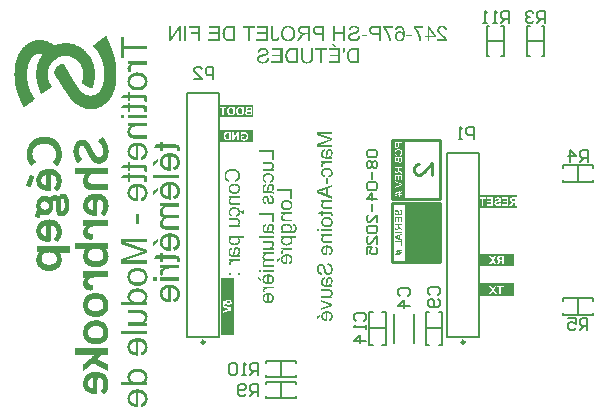
<source format=gbo>
G04*
G04 #@! TF.GenerationSoftware,Altium Limited,Altium Designer,25.2.1 (25)*
G04*
G04 Layer_Color=32896*
%FSLAX25Y25*%
%MOIN*%
G70*
G04*
G04 #@! TF.SameCoordinates,19AB45F0-FF71-4E06-AC9F-8C434743CFD0*
G04*
G04*
G04 #@! TF.FilePolarity,Positive*
G04*
G01*
G75*
%ADD10C,0.00787*%
%ADD11C,0.00984*%
%ADD12C,0.00591*%
%ADD16C,0.00602*%
%ADD17C,0.01000*%
%ADD83C,0.00709*%
%ADD84R,0.11614X0.19781*%
G36*
X77087Y31032D02*
X72913D01*
Y49826D01*
X77087D01*
Y31032D01*
D02*
G37*
G36*
X170449Y53713D02*
X158869D01*
Y57886D01*
X170449D01*
Y53713D01*
D02*
G37*
G36*
X83697Y103421D02*
X72117D01*
Y107594D01*
X83697D01*
Y103421D01*
D02*
G37*
G36*
X146718Y133928D02*
X146841Y133921D01*
X147071Y133875D01*
X147171Y133852D01*
X147271Y133821D01*
X147355Y133782D01*
X147432Y133752D01*
X147501Y133713D01*
X147563Y133683D01*
X147617Y133644D01*
X147663Y133621D01*
X147693Y133598D01*
X147716Y133575D01*
X147732Y133568D01*
X147739Y133560D01*
X147816Y133483D01*
X147878Y133406D01*
X147993Y133229D01*
X148077Y133053D01*
X148139Y132876D01*
X148185Y132723D01*
X148193Y132653D01*
X148208Y132592D01*
X148215Y132546D01*
X148223Y132508D01*
Y132485D01*
Y132477D01*
X147586Y132408D01*
X147570Y132577D01*
X147540Y132723D01*
X147501Y132845D01*
X147448Y132953D01*
X147401Y133037D01*
X147355Y133099D01*
X147325Y133130D01*
X147317Y133145D01*
X147210Y133237D01*
X147094Y133306D01*
X146971Y133352D01*
X146856Y133391D01*
X146756Y133406D01*
X146679Y133414D01*
X146649Y133422D01*
X146603D01*
X146449Y133414D01*
X146311Y133383D01*
X146196Y133345D01*
X146096Y133299D01*
X146019Y133245D01*
X145958Y133206D01*
X145927Y133176D01*
X145912Y133168D01*
X145819Y133068D01*
X145758Y132961D01*
X145712Y132861D01*
X145674Y132761D01*
X145658Y132677D01*
X145650Y132607D01*
X145643Y132561D01*
Y132554D01*
Y132546D01*
X145658Y132415D01*
X145689Y132277D01*
X145735Y132154D01*
X145789Y132039D01*
X145842Y131939D01*
X145888Y131862D01*
X145904Y131832D01*
X145919Y131809D01*
X145935Y131801D01*
Y131793D01*
X145996Y131717D01*
X146065Y131632D01*
X146142Y131548D01*
X146234Y131463D01*
X146418Y131287D01*
X146603Y131110D01*
X146772Y130964D01*
X146848Y130895D01*
X146918Y130841D01*
X146971Y130787D01*
X147010Y130757D01*
X147040Y130734D01*
X147048Y130726D01*
X147232Y130565D01*
X147401Y130419D01*
X147540Y130288D01*
X147655Y130181D01*
X147747Y130088D01*
X147809Y130019D01*
X147847Y129973D01*
X147862Y129965D01*
Y129958D01*
X147962Y129835D01*
X148039Y129720D01*
X148116Y129605D01*
X148170Y129505D01*
X148215Y129413D01*
X148246Y129351D01*
X148262Y129305D01*
X148269Y129297D01*
Y129290D01*
X148292Y129213D01*
X148315Y129136D01*
X148323Y129067D01*
X148331Y129006D01*
X148338Y128952D01*
Y128906D01*
Y128875D01*
Y128867D01*
X144998D01*
Y129459D01*
X147478D01*
X147394Y129581D01*
X147309Y129681D01*
X147271Y129727D01*
X147240Y129758D01*
X147225Y129781D01*
X147217Y129789D01*
X147179Y129827D01*
X147140Y129866D01*
X147040Y129958D01*
X146918Y130065D01*
X146802Y130173D01*
X146687Y130273D01*
X146595Y130350D01*
X146557Y130380D01*
X146526Y130403D01*
X146511Y130419D01*
X146503Y130426D01*
X146380Y130534D01*
X146273Y130626D01*
X146165Y130718D01*
X146073Y130803D01*
X145988Y130887D01*
X145912Y130956D01*
X145835Y131025D01*
X145773Y131087D01*
X145720Y131141D01*
X145674Y131187D01*
X145604Y131256D01*
X145566Y131302D01*
X145551Y131317D01*
X145451Y131440D01*
X145359Y131548D01*
X145290Y131655D01*
X145236Y131747D01*
X145190Y131824D01*
X145159Y131878D01*
X145143Y131916D01*
X145136Y131932D01*
X145090Y132039D01*
X145059Y132147D01*
X145036Y132246D01*
X145021Y132339D01*
X145013Y132415D01*
X145005Y132477D01*
Y132515D01*
Y132531D01*
X145013Y132638D01*
X145021Y132746D01*
X145074Y132938D01*
X145143Y133107D01*
X145220Y133253D01*
X145297Y133368D01*
X145335Y133414D01*
X145366Y133460D01*
X145397Y133491D01*
X145420Y133514D01*
X145428Y133521D01*
X145435Y133529D01*
X145520Y133598D01*
X145604Y133667D01*
X145696Y133721D01*
X145796Y133767D01*
X145988Y133836D01*
X146173Y133882D01*
X146257Y133905D01*
X146334Y133913D01*
X146403Y133921D01*
X146465Y133928D01*
X146518Y133936D01*
X146587D01*
X146718Y133928D01*
D02*
G37*
G36*
X114308Y128867D02*
X113640D01*
Y131248D01*
X111029D01*
Y128867D01*
X110361D01*
Y133913D01*
X111029D01*
Y131839D01*
X113640D01*
Y133913D01*
X114308D01*
Y128867D01*
D02*
G37*
G36*
X132525Y133928D02*
X132664Y133913D01*
X132794Y133882D01*
X132917Y133844D01*
X133032Y133798D01*
X133132Y133752D01*
X133232Y133698D01*
X133316Y133644D01*
X133393Y133590D01*
X133462Y133537D01*
X133516Y133491D01*
X133570Y133445D01*
X133608Y133406D01*
X133631Y133376D01*
X133647Y133360D01*
X133654Y133352D01*
X133746Y133222D01*
X133831Y133068D01*
X133900Y132915D01*
X133961Y132738D01*
X134015Y132569D01*
X134061Y132392D01*
X134100Y132216D01*
X134123Y132039D01*
X134146Y131878D01*
X134161Y131724D01*
X134177Y131586D01*
X134184Y131463D01*
X134192Y131363D01*
Y131287D01*
Y131263D01*
Y131240D01*
Y131233D01*
Y131225D01*
X134184Y130987D01*
X134169Y130772D01*
X134146Y130565D01*
X134115Y130380D01*
X134077Y130211D01*
X134038Y130058D01*
X133992Y129920D01*
X133946Y129797D01*
X133908Y129689D01*
X133862Y129597D01*
X133823Y129520D01*
X133785Y129459D01*
X133754Y129413D01*
X133731Y129382D01*
X133716Y129359D01*
X133708Y129351D01*
X133616Y129251D01*
X133516Y129167D01*
X133408Y129090D01*
X133301Y129021D01*
X133194Y128967D01*
X133094Y128921D01*
X132986Y128883D01*
X132886Y128852D01*
X132794Y128829D01*
X132710Y128814D01*
X132633Y128798D01*
X132571Y128790D01*
X132518D01*
X132472Y128783D01*
X132441D01*
X132280Y128790D01*
X132126Y128814D01*
X131988Y128852D01*
X131865Y128890D01*
X131773Y128929D01*
X131696Y128967D01*
X131650Y128990D01*
X131634Y128998D01*
X131504Y129090D01*
X131396Y129190D01*
X131297Y129290D01*
X131212Y129390D01*
X131151Y129482D01*
X131105Y129551D01*
X131089Y129581D01*
X131074Y129605D01*
X131066Y129612D01*
Y129620D01*
X130997Y129773D01*
X130943Y129927D01*
X130912Y130081D01*
X130882Y130211D01*
X130866Y130334D01*
Y130380D01*
X130859Y130426D01*
Y130457D01*
Y130480D01*
Y130496D01*
Y130503D01*
X130866Y130634D01*
X130874Y130764D01*
X130897Y130879D01*
X130928Y130995D01*
X130959Y131095D01*
X130997Y131194D01*
X131035Y131279D01*
X131074Y131363D01*
X131120Y131432D01*
X131158Y131494D01*
X131197Y131548D01*
X131227Y131594D01*
X131258Y131632D01*
X131281Y131655D01*
X131289Y131670D01*
X131297Y131678D01*
X131381Y131763D01*
X131465Y131832D01*
X131558Y131893D01*
X131650Y131947D01*
X131734Y131993D01*
X131826Y132024D01*
X131988Y132085D01*
X132134Y132116D01*
X132195Y132124D01*
X132249Y132131D01*
X132295Y132139D01*
X132356D01*
X132487Y132131D01*
X132610Y132116D01*
X132725Y132085D01*
X132825Y132054D01*
X132909Y132024D01*
X132978Y131993D01*
X133017Y131978D01*
X133032Y131970D01*
X133147Y131901D01*
X133255Y131824D01*
X133347Y131740D01*
X133424Y131655D01*
X133493Y131578D01*
X133539Y131517D01*
X133570Y131479D01*
X133578Y131471D01*
Y131601D01*
X133570Y131732D01*
X133562Y131855D01*
X133554Y131970D01*
X133539Y132070D01*
X133524Y132170D01*
X133508Y132254D01*
X133493Y132331D01*
X133478Y132400D01*
X133462Y132462D01*
X133447Y132515D01*
X133431Y132554D01*
X133424Y132584D01*
X133416Y132615D01*
X133408Y132623D01*
Y132631D01*
X133339Y132776D01*
X133263Y132907D01*
X133186Y133015D01*
X133109Y133099D01*
X133047Y133168D01*
X132994Y133222D01*
X132963Y133253D01*
X132948Y133260D01*
X132855Y133314D01*
X132771Y133360D01*
X132679Y133391D01*
X132594Y133406D01*
X132525Y133422D01*
X132472Y133429D01*
X132418D01*
X132287Y133422D01*
X132164Y133391D01*
X132057Y133345D01*
X131965Y133299D01*
X131895Y133245D01*
X131842Y133206D01*
X131803Y133176D01*
X131796Y133160D01*
X131742Y133091D01*
X131696Y133015D01*
X131619Y132838D01*
X131596Y132761D01*
X131573Y132700D01*
X131558Y132653D01*
Y132646D01*
Y132638D01*
X130943Y132684D01*
X130982Y132892D01*
X131051Y133076D01*
X131120Y133229D01*
X131204Y133360D01*
X131281Y133460D01*
X131343Y133537D01*
X131389Y133583D01*
X131396Y133598D01*
X131404D01*
X131481Y133660D01*
X131558Y133713D01*
X131719Y133790D01*
X131880Y133852D01*
X132034Y133898D01*
X132172Y133921D01*
X132234Y133928D01*
X132280D01*
X132326Y133936D01*
X132379D01*
X132525Y133928D01*
D02*
G37*
G36*
X136573Y130380D02*
X134676D01*
Y131002D01*
X136573D01*
Y130380D01*
D02*
G37*
G36*
X121696Y130380D02*
X119799D01*
Y131002D01*
X121696D01*
Y130380D01*
D02*
G37*
G36*
X59550Y128867D02*
X58912D01*
Y132830D01*
X56263Y128867D01*
X55579D01*
Y133913D01*
X56217D01*
Y129950D01*
X58874Y133913D01*
X59550D01*
Y128867D01*
D02*
G37*
G36*
X144544Y130641D02*
Y130073D01*
X142356D01*
Y128867D01*
X141734D01*
Y130073D01*
X141050D01*
Y130641D01*
X141734D01*
Y133905D01*
X142241D01*
X144544Y130641D01*
D02*
G37*
G36*
X140382Y133260D02*
X137909D01*
X138086Y133045D01*
X138247Y132823D01*
X138400Y132600D01*
X138539Y132392D01*
X138593Y132293D01*
X138646Y132208D01*
X138692Y132131D01*
X138731Y132062D01*
X138761Y132008D01*
X138785Y131970D01*
X138800Y131939D01*
X138807Y131932D01*
X138953Y131640D01*
X139084Y131348D01*
X139191Y131071D01*
X139238Y130941D01*
X139284Y130826D01*
X139322Y130710D01*
X139353Y130611D01*
X139383Y130526D01*
X139407Y130449D01*
X139422Y130388D01*
X139437Y130342D01*
X139445Y130311D01*
Y130303D01*
X139522Y129996D01*
X139552Y129858D01*
X139576Y129720D01*
X139599Y129597D01*
X139614Y129482D01*
X139629Y129367D01*
X139645Y129267D01*
X139652Y129182D01*
X139660Y129098D01*
X139668Y129029D01*
Y128975D01*
X139675Y128929D01*
Y128898D01*
Y128875D01*
Y128867D01*
X139038D01*
X139015Y129144D01*
X138984Y129405D01*
X138946Y129635D01*
X138923Y129743D01*
X138907Y129843D01*
X138884Y129927D01*
X138869Y130012D01*
X138854Y130081D01*
X138838Y130142D01*
X138823Y130188D01*
X138815Y130219D01*
X138807Y130242D01*
Y130250D01*
X138700Y130588D01*
X138585Y130903D01*
X138523Y131056D01*
X138462Y131202D01*
X138400Y131340D01*
X138347Y131463D01*
X138293Y131578D01*
X138239Y131686D01*
X138193Y131778D01*
X138155Y131855D01*
X138124Y131916D01*
X138101Y131962D01*
X138086Y131993D01*
X138078Y132001D01*
X137986Y132154D01*
X137901Y132308D01*
X137809Y132446D01*
X137725Y132577D01*
X137648Y132700D01*
X137563Y132807D01*
X137487Y132915D01*
X137417Y133007D01*
X137356Y133084D01*
X137295Y133160D01*
X137241Y133222D01*
X137202Y133276D01*
X137164Y133314D01*
X137141Y133345D01*
X137126Y133360D01*
X137118Y133368D01*
Y133852D01*
X140382D01*
Y133260D01*
D02*
G37*
G36*
X130206D02*
X127733D01*
X127910Y133045D01*
X128071Y132823D01*
X128225Y132600D01*
X128363Y132392D01*
X128417Y132293D01*
X128470Y132208D01*
X128516Y132131D01*
X128555Y132062D01*
X128586Y132008D01*
X128609Y131970D01*
X128624Y131939D01*
X128631Y131932D01*
X128778Y131640D01*
X128908Y131348D01*
X129016Y131071D01*
X129062Y130941D01*
X129108Y130826D01*
X129146Y130710D01*
X129177Y130611D01*
X129208Y130526D01*
X129231Y130449D01*
X129246Y130388D01*
X129261Y130342D01*
X129269Y130311D01*
Y130303D01*
X129346Y129996D01*
X129376Y129858D01*
X129400Y129720D01*
X129423Y129597D01*
X129438Y129482D01*
X129453Y129367D01*
X129469Y129267D01*
X129476Y129182D01*
X129484Y129098D01*
X129492Y129029D01*
Y128975D01*
X129499Y128929D01*
Y128898D01*
Y128875D01*
Y128867D01*
X128862D01*
X128839Y129144D01*
X128808Y129405D01*
X128770Y129635D01*
X128747Y129743D01*
X128731Y129843D01*
X128708Y129927D01*
X128693Y130012D01*
X128678Y130081D01*
X128662Y130142D01*
X128647Y130188D01*
X128639Y130219D01*
X128631Y130242D01*
Y130250D01*
X128524Y130588D01*
X128409Y130903D01*
X128347Y131056D01*
X128286Y131202D01*
X128225Y131340D01*
X128171Y131463D01*
X128117Y131578D01*
X128063Y131686D01*
X128017Y131778D01*
X127979Y131855D01*
X127948Y131916D01*
X127925Y131962D01*
X127910Y131993D01*
X127902Y132001D01*
X127810Y132154D01*
X127725Y132308D01*
X127633Y132446D01*
X127549Y132577D01*
X127472Y132700D01*
X127387Y132807D01*
X127311Y132915D01*
X127242Y133007D01*
X127180Y133084D01*
X127119Y133160D01*
X127065Y133222D01*
X127026Y133276D01*
X126988Y133314D01*
X126965Y133345D01*
X126950Y133360D01*
X126942Y133368D01*
Y133852D01*
X130206Y133852D01*
Y133260D01*
D02*
G37*
G36*
X126074Y128867D02*
X125406D01*
Y130926D01*
X124116D01*
X123924Y130933D01*
X123747Y130941D01*
X123586Y130964D01*
X123432Y130995D01*
X123302Y131025D01*
X123179Y131064D01*
X123071Y131102D01*
X122979Y131148D01*
X122895Y131187D01*
X122826Y131225D01*
X122772Y131263D01*
X122718Y131294D01*
X122687Y131325D01*
X122664Y131348D01*
X122649Y131356D01*
X122641Y131363D01*
X122564Y131448D01*
X122503Y131540D01*
X122449Y131632D01*
X122403Y131724D01*
X122326Y131901D01*
X122280Y132078D01*
X122257Y132154D01*
X122249Y132223D01*
X122242Y132293D01*
X122234Y132346D01*
X122226Y132392D01*
Y132423D01*
Y132446D01*
Y132454D01*
X122234Y132592D01*
X122249Y132723D01*
X122273Y132838D01*
X122303Y132938D01*
X122334Y133022D01*
X122357Y133084D01*
X122372Y133122D01*
X122380Y133137D01*
X122441Y133253D01*
X122511Y133345D01*
X122580Y133429D01*
X122641Y133498D01*
X122695Y133552D01*
X122741Y133590D01*
X122779Y133614D01*
X122787Y133621D01*
X122887Y133683D01*
X122994Y133736D01*
X123094Y133775D01*
X123194Y133806D01*
X123279Y133829D01*
X123348Y133844D01*
X123394Y133859D01*
X123409D01*
X123517Y133875D01*
X123640Y133890D01*
X123770Y133898D01*
X123893Y133905D01*
X124008Y133913D01*
X126074D01*
Y128867D01*
D02*
G37*
G36*
X107289D02*
X106621D01*
Y130926D01*
X105330D01*
X105138Y130933D01*
X104962Y130941D01*
X104800Y130964D01*
X104647Y130995D01*
X104516Y131025D01*
X104393Y131064D01*
X104286Y131102D01*
X104194Y131148D01*
X104109Y131187D01*
X104040Y131225D01*
X103986Y131263D01*
X103933Y131294D01*
X103902Y131325D01*
X103879Y131348D01*
X103864Y131356D01*
X103856Y131363D01*
X103779Y131448D01*
X103718Y131540D01*
X103664Y131632D01*
X103618Y131724D01*
X103541Y131901D01*
X103495Y132078D01*
X103472Y132154D01*
X103464Y132223D01*
X103456Y132293D01*
X103449Y132346D01*
X103441Y132392D01*
Y132423D01*
Y132446D01*
Y132454D01*
X103449Y132592D01*
X103464Y132723D01*
X103487Y132838D01*
X103518Y132938D01*
X103549Y133022D01*
X103572Y133084D01*
X103587Y133122D01*
X103595Y133137D01*
X103656Y133253D01*
X103725Y133345D01*
X103794Y133429D01*
X103856Y133498D01*
X103910Y133552D01*
X103956Y133590D01*
X103994Y133614D01*
X104002Y133621D01*
X104102Y133683D01*
X104209Y133736D01*
X104309Y133775D01*
X104409Y133806D01*
X104493Y133829D01*
X104562Y133844D01*
X104609Y133859D01*
X104624D01*
X104731Y133875D01*
X104854Y133890D01*
X104985Y133898D01*
X105108Y133905D01*
X105223Y133913D01*
X107289D01*
Y128867D01*
D02*
G37*
G36*
X102581D02*
X101913D01*
Y131110D01*
X101053D01*
X100976Y131102D01*
X100914D01*
X100861Y131095D01*
X100822Y131087D01*
X100792D01*
X100776Y131079D01*
X100768D01*
X100653Y131041D01*
X100561Y130995D01*
X100523Y130972D01*
X100492Y130956D01*
X100477Y130949D01*
X100469Y130941D01*
X100408Y130903D01*
X100354Y130849D01*
X100239Y130741D01*
X100200Y130687D01*
X100162Y130641D01*
X100139Y130611D01*
X100131Y130603D01*
X100054Y130503D01*
X99977Y130396D01*
X99893Y130280D01*
X99816Y130165D01*
X99747Y130065D01*
X99693Y129989D01*
X99678Y129958D01*
X99663Y129935D01*
X99647Y129919D01*
Y129912D01*
X98979Y128867D01*
X98142D01*
X99018Y130234D01*
X99117Y130380D01*
X99217Y130511D01*
X99309Y130626D01*
X99394Y130726D01*
X99463Y130803D01*
X99517Y130864D01*
X99555Y130895D01*
X99570Y130910D01*
X99624Y130956D01*
X99693Y131002D01*
X99824Y131087D01*
X99878Y131117D01*
X99924Y131141D01*
X99954Y131156D01*
X99970Y131164D01*
X99839Y131187D01*
X99716Y131210D01*
X99601Y131240D01*
X99501Y131279D01*
X99401Y131317D01*
X99317Y131356D01*
X99233Y131394D01*
X99163Y131432D01*
X99102Y131471D01*
X99048Y131501D01*
X99002Y131540D01*
X98964Y131563D01*
X98941Y131594D01*
X98918Y131609D01*
X98902Y131624D01*
X98841Y131693D01*
X98787Y131770D01*
X98695Y131924D01*
X98633Y132070D01*
X98595Y132216D01*
X98564Y132339D01*
X98557Y132392D01*
Y132439D01*
X98549Y132477D01*
Y132508D01*
Y132523D01*
Y132531D01*
X98557Y132684D01*
X98580Y132823D01*
X98618Y132953D01*
X98656Y133068D01*
X98695Y133160D01*
X98733Y133229D01*
X98756Y133276D01*
X98764Y133291D01*
X98848Y133414D01*
X98941Y133514D01*
X99033Y133598D01*
X99125Y133660D01*
X99202Y133713D01*
X99263Y133752D01*
X99309Y133767D01*
X99317Y133775D01*
X99325D01*
X99394Y133798D01*
X99471Y133821D01*
X99632Y133852D01*
X99801Y133882D01*
X99962Y133898D01*
X100116Y133905D01*
X100177D01*
X100239Y133913D01*
X102581D01*
Y128867D01*
D02*
G37*
G36*
X88488D02*
X84725D01*
Y129459D01*
X87820D01*
Y131179D01*
X85032D01*
Y131770D01*
X87820D01*
Y133322D01*
X84840D01*
Y133913D01*
X88488D01*
Y128867D01*
D02*
G37*
G36*
X84180Y133322D02*
X82521D01*
Y128867D01*
X81853D01*
Y133322D01*
X80194D01*
Y133913D01*
X84180D01*
Y133322D01*
D02*
G37*
G36*
X77544Y128867D02*
X75732D01*
X75563Y128875D01*
X75409Y128883D01*
X75271Y128898D01*
X75156Y128913D01*
X75056Y128929D01*
X74987Y128936D01*
X74941Y128952D01*
X74925D01*
X74795Y128990D01*
X74679Y129029D01*
X74580Y129067D01*
X74495Y129105D01*
X74426Y129144D01*
X74372Y129174D01*
X74334Y129190D01*
X74326Y129198D01*
X74234Y129267D01*
X74150Y129343D01*
X74065Y129420D01*
X74004Y129489D01*
X73942Y129559D01*
X73904Y129612D01*
X73873Y129643D01*
X73865Y129658D01*
X73789Y129773D01*
X73720Y129896D01*
X73658Y130019D01*
X73612Y130134D01*
X73574Y130242D01*
X73543Y130319D01*
X73535Y130350D01*
X73527Y130373D01*
X73520Y130388D01*
Y130396D01*
X73474Y130565D01*
X73443Y130741D01*
X73412Y130918D01*
X73397Y131071D01*
X73389Y131210D01*
Y131271D01*
X73382Y131317D01*
Y131363D01*
Y131394D01*
Y131409D01*
Y131417D01*
X73389Y131663D01*
X73412Y131886D01*
X73443Y132085D01*
X73466Y132177D01*
X73482Y132262D01*
X73497Y132339D01*
X73520Y132408D01*
X73535Y132469D01*
X73551Y132515D01*
X73566Y132554D01*
X73574Y132584D01*
X73581Y132600D01*
Y132607D01*
X73666Y132799D01*
X73758Y132968D01*
X73858Y133114D01*
X73958Y133237D01*
X74042Y133337D01*
X74111Y133414D01*
X74165Y133460D01*
X74173Y133475D01*
X74180D01*
X74303Y133567D01*
X74426Y133644D01*
X74549Y133706D01*
X74664Y133752D01*
X74764Y133790D01*
X74849Y133813D01*
X74879Y133829D01*
X74895D01*
X74910Y133836D01*
X74918D01*
X75041Y133859D01*
X75186Y133882D01*
X75340Y133898D01*
X75478Y133905D01*
X75609Y133913D01*
X77544D01*
Y128867D01*
D02*
G37*
G36*
X72445D02*
X68682Y128867D01*
Y129459D01*
X71776Y129459D01*
Y131179D01*
X68989Y131179D01*
Y131770D01*
X71776Y131770D01*
Y133322D01*
X68797Y133322D01*
Y133913D01*
X72445Y133913D01*
Y128867D01*
D02*
G37*
G36*
X65771Y128867D02*
X65103D01*
Y131156D01*
X62737D01*
Y131747D01*
X65103D01*
Y133322D01*
X62369D01*
Y133913D01*
X65771D01*
Y128867D01*
D02*
G37*
G36*
X61386D02*
X60717D01*
Y133913D01*
X61386D01*
Y128867D01*
D02*
G37*
G36*
X117480Y133990D02*
X117657Y133967D01*
X117810Y133944D01*
X117949Y133913D01*
X118056Y133875D01*
X118102Y133859D01*
X118141Y133852D01*
X118179Y133836D01*
X118202Y133829D01*
X118210Y133821D01*
X118218D01*
X118363Y133752D01*
X118494Y133667D01*
X118602Y133583D01*
X118686Y133506D01*
X118755Y133429D01*
X118809Y133368D01*
X118840Y133329D01*
X118847Y133322D01*
Y133314D01*
X118916Y133191D01*
X118970Y133061D01*
X119009Y132945D01*
X119032Y132830D01*
X119047Y132738D01*
X119062Y132669D01*
Y132638D01*
Y132615D01*
Y132607D01*
Y132600D01*
X119055Y132477D01*
X119032Y132354D01*
X119009Y132246D01*
X118970Y132154D01*
X118939Y132078D01*
X118916Y132024D01*
X118893Y131985D01*
X118886Y131970D01*
X118809Y131870D01*
X118724Y131778D01*
X118640Y131701D01*
X118548Y131632D01*
X118471Y131578D01*
X118410Y131540D01*
X118363Y131509D01*
X118356Y131501D01*
X118348D01*
X118294Y131471D01*
X118225Y131448D01*
X118079Y131394D01*
X117918Y131340D01*
X117757Y131287D01*
X117611Y131248D01*
X117549Y131233D01*
X117496Y131217D01*
X117449Y131202D01*
X117411Y131194D01*
X117388Y131187D01*
X117380D01*
X117257Y131156D01*
X117142Y131125D01*
X117035Y131102D01*
X116943Y131079D01*
X116866Y131056D01*
X116789Y131033D01*
X116727Y131018D01*
X116666Y131002D01*
X116620Y130987D01*
X116582Y130972D01*
X116520Y130956D01*
X116490Y130949D01*
X116482Y130941D01*
X116374Y130895D01*
X116274Y130841D01*
X116198Y130795D01*
X116136Y130749D01*
X116090Y130703D01*
X116052Y130672D01*
X116036Y130649D01*
X116029Y130641D01*
X115983Y130572D01*
X115952Y130503D01*
X115921Y130434D01*
X115906Y130365D01*
X115898Y130311D01*
X115890Y130265D01*
Y130234D01*
Y130227D01*
X115898Y130142D01*
X115913Y130065D01*
X115937Y129989D01*
X115960Y129927D01*
X115990Y129873D01*
X116013Y129835D01*
X116029Y129804D01*
X116036Y129797D01*
X116098Y129727D01*
X116167Y129666D01*
X116236Y129612D01*
X116313Y129566D01*
X116374Y129528D01*
X116428Y129505D01*
X116459Y129489D01*
X116474Y129482D01*
X116589Y129443D01*
X116704Y129420D01*
X116812Y129397D01*
X116920Y129390D01*
X117004Y129382D01*
X117081Y129374D01*
X117142D01*
X117296Y129382D01*
X117442Y129397D01*
X117580Y129420D01*
X117687Y129451D01*
X117787Y129474D01*
X117857Y129497D01*
X117903Y129512D01*
X117910Y129520D01*
X117918D01*
X118033Y129581D01*
X118141Y129643D01*
X118225Y129712D01*
X118294Y129773D01*
X118356Y129827D01*
X118394Y129873D01*
X118417Y129904D01*
X118425Y129912D01*
X118479Y130012D01*
X118525Y130111D01*
X118555Y130219D01*
X118586Y130319D01*
X118602Y130411D01*
X118617Y130480D01*
X118624Y130526D01*
Y130534D01*
Y130542D01*
X119254Y130488D01*
X119239Y130303D01*
X119208Y130134D01*
X119162Y129973D01*
X119116Y129843D01*
X119070Y129727D01*
X119047Y129681D01*
X119024Y129643D01*
X119009Y129612D01*
X118993Y129589D01*
X118985Y129581D01*
Y129574D01*
X118878Y129436D01*
X118755Y129313D01*
X118640Y129213D01*
X118517Y129128D01*
X118417Y129059D01*
X118333Y129013D01*
X118302Y128998D01*
X118279Y128982D01*
X118263Y128975D01*
X118256D01*
X118071Y128913D01*
X117879Y128867D01*
X117687Y128829D01*
X117511Y128806D01*
X117426Y128798D01*
X117350Y128790D01*
X117280D01*
X117227Y128783D01*
X117112D01*
X116912Y128790D01*
X116735Y128814D01*
X116566Y128844D01*
X116428Y128883D01*
X116305Y128913D01*
X116259Y128929D01*
X116221Y128944D01*
X116190Y128959D01*
X116167Y128967D01*
X116151Y128975D01*
X116144D01*
X115990Y129059D01*
X115852Y129144D01*
X115737Y129236D01*
X115645Y129328D01*
X115568Y129405D01*
X115522Y129466D01*
X115483Y129512D01*
X115476Y129528D01*
X115399Y129658D01*
X115345Y129797D01*
X115299Y129927D01*
X115276Y130042D01*
X115261Y130142D01*
X115245Y130219D01*
Y130250D01*
Y130273D01*
Y130280D01*
Y130288D01*
X115253Y130434D01*
X115276Y130572D01*
X115314Y130695D01*
X115353Y130795D01*
X115391Y130887D01*
X115430Y130949D01*
X115453Y130987D01*
X115460Y131002D01*
X115545Y131110D01*
X115645Y131210D01*
X115752Y131302D01*
X115860Y131379D01*
X115960Y131432D01*
X116036Y131479D01*
X116067Y131494D01*
X116082Y131509D01*
X116098Y131517D01*
X116105D01*
X116167Y131540D01*
X116244Y131571D01*
X116321Y131601D01*
X116413Y131624D01*
X116597Y131678D01*
X116781Y131732D01*
X116950Y131770D01*
X117027Y131793D01*
X117096Y131809D01*
X117150Y131824D01*
X117188Y131832D01*
X117219Y131839D01*
X117227D01*
X117373Y131878D01*
X117503Y131909D01*
X117618Y131939D01*
X117726Y131978D01*
X117818Y132008D01*
X117895Y132031D01*
X117964Y132062D01*
X118026Y132093D01*
X118079Y132116D01*
X118125Y132131D01*
X118156Y132154D01*
X118179Y132170D01*
X118218Y132193D01*
X118225Y132200D01*
X118287Y132270D01*
X118333Y132339D01*
X118371Y132415D01*
X118394Y132485D01*
X118410Y132546D01*
X118417Y132600D01*
Y132631D01*
Y132646D01*
X118402Y132761D01*
X118371Y132861D01*
X118333Y132953D01*
X118279Y133030D01*
X118233Y133099D01*
X118187Y133145D01*
X118156Y133176D01*
X118148Y133183D01*
X118095Y133222D01*
X118033Y133260D01*
X117895Y133314D01*
X117749Y133352D01*
X117603Y133375D01*
X117473Y133398D01*
X117411D01*
X117365Y133406D01*
X117265D01*
X117058Y133398D01*
X116881Y133368D01*
X116727Y133329D01*
X116605Y133283D01*
X116513Y133237D01*
X116443Y133199D01*
X116405Y133168D01*
X116390Y133160D01*
X116290Y133061D01*
X116205Y132945D01*
X116144Y132830D01*
X116098Y132715D01*
X116067Y132607D01*
X116052Y132523D01*
X116044Y132492D01*
X116036Y132469D01*
Y132454D01*
Y132446D01*
X115399Y132492D01*
X115414Y132653D01*
X115445Y132799D01*
X115491Y132938D01*
X115537Y133053D01*
X115576Y133145D01*
X115614Y133222D01*
X115645Y133268D01*
X115652Y133283D01*
X115744Y133406D01*
X115852Y133514D01*
X115960Y133606D01*
X116067Y133683D01*
X116167Y133736D01*
X116244Y133782D01*
X116274Y133798D01*
X116297Y133806D01*
X116305Y133813D01*
X116313D01*
X116474Y133875D01*
X116643Y133921D01*
X116812Y133951D01*
X116966Y133975D01*
X117096Y133990D01*
X117150D01*
X117204Y133997D01*
X117296D01*
X117480Y133990D01*
D02*
G37*
G36*
X95492D02*
X95684Y133967D01*
X95861Y133928D01*
X96022Y133890D01*
X96176Y133829D01*
X96322Y133775D01*
X96452Y133706D01*
X96575Y133644D01*
X96683Y133575D01*
X96775Y133506D01*
X96852Y133452D01*
X96921Y133398D01*
X96975Y133352D01*
X97013Y133314D01*
X97036Y133291D01*
X97044Y133283D01*
X97159Y133145D01*
X97266Y132999D01*
X97351Y132838D01*
X97428Y132677D01*
X97497Y132515D01*
X97551Y132354D01*
X97589Y132193D01*
X97627Y132039D01*
X97658Y131886D01*
X97673Y131755D01*
X97689Y131632D01*
X97704Y131525D01*
Y131440D01*
X97712Y131371D01*
Y131333D01*
Y131317D01*
X97697Y131071D01*
X97666Y130841D01*
X97620Y130626D01*
X97597Y130534D01*
X97566Y130442D01*
X97543Y130357D01*
X97520Y130280D01*
X97497Y130219D01*
X97474Y130165D01*
X97451Y130119D01*
X97443Y130088D01*
X97428Y130065D01*
Y130058D01*
X97305Y129850D01*
X97174Y129658D01*
X97028Y129505D01*
X96890Y129367D01*
X96767Y129259D01*
X96714Y129221D01*
X96667Y129182D01*
X96629Y129159D01*
X96598Y129136D01*
X96583Y129128D01*
X96575Y129121D01*
X96468Y129059D01*
X96360Y129013D01*
X96137Y128929D01*
X95922Y128867D01*
X95730Y128829D01*
X95638Y128814D01*
X95554Y128798D01*
X95485Y128790D01*
X95423D01*
X95369Y128783D01*
X95300D01*
X95062Y128798D01*
X94832Y128829D01*
X94625Y128883D01*
X94448Y128936D01*
X94363Y128967D01*
X94294Y128990D01*
X94233Y129021D01*
X94179Y129044D01*
X94133Y129059D01*
X94102Y129075D01*
X94087Y129090D01*
X94079D01*
X93879Y129221D01*
X93703Y129367D01*
X93549Y129520D01*
X93426Y129666D01*
X93334Y129797D01*
X93296Y129858D01*
X93257Y129904D01*
X93234Y129950D01*
X93219Y129981D01*
X93204Y129996D01*
Y130004D01*
X93096Y130234D01*
X93019Y130472D01*
X92966Y130703D01*
X92927Y130918D01*
X92912Y131018D01*
X92904Y131102D01*
X92896Y131179D01*
Y131248D01*
X92889Y131302D01*
Y131348D01*
Y131371D01*
Y131379D01*
X92904Y131655D01*
X92935Y131909D01*
X92981Y132139D01*
X93012Y132239D01*
X93035Y132339D01*
X93066Y132423D01*
X93096Y132500D01*
X93119Y132569D01*
X93142Y132623D01*
X93158Y132669D01*
X93173Y132700D01*
X93188Y132723D01*
Y132730D01*
X93311Y132945D01*
X93442Y133130D01*
X93588Y133291D01*
X93726Y133422D01*
X93849Y133521D01*
X93903Y133567D01*
X93949Y133598D01*
X93987Y133629D01*
X94018Y133644D01*
X94033Y133660D01*
X94041D01*
X94148Y133721D01*
X94256Y133775D01*
X94471Y133852D01*
X94686Y133913D01*
X94878Y133959D01*
X94970Y133967D01*
X95047Y133982D01*
X95124Y133990D01*
X95185D01*
X95231Y133997D01*
X95300D01*
X95492Y133990D01*
D02*
G37*
G36*
X90262Y130434D02*
Y130280D01*
X90278Y130150D01*
X90285Y130042D01*
X90301Y129950D01*
X90316Y129881D01*
X90324Y129835D01*
X90339Y129804D01*
Y129797D01*
X90370Y129727D01*
X90408Y129666D01*
X90447Y129612D01*
X90493Y129574D01*
X90531Y129535D01*
X90562Y129512D01*
X90585Y129497D01*
X90592Y129489D01*
X90662Y129451D01*
X90731Y129420D01*
X90807Y129405D01*
X90877Y129390D01*
X90930Y129382D01*
X90977Y129374D01*
X91023D01*
X91145Y129382D01*
X91253Y129405D01*
X91345Y129443D01*
X91422Y129482D01*
X91483Y129512D01*
X91522Y129551D01*
X91553Y129574D01*
X91560Y129581D01*
X91591Y129628D01*
X91622Y129681D01*
X91675Y129797D01*
X91714Y129927D01*
X91737Y130065D01*
X91760Y130188D01*
X91768Y130242D01*
Y130288D01*
X91775Y130326D01*
Y130357D01*
Y130373D01*
Y130380D01*
X92374Y130296D01*
Y130157D01*
X92367Y130035D01*
X92351Y129912D01*
X92328Y129804D01*
X92305Y129697D01*
X92274Y129605D01*
X92244Y129520D01*
X92213Y129443D01*
X92182Y129382D01*
X92144Y129320D01*
X92121Y129274D01*
X92090Y129228D01*
X92067Y129198D01*
X92052Y129174D01*
X92036Y129167D01*
Y129159D01*
X91967Y129090D01*
X91890Y129036D01*
X91814Y128982D01*
X91729Y128944D01*
X91560Y128875D01*
X91399Y128829D01*
X91253Y128806D01*
X91184Y128798D01*
X91130Y128790D01*
X91084Y128783D01*
X91023D01*
X90861Y128790D01*
X90708Y128814D01*
X90577Y128837D01*
X90462Y128875D01*
X90370Y128906D01*
X90301Y128929D01*
X90255Y128952D01*
X90239Y128959D01*
X90124Y129036D01*
X90017Y129121D01*
X89932Y129205D01*
X89863Y129297D01*
X89817Y129374D01*
X89778Y129436D01*
X89755Y129474D01*
X89748Y129489D01*
X89694Y129628D01*
X89656Y129789D01*
X89632Y129950D01*
X89609Y130111D01*
X89602Y130250D01*
Y130311D01*
X89594Y130365D01*
Y130411D01*
Y130442D01*
Y130465D01*
Y130472D01*
Y133913D01*
X90262D01*
Y130434D01*
D02*
G37*
G36*
X111183Y126814D02*
X110668D01*
X109908Y127774D01*
X110722D01*
X111183Y126814D01*
D02*
G37*
G36*
X114155Y125662D02*
X114001Y124725D01*
X113617D01*
X113448Y125662D01*
Y126506D01*
X114155D01*
Y125662D01*
D02*
G37*
G36*
X103572Y123588D02*
Y123442D01*
X103564Y123304D01*
X103556Y123173D01*
X103541Y123050D01*
X103526Y122943D01*
X103510Y122835D01*
X103495Y122743D01*
X103472Y122659D01*
X103456Y122582D01*
X103441Y122513D01*
X103426Y122451D01*
X103410Y122405D01*
X103395Y122367D01*
X103387Y122344D01*
X103380Y122328D01*
Y122321D01*
X103295Y122160D01*
X103195Y122014D01*
X103095Y121898D01*
X102988Y121799D01*
X102896Y121714D01*
X102811Y121660D01*
X102781Y121637D01*
X102765Y121630D01*
X102750Y121614D01*
X102742D01*
X102566Y121537D01*
X102366Y121476D01*
X102174Y121438D01*
X101990Y121407D01*
X101905Y121399D01*
X101828Y121392D01*
X101759Y121384D01*
X101698D01*
X101652Y121376D01*
X101583D01*
X101321Y121392D01*
X101091Y121422D01*
X100984Y121438D01*
X100891Y121461D01*
X100799Y121491D01*
X100722Y121514D01*
X100653Y121537D01*
X100584Y121568D01*
X100530Y121591D01*
X100492Y121607D01*
X100454Y121630D01*
X100431Y121637D01*
X100415Y121653D01*
X100408D01*
X100254Y121768D01*
X100116Y121883D01*
X100008Y122006D01*
X99924Y122121D01*
X99862Y122229D01*
X99816Y122306D01*
X99801Y122336D01*
X99793Y122359D01*
X99786Y122375D01*
Y122382D01*
X99724Y122559D01*
X99686Y122759D01*
X99655Y122958D01*
X99632Y123150D01*
X99624Y123242D01*
X99616Y123327D01*
Y123396D01*
X99609Y123465D01*
Y123519D01*
Y123557D01*
Y123580D01*
Y123588D01*
Y126506D01*
X100277D01*
Y123588D01*
Y123419D01*
X100292Y123258D01*
X100308Y123120D01*
X100323Y122989D01*
X100346Y122866D01*
X100377Y122766D01*
X100408Y122674D01*
X100431Y122590D01*
X100461Y122520D01*
X100492Y122459D01*
X100515Y122413D01*
X100546Y122375D01*
X100561Y122344D01*
X100576Y122321D01*
X100592Y122313D01*
Y122306D01*
X100653Y122244D01*
X100730Y122198D01*
X100891Y122114D01*
X101060Y122060D01*
X101237Y122014D01*
X101391Y121991D01*
X101460Y121983D01*
X101521D01*
X101575Y121975D01*
X101644D01*
X101798Y121983D01*
X101936Y121998D01*
X102059Y122029D01*
X102166Y122060D01*
X102251Y122083D01*
X102312Y122114D01*
X102351Y122129D01*
X102366Y122136D01*
X102473Y122206D01*
X102558Y122282D01*
X102635Y122367D01*
X102689Y122444D01*
X102735Y122513D01*
X102765Y122567D01*
X102781Y122605D01*
X102788Y122620D01*
X102811Y122682D01*
X102827Y122751D01*
X102857Y122905D01*
X102873Y123066D01*
X102888Y123219D01*
X102896Y123365D01*
X102903Y123427D01*
Y123480D01*
Y123527D01*
Y123557D01*
Y123580D01*
Y123588D01*
Y126506D01*
X103572D01*
Y123588D01*
D02*
G37*
G36*
X119009Y121461D02*
X117196D01*
X117027Y121468D01*
X116874Y121476D01*
X116735Y121491D01*
X116620Y121507D01*
X116520Y121522D01*
X116451Y121530D01*
X116405Y121545D01*
X116390D01*
X116259Y121584D01*
X116144Y121622D01*
X116044Y121660D01*
X115960Y121699D01*
X115890Y121737D01*
X115837Y121768D01*
X115798Y121783D01*
X115791Y121791D01*
X115698Y121860D01*
X115614Y121937D01*
X115530Y122014D01*
X115468Y122083D01*
X115407Y122152D01*
X115368Y122206D01*
X115338Y122236D01*
X115330Y122252D01*
X115253Y122367D01*
X115184Y122490D01*
X115122Y122613D01*
X115076Y122728D01*
X115038Y122835D01*
X115007Y122912D01*
X114999Y122943D01*
X114992Y122966D01*
X114984Y122981D01*
Y122989D01*
X114938Y123158D01*
X114907Y123335D01*
X114877Y123511D01*
X114861Y123665D01*
X114854Y123803D01*
Y123864D01*
X114846Y123911D01*
Y123957D01*
Y123987D01*
Y124003D01*
Y124010D01*
X114854Y124256D01*
X114877Y124479D01*
X114907Y124679D01*
X114930Y124771D01*
X114946Y124855D01*
X114961Y124932D01*
X114984Y125001D01*
X114999Y125063D01*
X115015Y125109D01*
X115030Y125147D01*
X115038Y125178D01*
X115046Y125193D01*
Y125201D01*
X115130Y125393D01*
X115222Y125562D01*
X115322Y125708D01*
X115422Y125831D01*
X115506Y125930D01*
X115576Y126007D01*
X115629Y126053D01*
X115637Y126069D01*
X115645D01*
X115768Y126161D01*
X115890Y126238D01*
X116013Y126299D01*
X116129Y126345D01*
X116228Y126384D01*
X116313Y126407D01*
X116343Y126422D01*
X116359D01*
X116374Y126430D01*
X116382D01*
X116505Y126453D01*
X116651Y126476D01*
X116804Y126491D01*
X116943Y126499D01*
X117073Y126506D01*
X119009D01*
Y121461D01*
D02*
G37*
G36*
X112565D02*
X108802D01*
Y122052D01*
X111897D01*
Y123772D01*
X109109D01*
Y124364D01*
X111897D01*
Y125915D01*
X108917D01*
Y126506D01*
X112565D01*
Y121461D01*
D02*
G37*
G36*
X108256Y125915D02*
X106598D01*
Y121461D01*
X105930D01*
Y125915D01*
X104271D01*
Y126506D01*
X108256D01*
Y125915D01*
D02*
G37*
G36*
X98495Y121461D02*
X96683D01*
X96514Y121468D01*
X96360Y121476D01*
X96222Y121491D01*
X96107Y121507D01*
X96007Y121522D01*
X95938Y121530D01*
X95892Y121545D01*
X95876D01*
X95746Y121584D01*
X95631Y121622D01*
X95531Y121660D01*
X95446Y121699D01*
X95377Y121737D01*
X95323Y121768D01*
X95285Y121783D01*
X95277Y121791D01*
X95185Y121860D01*
X95101Y121937D01*
X95016Y122014D01*
X94955Y122083D01*
X94893Y122152D01*
X94855Y122206D01*
X94824Y122236D01*
X94816Y122252D01*
X94740Y122367D01*
X94671Y122490D01*
X94609Y122613D01*
X94563Y122728D01*
X94525Y122835D01*
X94494Y122912D01*
X94486Y122943D01*
X94479Y122966D01*
X94471Y122981D01*
Y122989D01*
X94425Y123158D01*
X94394Y123335D01*
X94363Y123511D01*
X94348Y123665D01*
X94340Y123803D01*
Y123864D01*
X94333Y123911D01*
Y123957D01*
Y123987D01*
Y124003D01*
Y124010D01*
X94340Y124256D01*
X94363Y124479D01*
X94394Y124679D01*
X94417Y124771D01*
X94432Y124855D01*
X94448Y124932D01*
X94471Y125001D01*
X94486Y125063D01*
X94502Y125109D01*
X94517Y125147D01*
X94525Y125178D01*
X94532Y125193D01*
Y125201D01*
X94617Y125393D01*
X94709Y125562D01*
X94809Y125708D01*
X94909Y125831D01*
X94993Y125930D01*
X95062Y126007D01*
X95116Y126053D01*
X95124Y126069D01*
X95131D01*
X95254Y126161D01*
X95377Y126238D01*
X95500Y126299D01*
X95615Y126345D01*
X95715Y126384D01*
X95799Y126407D01*
X95830Y126422D01*
X95846D01*
X95861Y126430D01*
X95869D01*
X95991Y126453D01*
X96137Y126476D01*
X96291Y126491D01*
X96429Y126499D01*
X96560Y126506D01*
X98495D01*
Y121461D01*
D02*
G37*
G36*
X93396D02*
X89632D01*
Y122052D01*
X92728D01*
Y123772D01*
X89940D01*
Y124364D01*
X92728D01*
Y125915D01*
X89748D01*
Y126506D01*
X93396D01*
Y121461D01*
D02*
G37*
G36*
X87160Y126583D02*
X87336Y126560D01*
X87490Y126537D01*
X87628Y126506D01*
X87735Y126468D01*
X87782Y126453D01*
X87820Y126445D01*
X87858Y126430D01*
X87881Y126422D01*
X87889Y126414D01*
X87897D01*
X88043Y126345D01*
X88173Y126261D01*
X88281Y126176D01*
X88365Y126099D01*
X88434Y126023D01*
X88488Y125961D01*
X88519Y125923D01*
X88527Y125915D01*
Y125907D01*
X88596Y125785D01*
X88649Y125654D01*
X88688Y125539D01*
X88711Y125424D01*
X88726Y125331D01*
X88742Y125262D01*
Y125232D01*
Y125208D01*
Y125201D01*
Y125193D01*
X88734Y125070D01*
X88711Y124947D01*
X88688Y124840D01*
X88649Y124748D01*
X88619Y124671D01*
X88596Y124617D01*
X88573Y124579D01*
X88565Y124563D01*
X88488Y124464D01*
X88404Y124371D01*
X88319Y124295D01*
X88227Y124225D01*
X88150Y124172D01*
X88089Y124133D01*
X88043Y124103D01*
X88035Y124095D01*
X88027D01*
X87974Y124064D01*
X87905Y124041D01*
X87759Y123987D01*
X87597Y123934D01*
X87436Y123880D01*
X87290Y123842D01*
X87229Y123826D01*
X87175Y123811D01*
X87129Y123795D01*
X87090Y123788D01*
X87067Y123780D01*
X87060D01*
X86937Y123749D01*
X86822Y123719D01*
X86714Y123696D01*
X86622Y123672D01*
X86545Y123650D01*
X86468Y123626D01*
X86407Y123611D01*
X86345Y123596D01*
X86299Y123580D01*
X86261Y123565D01*
X86199Y123550D01*
X86169Y123542D01*
X86161Y123534D01*
X86054Y123488D01*
X85954Y123434D01*
X85877Y123388D01*
X85816Y123342D01*
X85769Y123296D01*
X85731Y123266D01*
X85716Y123242D01*
X85708Y123235D01*
X85662Y123166D01*
X85631Y123097D01*
X85601Y123027D01*
X85585Y122958D01*
X85577Y122905D01*
X85570Y122858D01*
Y122828D01*
Y122820D01*
X85577Y122736D01*
X85593Y122659D01*
X85616Y122582D01*
X85639Y122520D01*
X85670Y122467D01*
X85693Y122428D01*
X85708Y122398D01*
X85716Y122390D01*
X85777Y122321D01*
X85846Y122259D01*
X85915Y122206D01*
X85992Y122160D01*
X86054Y122121D01*
X86107Y122098D01*
X86138Y122083D01*
X86154Y122075D01*
X86269Y122037D01*
X86384Y122014D01*
X86491Y121991D01*
X86599Y121983D01*
X86683Y121975D01*
X86760Y121968D01*
X86822D01*
X86975Y121975D01*
X87121Y121991D01*
X87259Y122014D01*
X87367Y122044D01*
X87467Y122067D01*
X87536Y122090D01*
X87582Y122106D01*
X87590Y122114D01*
X87597D01*
X87713Y122175D01*
X87820Y122236D01*
X87905Y122306D01*
X87974Y122367D01*
X88035Y122421D01*
X88073Y122467D01*
X88096Y122497D01*
X88104Y122505D01*
X88158Y122605D01*
X88204Y122705D01*
X88235Y122812D01*
X88266Y122912D01*
X88281Y123004D01*
X88296Y123073D01*
X88304Y123120D01*
Y123127D01*
Y123135D01*
X88934Y123081D01*
X88918Y122897D01*
X88888Y122728D01*
X88841Y122567D01*
X88795Y122436D01*
X88749Y122321D01*
X88726Y122275D01*
X88703Y122236D01*
X88688Y122206D01*
X88673Y122183D01*
X88665Y122175D01*
Y122167D01*
X88557Y122029D01*
X88434Y121906D01*
X88319Y121806D01*
X88196Y121722D01*
X88096Y121653D01*
X88012Y121607D01*
X87981Y121591D01*
X87958Y121576D01*
X87943Y121568D01*
X87935D01*
X87751Y121507D01*
X87559Y121461D01*
X87367Y121422D01*
X87190Y121399D01*
X87106Y121392D01*
X87029Y121384D01*
X86960D01*
X86906Y121376D01*
X86791D01*
X86591Y121384D01*
X86415Y121407D01*
X86246Y121438D01*
X86107Y121476D01*
X85984Y121507D01*
X85938Y121522D01*
X85900Y121537D01*
X85869Y121553D01*
X85846Y121561D01*
X85831Y121568D01*
X85823D01*
X85670Y121653D01*
X85531Y121737D01*
X85416Y121829D01*
X85324Y121922D01*
X85247Y121998D01*
X85201Y122060D01*
X85163Y122106D01*
X85155Y122121D01*
X85078Y122252D01*
X85024Y122390D01*
X84978Y122520D01*
X84955Y122636D01*
X84940Y122736D01*
X84925Y122812D01*
Y122843D01*
Y122866D01*
Y122874D01*
Y122881D01*
X84932Y123027D01*
X84955Y123166D01*
X84994Y123289D01*
X85032Y123388D01*
X85071Y123480D01*
X85109Y123542D01*
X85132Y123580D01*
X85140Y123596D01*
X85224Y123703D01*
X85324Y123803D01*
X85431Y123895D01*
X85539Y123972D01*
X85639Y124026D01*
X85716Y124072D01*
X85746Y124087D01*
X85762Y124103D01*
X85777Y124110D01*
X85785D01*
X85846Y124133D01*
X85923Y124164D01*
X86000Y124195D01*
X86092Y124218D01*
X86276Y124272D01*
X86461Y124325D01*
X86630Y124364D01*
X86706Y124387D01*
X86775Y124402D01*
X86829Y124417D01*
X86868Y124425D01*
X86898Y124433D01*
X86906D01*
X87052Y124471D01*
X87183Y124502D01*
X87298Y124533D01*
X87405Y124571D01*
X87498Y124602D01*
X87574Y124625D01*
X87643Y124656D01*
X87705Y124686D01*
X87759Y124709D01*
X87805Y124725D01*
X87835Y124748D01*
X87858Y124763D01*
X87897Y124786D01*
X87905Y124794D01*
X87966Y124863D01*
X88012Y124932D01*
X88050Y125009D01*
X88073Y125078D01*
X88089Y125139D01*
X88096Y125193D01*
Y125224D01*
Y125239D01*
X88081Y125354D01*
X88050Y125454D01*
X88012Y125547D01*
X87958Y125623D01*
X87912Y125692D01*
X87866Y125738D01*
X87835Y125769D01*
X87828Y125777D01*
X87774Y125815D01*
X87713Y125854D01*
X87574Y125907D01*
X87428Y125946D01*
X87282Y125969D01*
X87152Y125992D01*
X87090D01*
X87044Y126000D01*
X86945D01*
X86737Y125992D01*
X86560Y125961D01*
X86407Y125923D01*
X86284Y125877D01*
X86192Y125831D01*
X86123Y125792D01*
X86084Y125761D01*
X86069Y125754D01*
X85969Y125654D01*
X85885Y125539D01*
X85823Y125424D01*
X85777Y125308D01*
X85746Y125201D01*
X85731Y125116D01*
X85723Y125086D01*
X85716Y125063D01*
Y125047D01*
Y125040D01*
X85078Y125086D01*
X85094Y125247D01*
X85124Y125393D01*
X85170Y125531D01*
X85216Y125646D01*
X85255Y125738D01*
X85293Y125815D01*
X85324Y125861D01*
X85332Y125877D01*
X85424Y126000D01*
X85531Y126107D01*
X85639Y126199D01*
X85746Y126276D01*
X85846Y126330D01*
X85923Y126376D01*
X85954Y126391D01*
X85977Y126399D01*
X85984Y126407D01*
X85992D01*
X86154Y126468D01*
X86322Y126514D01*
X86491Y126545D01*
X86645Y126568D01*
X86775Y126583D01*
X86829D01*
X86883Y126591D01*
X86975D01*
X87160Y126583D01*
D02*
G37*
G36*
X170449Y43874D02*
X158869D01*
Y48047D01*
X170449D01*
Y43874D01*
D02*
G37*
G36*
X40458Y127249D02*
X48259D01*
Y126078D01*
X40458D01*
Y123173D01*
X39422D01*
Y130154D01*
X40458D01*
Y127249D01*
D02*
G37*
G36*
X48259Y121021D02*
X44910D01*
X44655Y121008D01*
X44426Y120994D01*
X44211Y120967D01*
X44022Y120927D01*
X43861Y120900D01*
X43740Y120873D01*
X43673Y120860D01*
X43646Y120846D01*
X43511Y120792D01*
X43390Y120739D01*
X43282Y120671D01*
X43202Y120604D01*
X43135Y120550D01*
X43081Y120497D01*
X43054Y120470D01*
X43040Y120456D01*
X42973Y120349D01*
X42919Y120241D01*
X42879Y120133D01*
X42852Y120039D01*
X42839Y119945D01*
X42825Y119878D01*
Y119824D01*
X42839Y119676D01*
X42866Y119528D01*
X42906Y119394D01*
X42946Y119273D01*
X42987Y119178D01*
X43027Y119098D01*
X43054Y119044D01*
X43067Y119030D01*
X42072Y118640D01*
X41951Y118856D01*
X41857Y119057D01*
X41803Y119246D01*
X41749Y119407D01*
X41722Y119555D01*
X41709Y119663D01*
Y119757D01*
X41722Y119891D01*
X41749Y120026D01*
X41776Y120147D01*
X41816Y120241D01*
X41870Y120335D01*
X41897Y120402D01*
X41924Y120443D01*
X41938Y120456D01*
X42032Y120577D01*
X42166Y120685D01*
X42314Y120806D01*
X42462Y120914D01*
X42597Y120994D01*
X42718Y121062D01*
X42798Y121115D01*
X42812Y121129D01*
X41857D01*
Y122111D01*
X48259D01*
Y121021D01*
D02*
G37*
G36*
X45354Y118398D02*
X45636Y118371D01*
X45892Y118331D01*
X46134Y118277D01*
X46349Y118224D01*
X46564Y118156D01*
X46739Y118076D01*
X46914Y117995D01*
X47062Y117928D01*
X47183Y117847D01*
X47291Y117780D01*
X47385Y117712D01*
X47452Y117672D01*
X47506Y117632D01*
X47533Y117605D01*
X47546Y117591D01*
X47694Y117430D01*
X47829Y117255D01*
X47950Y117080D01*
X48044Y116892D01*
X48125Y116717D01*
X48192Y116529D01*
X48299Y116193D01*
X48340Y116031D01*
X48367Y115883D01*
X48380Y115749D01*
X48393Y115641D01*
X48407Y115547D01*
Y115412D01*
X48393Y115103D01*
X48340Y114821D01*
X48286Y114565D01*
X48205Y114337D01*
X48138Y114148D01*
X48071Y114000D01*
X48057Y113946D01*
X48030Y113906D01*
X48017Y113893D01*
Y113879D01*
X47855Y113624D01*
X47681Y113408D01*
X47506Y113220D01*
X47331Y113072D01*
X47170Y112951D01*
X47049Y112857D01*
X46954Y112803D01*
X46941Y112790D01*
X46927D01*
X46645Y112669D01*
X46322Y112575D01*
X46000Y112507D01*
X45690Y112453D01*
X45542Y112440D01*
X45408Y112427D01*
X45287D01*
X45179Y112413D01*
X45098D01*
X45031D01*
X44991D01*
X44977D01*
X44695Y112427D01*
X44439Y112453D01*
X44184Y112494D01*
X43955Y112548D01*
X43740Y112615D01*
X43551Y112682D01*
X43363Y112763D01*
X43202Y112830D01*
X43067Y112911D01*
X42933Y112991D01*
X42825Y113059D01*
X42744Y113126D01*
X42677Y113180D01*
X42623Y113220D01*
X42597Y113247D01*
X42583Y113260D01*
X42435Y113422D01*
X42301Y113597D01*
X42180Y113772D01*
X42072Y113946D01*
X41991Y114135D01*
X41924Y114310D01*
X41816Y114646D01*
X41776Y114807D01*
X41749Y114955D01*
X41736Y115076D01*
X41722Y115197D01*
X41709Y115291D01*
Y115412D01*
X41722Y115628D01*
X41736Y115843D01*
X41816Y116233D01*
X41938Y116583D01*
X42005Y116731D01*
X42059Y116865D01*
X42126Y117000D01*
X42193Y117107D01*
X42260Y117201D01*
X42314Y117282D01*
X42355Y117349D01*
X42395Y117390D01*
X42408Y117417D01*
X42422Y117430D01*
X42597Y117605D01*
X42785Y117753D01*
X42987Y117887D01*
X43202Y117995D01*
X43417Y118089D01*
X43632Y118170D01*
X43847Y118237D01*
X44063Y118291D01*
X44264Y118331D01*
X44453Y118358D01*
X44614Y118385D01*
X44762Y118398D01*
X44883D01*
X44977Y118412D01*
X45031D01*
X45058D01*
X45354Y118398D01*
D02*
G37*
G36*
X42704Y110960D02*
X46389D01*
X46564D01*
X46726D01*
X46874Y110947D01*
X47008D01*
X47129Y110934D01*
X47223Y110920D01*
X47398Y110893D01*
X47533Y110880D01*
X47613Y110853D01*
X47667Y110839D01*
X47681D01*
X47788Y110786D01*
X47883Y110705D01*
X47963Y110638D01*
X48030Y110557D01*
X48084Y110490D01*
X48125Y110436D01*
X48151Y110396D01*
X48165Y110382D01*
X48219Y110248D01*
X48259Y110100D01*
X48299Y109938D01*
X48313Y109790D01*
X48326Y109656D01*
X48340Y109548D01*
Y109454D01*
X48326Y109172D01*
X48313Y109037D01*
X48286Y108916D01*
X48272Y108795D01*
X48259Y108714D01*
X48246Y108661D01*
Y108634D01*
X47291Y108782D01*
X47317Y108983D01*
Y109064D01*
X47331Y109131D01*
Y109266D01*
X47317Y109427D01*
X47291Y109548D01*
X47277Y109616D01*
X47264Y109642D01*
X47196Y109723D01*
X47129Y109777D01*
X47076Y109804D01*
X47049Y109817D01*
X46981Y109831D01*
X46901Y109844D01*
X46699Y109858D01*
X46605Y109871D01*
X46524D01*
X46470D01*
X46457D01*
X42704D01*
Y108782D01*
X41857D01*
Y109871D01*
X39624D01*
X40283Y110960D01*
X41857D01*
Y111767D01*
X42704D01*
Y110960D01*
D02*
G37*
G36*
Y107531D02*
X46389D01*
X46564D01*
X46726D01*
X46874Y107517D01*
X47008D01*
X47129Y107504D01*
X47223Y107490D01*
X47398Y107464D01*
X47533Y107450D01*
X47613Y107423D01*
X47667Y107410D01*
X47681D01*
X47788Y107356D01*
X47883Y107275D01*
X47963Y107208D01*
X48030Y107127D01*
X48084Y107060D01*
X48125Y107006D01*
X48151Y106966D01*
X48165Y106952D01*
X48219Y106818D01*
X48259Y106670D01*
X48299Y106509D01*
X48313Y106361D01*
X48326Y106226D01*
X48340Y106119D01*
Y106024D01*
X48326Y105742D01*
X48313Y105607D01*
X48286Y105486D01*
X48272Y105365D01*
X48259Y105285D01*
X48246Y105231D01*
Y105204D01*
X47291Y105352D01*
X47317Y105554D01*
Y105634D01*
X47331Y105702D01*
Y105836D01*
X47317Y105998D01*
X47291Y106119D01*
X47277Y106186D01*
X47264Y106213D01*
X47196Y106293D01*
X47129Y106347D01*
X47076Y106374D01*
X47049Y106387D01*
X46981Y106401D01*
X46901Y106414D01*
X46699Y106428D01*
X46605Y106441D01*
X46524D01*
X46470D01*
X46457D01*
X42704D01*
Y105352D01*
X41857D01*
Y106441D01*
X39624D01*
X40283Y107531D01*
X41857D01*
Y108338D01*
X42704D01*
Y107531D01*
D02*
G37*
G36*
X48259Y103186D02*
X41857D01*
Y104276D01*
X48259D01*
Y103186D01*
D02*
G37*
G36*
X40660D02*
X39422D01*
Y104276D01*
X40660D01*
Y103186D01*
D02*
G37*
G36*
X48259Y100456D02*
X44762D01*
X44547D01*
X44345Y100429D01*
X44157Y100416D01*
X43982Y100375D01*
X43834Y100335D01*
X43699Y100295D01*
X43578Y100254D01*
X43471Y100200D01*
X43377Y100160D01*
X43296Y100120D01*
X43188Y100039D01*
X43121Y99985D01*
X43094Y99958D01*
X42946Y99770D01*
X42839Y99555D01*
X42758Y99367D01*
X42704Y99178D01*
X42677Y99003D01*
X42650Y98882D01*
Y98761D01*
X42664Y98600D01*
X42677Y98466D01*
X42718Y98331D01*
X42744Y98223D01*
X42785Y98129D01*
X42825Y98062D01*
X42839Y98022D01*
X42852Y98008D01*
X42933Y97901D01*
X43027Y97806D01*
X43108Y97726D01*
X43202Y97658D01*
X43269Y97618D01*
X43336Y97591D01*
X43377Y97564D01*
X43390D01*
X43525Y97524D01*
X43673Y97484D01*
X43847Y97457D01*
X43995Y97443D01*
X44143Y97430D01*
X44264D01*
X44345D01*
X44359D01*
X44372D01*
X48259D01*
Y96340D01*
X44332D01*
X44063D01*
X43847Y96354D01*
X43659Y96367D01*
X43511D01*
X43404Y96381D01*
X43323Y96394D01*
X43282Y96408D01*
X43269D01*
X43108Y96448D01*
X42946Y96502D01*
X42812Y96556D01*
X42704Y96609D01*
X42610Y96663D01*
X42529Y96703D01*
X42489Y96730D01*
X42476Y96744D01*
X42355Y96838D01*
X42247Y96959D01*
X42153Y97080D01*
X42072Y97201D01*
X42005Y97309D01*
X41964Y97390D01*
X41938Y97443D01*
X41924Y97470D01*
X41857Y97658D01*
X41803Y97833D01*
X41763Y98022D01*
X41736Y98183D01*
X41722Y98317D01*
X41709Y98439D01*
Y98533D01*
X41722Y98775D01*
X41749Y99003D01*
X41803Y99219D01*
X41870Y99407D01*
X41951Y99595D01*
X42045Y99757D01*
X42139Y99905D01*
X42233Y100053D01*
X42341Y100174D01*
X42435Y100268D01*
X42529Y100362D01*
X42610Y100429D01*
X42677Y100496D01*
X42731Y100537D01*
X42758Y100550D01*
X42771Y100564D01*
X41857D01*
Y101546D01*
X48259D01*
Y100456D01*
D02*
G37*
G36*
X53496Y94431D02*
X57182D01*
X57357D01*
X57518D01*
X57666Y94417D01*
X57801D01*
X57921Y94404D01*
X58016Y94390D01*
X58191Y94363D01*
X58325Y94350D01*
X58406Y94323D01*
X58460Y94309D01*
X58473D01*
X58581Y94256D01*
X58675Y94175D01*
X58755Y94108D01*
X58823Y94027D01*
X58877Y93960D01*
X58917Y93906D01*
X58944Y93866D01*
X58957Y93852D01*
X59011Y93718D01*
X59051Y93570D01*
X59092Y93408D01*
X59105Y93260D01*
X59119Y93126D01*
X59132Y93018D01*
Y92924D01*
X59119Y92642D01*
X59105Y92507D01*
X59078Y92386D01*
X59065Y92265D01*
X59051Y92184D01*
X59038Y92131D01*
Y92104D01*
X58083Y92252D01*
X58110Y92453D01*
Y92534D01*
X58123Y92601D01*
Y92736D01*
X58110Y92897D01*
X58083Y93018D01*
X58069Y93085D01*
X58056Y93112D01*
X57989Y93193D01*
X57921Y93247D01*
X57868Y93274D01*
X57841Y93287D01*
X57774Y93301D01*
X57693Y93314D01*
X57491Y93328D01*
X57397Y93341D01*
X57316D01*
X57262D01*
X57249D01*
X53496D01*
Y92252D01*
X52649D01*
Y93341D01*
X50416D01*
X51076Y94431D01*
X52649D01*
Y95237D01*
X53496D01*
Y94431D01*
D02*
G37*
G36*
X45408Y95022D02*
X45677Y94995D01*
X45932Y94955D01*
X46161Y94901D01*
X46376Y94847D01*
X46578Y94780D01*
X46753Y94700D01*
X46914Y94619D01*
X47062Y94551D01*
X47196Y94471D01*
X47304Y94404D01*
X47385Y94336D01*
X47452Y94296D01*
X47506Y94256D01*
X47533Y94229D01*
X47546Y94215D01*
X47694Y94054D01*
X47829Y93879D01*
X47950Y93704D01*
X48044Y93516D01*
X48125Y93341D01*
X48192Y93153D01*
X48299Y92803D01*
X48340Y92628D01*
X48367Y92480D01*
X48380Y92346D01*
X48393Y92225D01*
X48407Y92131D01*
Y91996D01*
X48380Y91593D01*
X48326Y91243D01*
X48232Y90920D01*
X48138Y90664D01*
X48084Y90543D01*
X48044Y90449D01*
X47990Y90369D01*
X47950Y90301D01*
X47923Y90234D01*
X47896Y90194D01*
X47869Y90180D01*
Y90167D01*
X47654Y89925D01*
X47398Y89710D01*
X47143Y89548D01*
X46901Y89414D01*
X46672Y89306D01*
X46578Y89266D01*
X46497Y89239D01*
X46430Y89212D01*
X46376Y89198D01*
X46349Y89185D01*
X46336D01*
X46188Y90301D01*
X46430Y90409D01*
X46645Y90517D01*
X46820Y90624D01*
X46954Y90732D01*
X47076Y90826D01*
X47143Y90907D01*
X47196Y90960D01*
X47210Y90974D01*
X47317Y91135D01*
X47385Y91310D01*
X47439Y91485D01*
X47479Y91646D01*
X47506Y91781D01*
X47519Y91888D01*
Y91996D01*
X47492Y92278D01*
X47439Y92534D01*
X47344Y92763D01*
X47237Y92964D01*
X47143Y93112D01*
X47049Y93233D01*
X46995Y93301D01*
X46968Y93328D01*
X46739Y93502D01*
X46470Y93650D01*
X46201Y93744D01*
X45946Y93825D01*
X45704Y93879D01*
X45609Y93893D01*
X45515Y93906D01*
X45448D01*
X45381Y93919D01*
X45354D01*
X45340D01*
Y89158D01*
X45219Y89145D01*
X45125D01*
X45071D01*
X45058D01*
X44762Y89158D01*
X44493Y89185D01*
X44238Y89225D01*
X44009Y89266D01*
X43780Y89333D01*
X43578Y89400D01*
X43404Y89481D01*
X43229Y89548D01*
X43081Y89629D01*
X42960Y89710D01*
X42852Y89777D01*
X42758Y89831D01*
X42691Y89884D01*
X42637Y89925D01*
X42610Y89952D01*
X42597Y89965D01*
X42435Y90127D01*
X42301Y90288D01*
X42180Y90463D01*
X42085Y90638D01*
X41991Y90812D01*
X41924Y90987D01*
X41816Y91310D01*
X41776Y91471D01*
X41749Y91606D01*
X41736Y91741D01*
X41722Y91848D01*
X41709Y91942D01*
Y92063D01*
X41722Y92305D01*
X41749Y92534D01*
X41790Y92749D01*
X41843Y92951D01*
X41924Y93153D01*
X41991Y93328D01*
X42072Y93489D01*
X42153Y93637D01*
X42247Y93771D01*
X42328Y93879D01*
X42395Y93987D01*
X42462Y94067D01*
X42529Y94135D01*
X42570Y94175D01*
X42597Y94202D01*
X42610Y94215D01*
X42785Y94363D01*
X42973Y94484D01*
X43175Y94592D01*
X43377Y94686D01*
X43592Y94767D01*
X43794Y94834D01*
X44197Y94928D01*
X44385Y94968D01*
X44560Y94995D01*
X44722Y95009D01*
X44856Y95022D01*
X44964Y95036D01*
X45058D01*
X45112D01*
X45125D01*
X45408Y95022D01*
D02*
G37*
G36*
X51856Y88553D02*
X50174Y87221D01*
Y88647D01*
X51856Y89454D01*
Y88553D01*
D02*
G37*
G36*
X56200Y91525D02*
X56469Y91498D01*
X56725Y91458D01*
X56953Y91404D01*
X57168Y91350D01*
X57370Y91283D01*
X57545Y91202D01*
X57706Y91122D01*
X57854Y91054D01*
X57989Y90974D01*
X58096Y90907D01*
X58177Y90839D01*
X58244Y90799D01*
X58298Y90759D01*
X58325Y90732D01*
X58338Y90718D01*
X58486Y90557D01*
X58621Y90382D01*
X58742Y90207D01*
X58836Y90019D01*
X58917Y89844D01*
X58984Y89656D01*
X59092Y89306D01*
X59132Y89131D01*
X59159Y88983D01*
X59172Y88849D01*
X59186Y88728D01*
X59199Y88634D01*
Y88499D01*
X59172Y88095D01*
X59119Y87746D01*
X59024Y87423D01*
X58930Y87168D01*
X58877Y87046D01*
X58836Y86952D01*
X58782Y86872D01*
X58742Y86804D01*
X58715Y86737D01*
X58688Y86697D01*
X58661Y86683D01*
Y86670D01*
X58446Y86428D01*
X58191Y86212D01*
X57935Y86051D01*
X57693Y85917D01*
X57464Y85809D01*
X57370Y85769D01*
X57289Y85742D01*
X57222Y85715D01*
X57168Y85701D01*
X57141Y85688D01*
X57128D01*
X56980Y86804D01*
X57222Y86912D01*
X57437Y87019D01*
X57612Y87127D01*
X57747Y87235D01*
X57868Y87329D01*
X57935Y87410D01*
X57989Y87463D01*
X58002Y87477D01*
X58110Y87638D01*
X58177Y87813D01*
X58231Y87988D01*
X58271Y88149D01*
X58298Y88284D01*
X58312Y88391D01*
Y88499D01*
X58285Y88781D01*
X58231Y89037D01*
X58137Y89266D01*
X58029Y89467D01*
X57935Y89615D01*
X57841Y89736D01*
X57787Y89804D01*
X57760Y89831D01*
X57531Y90005D01*
X57262Y90153D01*
X56994Y90247D01*
X56738Y90328D01*
X56496Y90382D01*
X56402Y90395D01*
X56308Y90409D01*
X56240D01*
X56173Y90422D01*
X56146D01*
X56133D01*
Y85661D01*
X56012Y85648D01*
X55918D01*
X55864D01*
X55850D01*
X55554Y85661D01*
X55285Y85688D01*
X55030Y85728D01*
X54801Y85769D01*
X54572Y85836D01*
X54371Y85903D01*
X54196Y85984D01*
X54021Y86051D01*
X53873Y86132D01*
X53752Y86212D01*
X53644Y86280D01*
X53550Y86334D01*
X53483Y86387D01*
X53429Y86428D01*
X53402Y86455D01*
X53389Y86468D01*
X53228Y86629D01*
X53093Y86791D01*
X52972Y86966D01*
X52878Y87141D01*
X52784Y87315D01*
X52716Y87490D01*
X52609Y87813D01*
X52568Y87975D01*
X52542Y88109D01*
X52528Y88244D01*
X52515Y88351D01*
X52501Y88445D01*
Y88566D01*
X52515Y88808D01*
X52542Y89037D01*
X52582Y89252D01*
X52636Y89454D01*
X52716Y89656D01*
X52784Y89831D01*
X52864Y89992D01*
X52945Y90140D01*
X53039Y90274D01*
X53120Y90382D01*
X53187Y90490D01*
X53254Y90570D01*
X53322Y90638D01*
X53362Y90678D01*
X53389Y90705D01*
X53402Y90718D01*
X53577Y90866D01*
X53765Y90987D01*
X53967Y91095D01*
X54169Y91189D01*
X54384Y91270D01*
X54586Y91337D01*
X54989Y91431D01*
X55178Y91471D01*
X55353Y91498D01*
X55514Y91512D01*
X55648Y91525D01*
X55756Y91539D01*
X55850D01*
X55904D01*
X55918D01*
X56200Y91525D01*
D02*
G37*
G36*
X42704Y87638D02*
X46389D01*
X46564D01*
X46726D01*
X46874Y87625D01*
X47008D01*
X47129Y87611D01*
X47223Y87598D01*
X47398Y87571D01*
X47533Y87558D01*
X47613Y87531D01*
X47667Y87517D01*
X47681D01*
X47788Y87463D01*
X47883Y87383D01*
X47963Y87315D01*
X48030Y87235D01*
X48084Y87168D01*
X48125Y87114D01*
X48151Y87073D01*
X48165Y87060D01*
X48219Y86925D01*
X48259Y86777D01*
X48299Y86616D01*
X48313Y86468D01*
X48326Y86334D01*
X48340Y86226D01*
Y86132D01*
X48326Y85849D01*
X48313Y85715D01*
X48286Y85594D01*
X48272Y85473D01*
X48259Y85392D01*
X48246Y85338D01*
Y85311D01*
X47291Y85459D01*
X47317Y85661D01*
Y85742D01*
X47331Y85809D01*
Y85944D01*
X47317Y86105D01*
X47291Y86226D01*
X47277Y86293D01*
X47264Y86320D01*
X47196Y86401D01*
X47129Y86455D01*
X47076Y86481D01*
X47049Y86495D01*
X46981Y86508D01*
X46901Y86522D01*
X46699Y86535D01*
X46605Y86549D01*
X46524D01*
X46470D01*
X46457D01*
X42704D01*
Y85459D01*
X41857D01*
Y86549D01*
X39624D01*
X40283Y87638D01*
X41857D01*
Y88445D01*
X42704D01*
Y87638D01*
D02*
G37*
G36*
X59051Y83254D02*
X50215D01*
Y84343D01*
X59051D01*
Y83254D01*
D02*
G37*
G36*
X42704Y84209D02*
X46389D01*
X46564D01*
X46726D01*
X46874Y84195D01*
X47008D01*
X47129Y84182D01*
X47223Y84168D01*
X47398Y84141D01*
X47533Y84128D01*
X47613Y84101D01*
X47667Y84087D01*
X47681D01*
X47788Y84034D01*
X47883Y83953D01*
X47963Y83886D01*
X48030Y83805D01*
X48084Y83738D01*
X48125Y83684D01*
X48151Y83644D01*
X48165Y83630D01*
X48219Y83496D01*
X48259Y83348D01*
X48299Y83186D01*
X48313Y83038D01*
X48326Y82904D01*
X48340Y82796D01*
Y82702D01*
X48326Y82420D01*
X48313Y82285D01*
X48286Y82164D01*
X48272Y82043D01*
X48259Y81962D01*
X48246Y81909D01*
Y81882D01*
X47291Y82030D01*
X47317Y82231D01*
Y82312D01*
X47331Y82379D01*
Y82514D01*
X47317Y82675D01*
X47291Y82796D01*
X47277Y82863D01*
X47264Y82890D01*
X47196Y82971D01*
X47129Y83025D01*
X47076Y83052D01*
X47049Y83065D01*
X46981Y83079D01*
X46901Y83092D01*
X46699Y83106D01*
X46605Y83119D01*
X46524D01*
X46470D01*
X46457D01*
X42704D01*
Y82030D01*
X41857D01*
Y83119D01*
X39624D01*
X40283Y84209D01*
X41857D01*
Y85015D01*
X42704D01*
Y84209D01*
D02*
G37*
G36*
X51856Y78949D02*
X50174Y77618D01*
Y79044D01*
X51856Y79851D01*
Y78949D01*
D02*
G37*
G36*
X56200Y81922D02*
X56469Y81895D01*
X56725Y81855D01*
X56953Y81801D01*
X57168Y81747D01*
X57370Y81680D01*
X57545Y81599D01*
X57706Y81519D01*
X57854Y81451D01*
X57989Y81371D01*
X58096Y81303D01*
X58177Y81236D01*
X58244Y81196D01*
X58298Y81155D01*
X58325Y81128D01*
X58338Y81115D01*
X58486Y80954D01*
X58621Y80779D01*
X58742Y80604D01*
X58836Y80416D01*
X58917Y80241D01*
X58984Y80052D01*
X59092Y79703D01*
X59132Y79528D01*
X59159Y79380D01*
X59172Y79245D01*
X59186Y79124D01*
X59199Y79030D01*
Y78896D01*
X59172Y78492D01*
X59119Y78142D01*
X59024Y77820D01*
X58930Y77564D01*
X58877Y77443D01*
X58836Y77349D01*
X58782Y77268D01*
X58742Y77201D01*
X58715Y77134D01*
X58688Y77093D01*
X58661Y77080D01*
Y77066D01*
X58446Y76824D01*
X58191Y76609D01*
X57935Y76448D01*
X57693Y76313D01*
X57464Y76206D01*
X57370Y76165D01*
X57289Y76139D01*
X57222Y76112D01*
X57168Y76098D01*
X57141Y76085D01*
X57128D01*
X56980Y77201D01*
X57222Y77309D01*
X57437Y77416D01*
X57612Y77524D01*
X57747Y77631D01*
X57868Y77726D01*
X57935Y77806D01*
X57989Y77860D01*
X58002Y77873D01*
X58110Y78035D01*
X58177Y78210D01*
X58231Y78385D01*
X58271Y78546D01*
X58298Y78680D01*
X58312Y78788D01*
Y78896D01*
X58285Y79178D01*
X58231Y79434D01*
X58137Y79662D01*
X58029Y79864D01*
X57935Y80012D01*
X57841Y80133D01*
X57787Y80200D01*
X57760Y80227D01*
X57531Y80402D01*
X57262Y80550D01*
X56994Y80644D01*
X56738Y80725D01*
X56496Y80779D01*
X56402Y80792D01*
X56308Y80806D01*
X56240D01*
X56173Y80819D01*
X56146D01*
X56133D01*
Y76058D01*
X56012Y76044D01*
X55918D01*
X55864D01*
X55850D01*
X55554Y76058D01*
X55285Y76085D01*
X55030Y76125D01*
X54801Y76165D01*
X54572Y76233D01*
X54371Y76300D01*
X54196Y76381D01*
X54021Y76448D01*
X53873Y76529D01*
X53752Y76609D01*
X53644Y76676D01*
X53550Y76730D01*
X53483Y76784D01*
X53429Y76824D01*
X53402Y76851D01*
X53389Y76865D01*
X53228Y77026D01*
X53093Y77188D01*
X52972Y77362D01*
X52878Y77537D01*
X52784Y77712D01*
X52716Y77887D01*
X52609Y78210D01*
X52568Y78371D01*
X52542Y78506D01*
X52528Y78640D01*
X52515Y78748D01*
X52501Y78842D01*
Y78963D01*
X52515Y79205D01*
X52542Y79434D01*
X52582Y79649D01*
X52636Y79851D01*
X52716Y80052D01*
X52784Y80227D01*
X52864Y80389D01*
X52945Y80537D01*
X53039Y80671D01*
X53120Y80779D01*
X53187Y80886D01*
X53254Y80967D01*
X53322Y81034D01*
X53362Y81075D01*
X53389Y81102D01*
X53402Y81115D01*
X53577Y81263D01*
X53765Y81384D01*
X53967Y81492D01*
X54169Y81586D01*
X54384Y81666D01*
X54586Y81734D01*
X54989Y81828D01*
X55178Y81868D01*
X55353Y81895D01*
X55514Y81909D01*
X55648Y81922D01*
X55756Y81935D01*
X55850D01*
X55904D01*
X55918D01*
X56200Y81922D01*
D02*
G37*
G36*
X45408Y81303D02*
X45677Y81276D01*
X45932Y81236D01*
X46161Y81182D01*
X46376Y81128D01*
X46578Y81061D01*
X46753Y80980D01*
X46914Y80900D01*
X47062Y80832D01*
X47196Y80752D01*
X47304Y80685D01*
X47385Y80617D01*
X47452Y80577D01*
X47506Y80537D01*
X47533Y80510D01*
X47546Y80496D01*
X47694Y80335D01*
X47829Y80160D01*
X47950Y79985D01*
X48044Y79797D01*
X48125Y79622D01*
X48192Y79434D01*
X48299Y79084D01*
X48340Y78909D01*
X48367Y78761D01*
X48380Y78627D01*
X48393Y78506D01*
X48407Y78412D01*
Y78277D01*
X48380Y77873D01*
X48326Y77524D01*
X48232Y77201D01*
X48138Y76946D01*
X48084Y76824D01*
X48044Y76730D01*
X47990Y76650D01*
X47950Y76582D01*
X47923Y76515D01*
X47896Y76475D01*
X47869Y76461D01*
Y76448D01*
X47654Y76206D01*
X47398Y75990D01*
X47143Y75829D01*
X46901Y75695D01*
X46672Y75587D01*
X46578Y75547D01*
X46497Y75520D01*
X46430Y75493D01*
X46376Y75479D01*
X46349Y75466D01*
X46336D01*
X46188Y76582D01*
X46430Y76690D01*
X46645Y76797D01*
X46820Y76905D01*
X46954Y77013D01*
X47076Y77107D01*
X47143Y77188D01*
X47196Y77241D01*
X47210Y77255D01*
X47317Y77416D01*
X47385Y77591D01*
X47439Y77766D01*
X47479Y77927D01*
X47506Y78062D01*
X47519Y78169D01*
Y78277D01*
X47492Y78559D01*
X47439Y78815D01*
X47344Y79044D01*
X47237Y79245D01*
X47143Y79393D01*
X47049Y79514D01*
X46995Y79582D01*
X46968Y79609D01*
X46739Y79783D01*
X46470Y79931D01*
X46201Y80026D01*
X45946Y80106D01*
X45704Y80160D01*
X45609Y80173D01*
X45515Y80187D01*
X45448D01*
X45381Y80200D01*
X45354D01*
X45340D01*
Y75439D01*
X45219Y75426D01*
X45125D01*
X45071D01*
X45058D01*
X44762Y75439D01*
X44493Y75466D01*
X44238Y75506D01*
X44009Y75547D01*
X43780Y75614D01*
X43578Y75681D01*
X43404Y75762D01*
X43229Y75829D01*
X43081Y75910D01*
X42960Y75990D01*
X42852Y76058D01*
X42758Y76112D01*
X42691Y76165D01*
X42637Y76206D01*
X42610Y76233D01*
X42597Y76246D01*
X42435Y76407D01*
X42301Y76569D01*
X42180Y76744D01*
X42085Y76919D01*
X41991Y77093D01*
X41924Y77268D01*
X41816Y77591D01*
X41776Y77753D01*
X41749Y77887D01*
X41736Y78022D01*
X41722Y78129D01*
X41709Y78223D01*
Y78344D01*
X41722Y78586D01*
X41749Y78815D01*
X41790Y79030D01*
X41843Y79232D01*
X41924Y79434D01*
X41991Y79609D01*
X42072Y79770D01*
X42153Y79918D01*
X42247Y80052D01*
X42328Y80160D01*
X42395Y80268D01*
X42462Y80348D01*
X42529Y80416D01*
X42570Y80456D01*
X42597Y80483D01*
X42610Y80496D01*
X42785Y80644D01*
X42973Y80765D01*
X43175Y80873D01*
X43377Y80967D01*
X43592Y81048D01*
X43794Y81115D01*
X44197Y81209D01*
X44385Y81249D01*
X44560Y81276D01*
X44722Y81290D01*
X44856Y81303D01*
X44964Y81317D01*
X45058D01*
X45112D01*
X45125D01*
X45408Y81303D01*
D02*
G37*
G36*
X45609Y67773D02*
X44520D01*
Y71095D01*
X45609D01*
Y67773D01*
D02*
G37*
G36*
X59051Y73637D02*
X55729D01*
X55420Y73623D01*
X55151Y73610D01*
X54922Y73583D01*
X54734Y73543D01*
X54586Y73516D01*
X54478Y73489D01*
X54425Y73475D01*
X54398Y73462D01*
X54236Y73381D01*
X54088Y73300D01*
X53967Y73206D01*
X53860Y73112D01*
X53792Y73032D01*
X53725Y72964D01*
X53698Y72910D01*
X53685Y72897D01*
X53604Y72749D01*
X53550Y72601D01*
X53496Y72453D01*
X53470Y72332D01*
X53456Y72211D01*
X53443Y72130D01*
Y72050D01*
X53456Y71834D01*
X53496Y71660D01*
X53564Y71512D01*
X53618Y71391D01*
X53685Y71297D01*
X53752Y71243D01*
X53792Y71202D01*
X53806Y71189D01*
X53954Y71095D01*
X54129Y71027D01*
X54303Y70987D01*
X54492Y70947D01*
X54640Y70933D01*
X54774Y70920D01*
X54828D01*
X54868D01*
X54882D01*
X54895D01*
X59051D01*
Y69830D01*
X55339D01*
X54989Y69817D01*
X54694Y69763D01*
X54451Y69696D01*
X54250Y69602D01*
X54088Y69521D01*
X53981Y69454D01*
X53927Y69400D01*
X53900Y69387D01*
X53752Y69212D01*
X53631Y69010D01*
X53550Y68822D01*
X53496Y68647D01*
X53470Y68499D01*
X53443Y68364D01*
Y68257D01*
X53456Y68122D01*
X53470Y68001D01*
X53496Y67880D01*
X53523Y67786D01*
X53564Y67719D01*
X53591Y67665D01*
X53604Y67625D01*
X53618Y67611D01*
X53685Y67517D01*
X53765Y67436D01*
X53846Y67369D01*
X53913Y67315D01*
X53981Y67275D01*
X54035Y67248D01*
X54075Y67221D01*
X54088D01*
X54209Y67181D01*
X54357Y67154D01*
X54667Y67127D01*
X54801Y67114D01*
X54922D01*
X55003D01*
X55016D01*
X55030D01*
X59051D01*
Y66024D01*
X54667D01*
X54465D01*
X54277Y66051D01*
X53940Y66105D01*
X53671Y66185D01*
X53443Y66280D01*
X53268Y66387D01*
X53133Y66468D01*
X53066Y66522D01*
X53039Y66549D01*
X52864Y66764D01*
X52730Y66992D01*
X52636Y67235D01*
X52568Y67477D01*
X52528Y67678D01*
X52515Y67773D01*
Y67853D01*
X52501Y67921D01*
Y68015D01*
X52515Y68243D01*
X52555Y68445D01*
X52609Y68647D01*
X52676Y68835D01*
X52864Y69185D01*
X52959Y69333D01*
X53066Y69467D01*
X53174Y69588D01*
X53268Y69696D01*
X53362Y69790D01*
X53456Y69871D01*
X53523Y69925D01*
X53577Y69965D01*
X53618Y69992D01*
X53631Y70005D01*
X53443Y70086D01*
X53268Y70180D01*
X53133Y70288D01*
X53012Y70395D01*
X52918Y70490D01*
X52851Y70570D01*
X52811Y70624D01*
X52797Y70651D01*
X52703Y70826D01*
X52622Y71014D01*
X52568Y71216D01*
X52542Y71391D01*
X52515Y71552D01*
X52501Y71687D01*
Y71808D01*
X52515Y72036D01*
X52542Y72265D01*
X52595Y72453D01*
X52649Y72628D01*
X52703Y72763D01*
X52757Y72870D01*
X52784Y72937D01*
X52797Y72964D01*
X52905Y73139D01*
X53039Y73300D01*
X53160Y73435D01*
X53281Y73543D01*
X53389Y73637D01*
X53470Y73704D01*
X53523Y73744D01*
X53550Y73758D01*
X52649D01*
Y74726D01*
X59051D01*
Y73637D01*
D02*
G37*
G36*
X51856Y61814D02*
X50174Y60483D01*
Y61908D01*
X51856Y62715D01*
Y61814D01*
D02*
G37*
G36*
X56200Y64787D02*
X56469Y64760D01*
X56725Y64719D01*
X56953Y64666D01*
X57168Y64612D01*
X57370Y64545D01*
X57545Y64464D01*
X57706Y64383D01*
X57854Y64316D01*
X57989Y64235D01*
X58096Y64168D01*
X58177Y64101D01*
X58244Y64060D01*
X58298Y64020D01*
X58325Y63993D01*
X58338Y63980D01*
X58486Y63818D01*
X58621Y63643D01*
X58742Y63469D01*
X58836Y63280D01*
X58917Y63105D01*
X58984Y62917D01*
X59092Y62567D01*
X59132Y62393D01*
X59159Y62245D01*
X59172Y62110D01*
X59186Y61989D01*
X59199Y61895D01*
Y61760D01*
X59172Y61357D01*
X59119Y61007D01*
X59024Y60684D01*
X58930Y60429D01*
X58877Y60308D01*
X58836Y60214D01*
X58782Y60133D01*
X58742Y60066D01*
X58715Y59999D01*
X58688Y59958D01*
X58661Y59945D01*
Y59931D01*
X58446Y59689D01*
X58191Y59474D01*
X57935Y59312D01*
X57693Y59178D01*
X57464Y59070D01*
X57370Y59030D01*
X57289Y59003D01*
X57222Y58976D01*
X57168Y58963D01*
X57141Y58949D01*
X57128D01*
X56980Y60066D01*
X57222Y60173D01*
X57437Y60281D01*
X57612Y60388D01*
X57747Y60496D01*
X57868Y60590D01*
X57935Y60671D01*
X57989Y60725D01*
X58002Y60738D01*
X58110Y60900D01*
X58177Y61075D01*
X58231Y61249D01*
X58271Y61411D01*
X58298Y61545D01*
X58312Y61653D01*
Y61760D01*
X58285Y62043D01*
X58231Y62298D01*
X58137Y62527D01*
X58029Y62729D01*
X57935Y62877D01*
X57841Y62998D01*
X57787Y63065D01*
X57760Y63092D01*
X57531Y63267D01*
X57262Y63415D01*
X56994Y63509D01*
X56738Y63590D01*
X56496Y63643D01*
X56402Y63657D01*
X56308Y63670D01*
X56240D01*
X56173Y63684D01*
X56146D01*
X56133D01*
Y58922D01*
X56012Y58909D01*
X55918D01*
X55864D01*
X55850D01*
X55554Y58922D01*
X55285Y58949D01*
X55030Y58990D01*
X54801Y59030D01*
X54572Y59097D01*
X54371Y59165D01*
X54196Y59245D01*
X54021Y59312D01*
X53873Y59393D01*
X53752Y59474D01*
X53644Y59541D01*
X53550Y59595D01*
X53483Y59649D01*
X53429Y59689D01*
X53402Y59716D01*
X53389Y59729D01*
X53228Y59891D01*
X53093Y60052D01*
X52972Y60227D01*
X52878Y60402D01*
X52784Y60577D01*
X52716Y60752D01*
X52609Y61075D01*
X52568Y61236D01*
X52542Y61370D01*
X52528Y61505D01*
X52515Y61612D01*
X52501Y61707D01*
Y61828D01*
X52515Y62070D01*
X52542Y62298D01*
X52582Y62514D01*
X52636Y62715D01*
X52716Y62917D01*
X52784Y63092D01*
X52864Y63253D01*
X52945Y63401D01*
X53039Y63536D01*
X53120Y63643D01*
X53187Y63751D01*
X53254Y63832D01*
X53322Y63899D01*
X53362Y63939D01*
X53389Y63966D01*
X53402Y63980D01*
X53577Y64128D01*
X53765Y64249D01*
X53967Y64356D01*
X54169Y64450D01*
X54384Y64531D01*
X54586Y64598D01*
X54989Y64692D01*
X55178Y64733D01*
X55353Y64760D01*
X55514Y64773D01*
X55648Y64787D01*
X55756Y64800D01*
X55850D01*
X55904D01*
X55918D01*
X56200Y64787D01*
D02*
G37*
G36*
X53496Y57403D02*
X57182D01*
X57357D01*
X57518D01*
X57666Y57389D01*
X57801D01*
X57921Y57376D01*
X58016Y57362D01*
X58191Y57335D01*
X58325Y57322D01*
X58406Y57295D01*
X58460Y57282D01*
X58473D01*
X58581Y57228D01*
X58675Y57147D01*
X58755Y57080D01*
X58823Y56999D01*
X58877Y56932D01*
X58917Y56878D01*
X58944Y56838D01*
X58957Y56824D01*
X59011Y56690D01*
X59051Y56542D01*
X59092Y56380D01*
X59105Y56233D01*
X59119Y56098D01*
X59132Y55990D01*
Y55896D01*
X59119Y55614D01*
X59105Y55479D01*
X59078Y55358D01*
X59065Y55237D01*
X59051Y55156D01*
X59038Y55103D01*
Y55076D01*
X58083Y55224D01*
X58110Y55426D01*
Y55506D01*
X58123Y55573D01*
Y55708D01*
X58110Y55869D01*
X58083Y55990D01*
X58069Y56058D01*
X58056Y56085D01*
X57989Y56165D01*
X57921Y56219D01*
X57868Y56246D01*
X57841Y56259D01*
X57774Y56273D01*
X57693Y56286D01*
X57491Y56300D01*
X57397Y56313D01*
X57316D01*
X57262D01*
X57249D01*
X53496D01*
Y55224D01*
X52649D01*
Y56313D01*
X50416D01*
X51076Y57403D01*
X52649D01*
Y58210D01*
X53496D01*
Y57403D01*
D02*
G37*
G36*
X48259Y61908D02*
X40740D01*
X48259Y59366D01*
Y58317D01*
X40861Y55735D01*
X48259D01*
Y54605D01*
X39422D01*
Y56192D01*
X45569Y58304D01*
X45905Y58411D01*
X46188Y58519D01*
X46430Y58600D01*
X46632Y58653D01*
X46780Y58707D01*
X46887Y58748D01*
X46954Y58761D01*
X46981Y58775D01*
X46806Y58828D01*
X46591Y58896D01*
X46376Y58963D01*
X46161Y59030D01*
X45973Y59097D01*
X45825Y59151D01*
X45757Y59165D01*
X45717Y59178D01*
X45690Y59192D01*
X45677D01*
X39422Y61290D01*
Y63038D01*
X48259D01*
Y61908D01*
D02*
G37*
G36*
X59051Y53072D02*
X55702D01*
X55447Y53058D01*
X55218Y53045D01*
X55003Y53018D01*
X54815Y52978D01*
X54653Y52951D01*
X54532Y52924D01*
X54465Y52910D01*
X54438Y52897D01*
X54303Y52843D01*
X54182Y52789D01*
X54075Y52722D01*
X53994Y52655D01*
X53927Y52601D01*
X53873Y52547D01*
X53846Y52520D01*
X53833Y52507D01*
X53765Y52399D01*
X53712Y52292D01*
X53671Y52184D01*
X53644Y52090D01*
X53631Y51996D01*
X53618Y51929D01*
Y51875D01*
X53631Y51727D01*
X53658Y51579D01*
X53698Y51444D01*
X53739Y51323D01*
X53779Y51229D01*
X53819Y51148D01*
X53846Y51095D01*
X53860Y51081D01*
X52864Y50691D01*
X52743Y50906D01*
X52649Y51108D01*
X52595Y51296D01*
X52542Y51458D01*
X52515Y51606D01*
X52501Y51713D01*
Y51807D01*
X52515Y51942D01*
X52542Y52076D01*
X52568Y52197D01*
X52609Y52292D01*
X52663Y52386D01*
X52689Y52453D01*
X52716Y52493D01*
X52730Y52507D01*
X52824Y52628D01*
X52959Y52736D01*
X53106Y52856D01*
X53254Y52964D01*
X53389Y53045D01*
X53510Y53112D01*
X53591Y53166D01*
X53604Y53179D01*
X52649D01*
Y54161D01*
X59051D01*
Y53072D01*
D02*
G37*
G36*
Y48956D02*
X52649D01*
Y50046D01*
X59051D01*
Y48956D01*
D02*
G37*
G36*
X51452D02*
X50215D01*
Y50046D01*
X51452D01*
Y48956D01*
D02*
G37*
G36*
X45354Y53260D02*
X45636Y53233D01*
X45892Y53193D01*
X46134Y53139D01*
X46349Y53085D01*
X46564Y53018D01*
X46739Y52937D01*
X46914Y52856D01*
X47062Y52789D01*
X47183Y52709D01*
X47291Y52641D01*
X47385Y52574D01*
X47452Y52534D01*
X47506Y52493D01*
X47533Y52466D01*
X47546Y52453D01*
X47694Y52292D01*
X47829Y52117D01*
X47950Y51942D01*
X48044Y51754D01*
X48125Y51579D01*
X48192Y51390D01*
X48299Y51054D01*
X48340Y50893D01*
X48367Y50745D01*
X48380Y50610D01*
X48393Y50503D01*
X48407Y50409D01*
Y50274D01*
X48393Y49965D01*
X48340Y49682D01*
X48286Y49427D01*
X48205Y49198D01*
X48138Y49010D01*
X48071Y48862D01*
X48057Y48808D01*
X48030Y48768D01*
X48017Y48754D01*
Y48741D01*
X47855Y48485D01*
X47681Y48270D01*
X47506Y48082D01*
X47331Y47934D01*
X47170Y47813D01*
X47049Y47719D01*
X46954Y47665D01*
X46941Y47651D01*
X46927D01*
X46645Y47530D01*
X46322Y47436D01*
X46000Y47369D01*
X45690Y47315D01*
X45542Y47302D01*
X45408Y47288D01*
X45287D01*
X45179Y47275D01*
X45098D01*
X45031D01*
X44991D01*
X44977D01*
X44695Y47288D01*
X44439Y47315D01*
X44184Y47355D01*
X43955Y47409D01*
X43740Y47477D01*
X43551Y47544D01*
X43363Y47624D01*
X43202Y47692D01*
X43067Y47772D01*
X42933Y47853D01*
X42825Y47920D01*
X42744Y47988D01*
X42677Y48041D01*
X42623Y48082D01*
X42597Y48109D01*
X42583Y48122D01*
X42435Y48283D01*
X42301Y48458D01*
X42180Y48633D01*
X42072Y48808D01*
X41991Y48996D01*
X41924Y49171D01*
X41816Y49507D01*
X41776Y49669D01*
X41749Y49817D01*
X41736Y49938D01*
X41722Y50059D01*
X41709Y50153D01*
Y50274D01*
X41722Y50489D01*
X41736Y50704D01*
X41816Y51095D01*
X41938Y51444D01*
X42005Y51592D01*
X42059Y51727D01*
X42126Y51861D01*
X42193Y51969D01*
X42260Y52063D01*
X42314Y52144D01*
X42355Y52211D01*
X42395Y52251D01*
X42408Y52278D01*
X42422Y52292D01*
X42597Y52466D01*
X42785Y52614D01*
X42987Y52749D01*
X43202Y52856D01*
X43417Y52951D01*
X43632Y53031D01*
X43847Y53099D01*
X44063Y53152D01*
X44264Y53193D01*
X44453Y53220D01*
X44614Y53247D01*
X44762Y53260D01*
X44883D01*
X44977Y53273D01*
X45031D01*
X45058D01*
X45354Y53260D01*
D02*
G37*
G36*
X56200Y47651D02*
X56469Y47624D01*
X56725Y47584D01*
X56953Y47530D01*
X57168Y47477D01*
X57370Y47409D01*
X57545Y47329D01*
X57706Y47248D01*
X57854Y47181D01*
X57989Y47100D01*
X58096Y47033D01*
X58177Y46965D01*
X58244Y46925D01*
X58298Y46885D01*
X58325Y46858D01*
X58338Y46844D01*
X58486Y46683D01*
X58621Y46508D01*
X58742Y46333D01*
X58836Y46145D01*
X58917Y45970D01*
X58984Y45782D01*
X59092Y45432D01*
X59132Y45257D01*
X59159Y45109D01*
X59172Y44975D01*
X59186Y44854D01*
X59199Y44760D01*
Y44625D01*
X59172Y44222D01*
X59119Y43872D01*
X59024Y43549D01*
X58930Y43294D01*
X58877Y43172D01*
X58836Y43078D01*
X58782Y42998D01*
X58742Y42930D01*
X58715Y42863D01*
X58688Y42823D01*
X58661Y42809D01*
Y42796D01*
X58446Y42554D01*
X58191Y42339D01*
X57935Y42177D01*
X57693Y42043D01*
X57464Y41935D01*
X57370Y41895D01*
X57289Y41868D01*
X57222Y41841D01*
X57168Y41827D01*
X57141Y41814D01*
X57128D01*
X56980Y42930D01*
X57222Y43038D01*
X57437Y43146D01*
X57612Y43253D01*
X57747Y43361D01*
X57868Y43455D01*
X57935Y43536D01*
X57989Y43589D01*
X58002Y43603D01*
X58110Y43764D01*
X58177Y43939D01*
X58231Y44114D01*
X58271Y44275D01*
X58298Y44410D01*
X58312Y44517D01*
Y44625D01*
X58285Y44908D01*
X58231Y45163D01*
X58137Y45392D01*
X58029Y45594D01*
X57935Y45742D01*
X57841Y45862D01*
X57787Y45930D01*
X57760Y45957D01*
X57531Y46132D01*
X57262Y46279D01*
X56994Y46374D01*
X56738Y46454D01*
X56496Y46508D01*
X56402Y46522D01*
X56308Y46535D01*
X56240D01*
X56173Y46549D01*
X56146D01*
X56133D01*
Y41787D01*
X56012Y41774D01*
X55918D01*
X55864D01*
X55850D01*
X55554Y41787D01*
X55285Y41814D01*
X55030Y41854D01*
X54801Y41895D01*
X54572Y41962D01*
X54371Y42029D01*
X54196Y42110D01*
X54021Y42177D01*
X53873Y42258D01*
X53752Y42339D01*
X53644Y42406D01*
X53550Y42460D01*
X53483Y42513D01*
X53429Y42554D01*
X53402Y42581D01*
X53389Y42594D01*
X53228Y42756D01*
X53093Y42917D01*
X52972Y43092D01*
X52878Y43267D01*
X52784Y43442D01*
X52716Y43616D01*
X52609Y43939D01*
X52568Y44101D01*
X52542Y44235D01*
X52528Y44370D01*
X52515Y44477D01*
X52501Y44571D01*
Y44692D01*
X52515Y44934D01*
X52542Y45163D01*
X52582Y45378D01*
X52636Y45580D01*
X52716Y45782D01*
X52784Y45957D01*
X52864Y46118D01*
X52945Y46266D01*
X53039Y46400D01*
X53120Y46508D01*
X53187Y46616D01*
X53254Y46696D01*
X53322Y46764D01*
X53362Y46804D01*
X53389Y46831D01*
X53402Y46844D01*
X53577Y46992D01*
X53765Y47113D01*
X53967Y47221D01*
X54169Y47315D01*
X54384Y47396D01*
X54586Y47463D01*
X54989Y47557D01*
X55178Y47598D01*
X55353Y47624D01*
X55514Y47638D01*
X55648Y47651D01*
X55756Y47665D01*
X55850D01*
X55904D01*
X55918D01*
X56200Y47651D01*
D02*
G37*
G36*
X45435Y46387D02*
X45757Y46347D01*
X46053Y46293D01*
X46309Y46226D01*
X46524Y46158D01*
X46618Y46132D01*
X46685Y46105D01*
X46739Y46078D01*
X46780Y46064D01*
X46806Y46051D01*
X46820D01*
X47089Y45903D01*
X47317Y45755D01*
X47519Y45580D01*
X47681Y45432D01*
X47815Y45284D01*
X47909Y45177D01*
X47977Y45096D01*
X47990Y45082D01*
Y45069D01*
X48125Y44827D01*
X48232Y44571D01*
X48299Y44343D01*
X48353Y44114D01*
X48380Y43939D01*
X48393Y43791D01*
X48407Y43737D01*
Y43657D01*
X48393Y43442D01*
X48367Y43240D01*
X48326Y43051D01*
X48259Y42877D01*
X48192Y42729D01*
X48111Y42581D01*
X48017Y42446D01*
X47936Y42325D01*
X47842Y42218D01*
X47761Y42123D01*
X47681Y42043D01*
X47613Y41989D01*
X47546Y41935D01*
X47506Y41895D01*
X47479Y41881D01*
X47466Y41868D01*
X48259D01*
Y40859D01*
X39422D01*
Y41949D01*
X42597D01*
X42462Y42056D01*
X42328Y42177D01*
X42220Y42312D01*
X42139Y42419D01*
X42059Y42527D01*
X42005Y42608D01*
X41978Y42661D01*
X41964Y42688D01*
X41884Y42863D01*
X41816Y43038D01*
X41776Y43213D01*
X41736Y43361D01*
X41722Y43509D01*
X41709Y43616D01*
Y43711D01*
X41722Y43993D01*
X41776Y44262D01*
X41843Y44504D01*
X41911Y44719D01*
X41991Y44894D01*
X42059Y45029D01*
X42112Y45109D01*
X42126Y45123D01*
Y45136D01*
X42301Y45365D01*
X42489Y45553D01*
X42691Y45715D01*
X42893Y45849D01*
X43067Y45957D01*
X43202Y46024D01*
X43256Y46051D01*
X43296Y46078D01*
X43323Y46091D01*
X43336D01*
X43632Y46199D01*
X43942Y46266D01*
X44224Y46320D01*
X44493Y46360D01*
X44722Y46387D01*
X44829D01*
X44910Y46400D01*
X44977D01*
X45031D01*
X45058D01*
X45071D01*
X45435Y46387D01*
D02*
G37*
G36*
X46282Y39151D02*
X46457D01*
X46605Y39138D01*
X46712Y39124D01*
X46780D01*
X46833Y39111D01*
X46847D01*
X47022Y39070D01*
X47170Y39017D01*
X47304Y38963D01*
X47425Y38895D01*
X47519Y38855D01*
X47600Y38815D01*
X47640Y38788D01*
X47654Y38774D01*
X47775Y38667D01*
X47869Y38559D01*
X47963Y38438D01*
X48044Y38317D01*
X48111Y38210D01*
X48151Y38129D01*
X48178Y38075D01*
X48192Y38048D01*
X48259Y37860D01*
X48313Y37672D01*
X48353Y37497D01*
X48380Y37335D01*
X48393Y37187D01*
X48407Y37080D01*
Y36985D01*
X48393Y36757D01*
X48367Y36528D01*
X48313Y36327D01*
X48232Y36125D01*
X48151Y35950D01*
X48071Y35775D01*
X47963Y35627D01*
X47869Y35493D01*
X47775Y35372D01*
X47667Y35264D01*
X47587Y35170D01*
X47492Y35089D01*
X47425Y35035D01*
X47371Y34995D01*
X47344Y34968D01*
X47331Y34955D01*
X48259D01*
Y33986D01*
X41857D01*
Y35076D01*
X45300D01*
X45583Y35089D01*
X45838Y35102D01*
X46053Y35129D01*
X46228Y35170D01*
X46376Y35210D01*
X46470Y35237D01*
X46524Y35250D01*
X46551Y35264D01*
X46699Y35345D01*
X46833Y35425D01*
X46954Y35533D01*
X47049Y35627D01*
X47129Y35721D01*
X47183Y35802D01*
X47223Y35856D01*
X47237Y35869D01*
X47317Y36031D01*
X47371Y36192D01*
X47425Y36340D01*
X47452Y36474D01*
X47466Y36595D01*
X47479Y36690D01*
Y36770D01*
X47466Y36945D01*
X47439Y37107D01*
X47398Y37241D01*
X47358Y37362D01*
X47317Y37456D01*
X47277Y37523D01*
X47250Y37577D01*
X47237Y37591D01*
X47143Y37698D01*
X47035Y37793D01*
X46914Y37873D01*
X46806Y37927D01*
X46712Y37967D01*
X46632Y37994D01*
X46578Y38021D01*
X46564D01*
X46430Y38035D01*
X46255Y38048D01*
X46067Y38061D01*
X45878D01*
X45704Y38075D01*
X45556D01*
X45502D01*
X45461D01*
X45435D01*
X45421D01*
X41857D01*
Y39164D01*
X45838D01*
X46080D01*
X46282Y39151D01*
D02*
G37*
G36*
X48259Y31216D02*
X39422D01*
Y32305D01*
X48259D01*
Y31216D01*
D02*
G37*
G36*
X45408Y29884D02*
X45677Y29857D01*
X45932Y29817D01*
X46161Y29763D01*
X46376Y29709D01*
X46578Y29642D01*
X46753Y29561D01*
X46914Y29480D01*
X47062Y29413D01*
X47196Y29333D01*
X47304Y29265D01*
X47385Y29198D01*
X47452Y29158D01*
X47506Y29117D01*
X47533Y29090D01*
X47546Y29077D01*
X47694Y28916D01*
X47829Y28741D01*
X47950Y28566D01*
X48044Y28378D01*
X48125Y28203D01*
X48192Y28014D01*
X48299Y27665D01*
X48340Y27490D01*
X48367Y27342D01*
X48380Y27207D01*
X48393Y27086D01*
X48407Y26992D01*
Y26858D01*
X48380Y26454D01*
X48326Y26105D01*
X48232Y25782D01*
X48138Y25526D01*
X48084Y25405D01*
X48044Y25311D01*
X47990Y25230D01*
X47950Y25163D01*
X47923Y25096D01*
X47896Y25055D01*
X47869Y25042D01*
Y25028D01*
X47654Y24786D01*
X47398Y24571D01*
X47143Y24410D01*
X46901Y24275D01*
X46672Y24168D01*
X46578Y24127D01*
X46497Y24100D01*
X46430Y24073D01*
X46376Y24060D01*
X46349Y24047D01*
X46336D01*
X46188Y25163D01*
X46430Y25271D01*
X46645Y25378D01*
X46820Y25486D01*
X46954Y25593D01*
X47076Y25688D01*
X47143Y25768D01*
X47196Y25822D01*
X47210Y25835D01*
X47318Y25997D01*
X47385Y26172D01*
X47439Y26347D01*
X47479Y26508D01*
X47506Y26643D01*
X47519Y26750D01*
Y26858D01*
X47492Y27140D01*
X47439Y27396D01*
X47344Y27624D01*
X47237Y27826D01*
X47143Y27974D01*
X47049Y28095D01*
X46995Y28162D01*
X46968Y28189D01*
X46739Y28364D01*
X46470Y28512D01*
X46201Y28606D01*
X45946Y28687D01*
X45704Y28741D01*
X45609Y28754D01*
X45515Y28768D01*
X45448D01*
X45381Y28781D01*
X45354D01*
X45340D01*
X45340Y24020D01*
X45219Y24006D01*
X45125D01*
X45071D01*
X45058D01*
X44762Y24020D01*
X44493Y24047D01*
X44238Y24087D01*
X44009Y24127D01*
X43780Y24195D01*
X43578Y24262D01*
X43404Y24342D01*
X43229Y24410D01*
X43081Y24490D01*
X42960Y24571D01*
X42852Y24638D01*
X42758Y24692D01*
X42691Y24746D01*
X42637Y24786D01*
X42610Y24813D01*
X42597Y24827D01*
X42435Y24988D01*
X42301Y25150D01*
X42180Y25324D01*
X42085Y25499D01*
X41991Y25674D01*
X41924Y25849D01*
X41816Y26172D01*
X41776Y26333D01*
X41749Y26468D01*
X41736Y26602D01*
X41722Y26710D01*
X41709Y26804D01*
Y26925D01*
X41722Y27167D01*
X41749Y27396D01*
X41790Y27611D01*
X41843Y27813D01*
X41924Y28014D01*
X41991Y28189D01*
X42072Y28351D01*
X42153Y28499D01*
X42247Y28633D01*
X42328Y28741D01*
X42395Y28848D01*
X42462Y28929D01*
X42529Y28996D01*
X42570Y29037D01*
X42597Y29063D01*
X42610Y29077D01*
X42785Y29225D01*
X42973Y29346D01*
X43175Y29454D01*
X43377Y29548D01*
X43592Y29628D01*
X43794Y29696D01*
X44197Y29790D01*
X44385Y29830D01*
X44560Y29857D01*
X44722Y29871D01*
X44856Y29884D01*
X44964Y29897D01*
X45058D01*
X45112D01*
X45125D01*
X45408Y29884D01*
D02*
G37*
G36*
X45435Y19635D02*
X45757Y19595D01*
X46053Y19541D01*
X46309Y19474D01*
X46524Y19406D01*
X46618Y19379D01*
X46685Y19353D01*
X46739Y19326D01*
X46780Y19312D01*
X46806Y19299D01*
X46820D01*
X47089Y19151D01*
X47318Y19003D01*
X47519Y18828D01*
X47681Y18680D01*
X47815Y18532D01*
X47909Y18425D01*
X47977Y18344D01*
X47990Y18330D01*
Y18317D01*
X48125Y18075D01*
X48232Y17819D01*
X48299Y17591D01*
X48353Y17362D01*
X48380Y17187D01*
X48394Y17039D01*
X48407Y16985D01*
Y16905D01*
X48394Y16690D01*
X48367Y16488D01*
X48326Y16299D01*
X48259Y16125D01*
X48192Y15977D01*
X48111Y15829D01*
X48017Y15694D01*
X47936Y15573D01*
X47842Y15465D01*
X47761Y15371D01*
X47681Y15291D01*
X47613Y15237D01*
X47546Y15183D01*
X47506Y15143D01*
X47479Y15129D01*
X47466Y15116D01*
X48259D01*
Y14107D01*
X39422D01*
Y15197D01*
X42597D01*
X42462Y15304D01*
X42328Y15425D01*
X42220Y15560D01*
X42139Y15667D01*
X42059Y15775D01*
X42005Y15856D01*
X41978Y15909D01*
X41965Y15936D01*
X41884Y16111D01*
X41816Y16286D01*
X41776Y16461D01*
X41736Y16609D01*
X41722Y16757D01*
X41709Y16864D01*
Y16959D01*
X41722Y17241D01*
X41776Y17510D01*
X41843Y17752D01*
X41911Y17967D01*
X41991Y18142D01*
X42059Y18277D01*
X42112Y18357D01*
X42126Y18371D01*
Y18384D01*
X42301Y18613D01*
X42489Y18801D01*
X42691Y18962D01*
X42893Y19097D01*
X43067Y19205D01*
X43202Y19272D01*
X43256Y19299D01*
X43296Y19326D01*
X43323Y19339D01*
X43336D01*
X43632Y19447D01*
X43942Y19514D01*
X44224Y19568D01*
X44493Y19608D01*
X44722Y19635D01*
X44829D01*
X44910Y19648D01*
X44977D01*
X45031D01*
X45058D01*
X45071D01*
X45435Y19635D01*
D02*
G37*
G36*
X45408Y12735D02*
X45677Y12708D01*
X45932Y12668D01*
X46161Y12614D01*
X46376Y12560D01*
X46578Y12493D01*
X46753Y12412D01*
X46914Y12332D01*
X47062Y12264D01*
X47196Y12184D01*
X47304Y12116D01*
X47385Y12049D01*
X47452Y12009D01*
X47506Y11969D01*
X47533Y11942D01*
X47546Y11928D01*
X47694Y11767D01*
X47829Y11592D01*
X47950Y11417D01*
X48044Y11229D01*
X48125Y11054D01*
X48192Y10866D01*
X48299Y10516D01*
X48340Y10341D01*
X48367Y10193D01*
X48380Y10059D01*
X48394Y9938D01*
X48407Y9843D01*
Y9709D01*
X48380Y9305D01*
X48326Y8956D01*
X48232Y8633D01*
X48138Y8377D01*
X48084Y8256D01*
X48044Y8162D01*
X47990Y8082D01*
X47950Y8014D01*
X47923Y7947D01*
X47896Y7907D01*
X47869Y7893D01*
Y7880D01*
X47654Y7638D01*
X47398Y7422D01*
X47143Y7261D01*
X46901Y7126D01*
X46672Y7019D01*
X46578Y6979D01*
X46497Y6952D01*
X46430Y6925D01*
X46376Y6911D01*
X46349Y6898D01*
X46336D01*
X46188Y8014D01*
X46430Y8122D01*
X46645Y8229D01*
X46820Y8337D01*
X46954Y8445D01*
X47076Y8539D01*
X47143Y8619D01*
X47196Y8673D01*
X47210Y8687D01*
X47318Y8848D01*
X47385Y9023D01*
X47439Y9198D01*
X47479Y9359D01*
X47506Y9494D01*
X47519Y9601D01*
Y9709D01*
X47492Y9991D01*
X47439Y10247D01*
X47344Y10476D01*
X47237Y10677D01*
X47143Y10825D01*
X47049Y10946D01*
X46995Y11014D01*
X46968Y11040D01*
X46739Y11215D01*
X46470Y11363D01*
X46201Y11457D01*
X45946Y11538D01*
X45704Y11592D01*
X45609Y11605D01*
X45515Y11619D01*
X45448D01*
X45381Y11632D01*
X45354D01*
X45340D01*
Y6871D01*
X45219Y6858D01*
X45125D01*
X45071D01*
X45058D01*
X44762Y6871D01*
X44493Y6898D01*
X44238Y6938D01*
X44009Y6979D01*
X43780Y7046D01*
X43578Y7113D01*
X43404Y7194D01*
X43229Y7261D01*
X43081Y7342D01*
X42960Y7422D01*
X42852Y7490D01*
X42758Y7543D01*
X42691Y7597D01*
X42637Y7638D01*
X42610Y7665D01*
X42597Y7678D01*
X42435Y7839D01*
X42301Y8001D01*
X42180Y8176D01*
X42085Y8350D01*
X41991Y8525D01*
X41924Y8700D01*
X41816Y9023D01*
X41776Y9184D01*
X41749Y9319D01*
X41736Y9453D01*
X41722Y9561D01*
X41709Y9655D01*
Y9776D01*
X41722Y10018D01*
X41749Y10247D01*
X41790Y10462D01*
X41843Y10664D01*
X41924Y10866D01*
X41991Y11040D01*
X42072Y11202D01*
X42153Y11350D01*
X42247Y11484D01*
X42328Y11592D01*
X42395Y11699D01*
X42462Y11780D01*
X42529Y11847D01*
X42570Y11888D01*
X42597Y11915D01*
X42610Y11928D01*
X42785Y12076D01*
X42973Y12197D01*
X43175Y12305D01*
X43377Y12399D01*
X43592Y12480D01*
X43794Y12547D01*
X44197Y12641D01*
X44385Y12681D01*
X44560Y12708D01*
X44722Y12722D01*
X44856Y12735D01*
X44964Y12749D01*
X45058D01*
X45112D01*
X45125D01*
X45408Y12735D01*
D02*
G37*
G36*
X13336Y129202D02*
X13686Y129162D01*
X13995Y129108D01*
X14278Y129041D01*
X14399Y129014D01*
X14506Y128987D01*
X14587Y128960D01*
X14668Y128933D01*
X14735Y128920D01*
X14775Y128906D01*
X14802Y128893D01*
X14816D01*
X15125Y128772D01*
X15421Y128637D01*
X15703Y128489D01*
X15959Y128355D01*
X16174Y128220D01*
X16268Y128166D01*
X16336Y128113D01*
X16403Y128072D01*
X16443Y128045D01*
X16470Y128018D01*
X16484D01*
X16672Y127884D01*
X16833Y127776D01*
X16968Y127682D01*
X17075Y127602D01*
X17170Y127548D01*
X17223Y127507D01*
X17264Y127480D01*
X17277Y127467D01*
X17533Y127548D01*
X17748Y127602D01*
X17936Y127669D01*
X18084Y127709D01*
X18205Y127749D01*
X18286Y127763D01*
X18340Y127790D01*
X18353D01*
X18582Y127857D01*
X18811Y127911D01*
X19012Y127951D01*
X19200Y127978D01*
X19349Y128005D01*
X19469Y128018D01*
X19537Y128032D01*
X19550D01*
X19564D01*
X19792Y128045D01*
X20061Y128059D01*
X20344Y128072D01*
X20613D01*
X20855Y128086D01*
X20963D01*
X21043D01*
X21124D01*
X21178D01*
X21218D01*
X21231D01*
X21379D01*
X21514D01*
X21648D01*
X21756Y128072D01*
X21837D01*
X21904D01*
X21944D01*
X21958D01*
X22186D01*
X22294D01*
X22375Y128059D01*
X22442D01*
X22496D01*
X22523D01*
X22536D01*
X22697Y128045D01*
X22859Y128018D01*
X22993Y128005D01*
X23101Y127978D01*
X23195Y127965D01*
X23276Y127951D01*
X23316Y127938D01*
X23330D01*
X23599Y127871D01*
X23747Y127830D01*
X23868Y127790D01*
X23989Y127749D01*
X24069Y127723D01*
X24123Y127696D01*
X24150D01*
X24594Y127521D01*
X24984Y127359D01*
X25172Y127279D01*
X25334Y127198D01*
X25495Y127131D01*
X25630Y127064D01*
X25751Y126996D01*
X25858Y126929D01*
X25952Y126889D01*
X26033Y126835D01*
X26100Y126808D01*
X26141Y126781D01*
X26168Y126754D01*
X26181D01*
X26490Y126552D01*
X26800Y126310D01*
X27096Y126068D01*
X27378Y125826D01*
X27607Y125597D01*
X27714Y125503D01*
X27795Y125423D01*
X27876Y125355D01*
X27930Y125302D01*
X27957Y125275D01*
X27970Y125261D01*
X28320Y124885D01*
X28629Y124521D01*
X28898Y124172D01*
X29127Y123849D01*
X29234Y123714D01*
X29315Y123580D01*
X29396Y123472D01*
X29449Y123378D01*
X29503Y123298D01*
X29544Y123244D01*
X29557Y123203D01*
X29570Y123190D01*
X29786Y122786D01*
X29987Y122369D01*
X30149Y121966D01*
X30297Y121589D01*
X30351Y121428D01*
X30404Y121266D01*
X30445Y121132D01*
X30485Y121024D01*
X30512Y120930D01*
X30539Y120850D01*
X30552Y120809D01*
Y120796D01*
X30620Y120513D01*
X30673Y120217D01*
X30727Y119908D01*
X30754Y119612D01*
X30781Y119343D01*
X30794Y119236D01*
Y119128D01*
X30808Y119047D01*
Y118940D01*
X30821Y118509D01*
Y117218D01*
X30808Y117084D01*
Y116855D01*
X30794Y116774D01*
Y116667D01*
X30781Y116438D01*
X30754Y116223D01*
X30741Y116034D01*
X30714Y115860D01*
X30700Y115712D01*
X30687Y115604D01*
X30673Y115537D01*
Y115510D01*
X30646Y115322D01*
X30606Y115147D01*
X30579Y114985D01*
X30539Y114837D01*
X30512Y114730D01*
X30485Y114636D01*
X30472Y114582D01*
Y114568D01*
X30418Y114407D01*
X30378Y114246D01*
X30337Y114111D01*
X30297Y113977D01*
X30229Y113775D01*
X30162Y113600D01*
X30122Y113479D01*
X30082Y113398D01*
X30068Y113345D01*
X30055Y113331D01*
X29987Y113237D01*
X29893Y113183D01*
X29786Y113156D01*
X29678D01*
X29584Y113170D01*
X29503Y113183D01*
X29449Y113197D01*
X29423Y113210D01*
X29261Y113277D01*
X29086Y113358D01*
X29019Y113385D01*
X28965Y113412D01*
X28925Y113425D01*
X28911Y113439D01*
X28669Y113573D01*
X28548Y113640D01*
X28441Y113708D01*
X28333Y113761D01*
X28252Y113802D01*
X28199Y113829D01*
X28185Y113842D01*
X27943Y113963D01*
X27714Y114084D01*
X27513Y114205D01*
X27338Y114299D01*
X27190Y114380D01*
X27096Y114434D01*
X27028Y114474D01*
X27002Y114488D01*
X26840Y114582D01*
X26719Y114676D01*
X26625Y114730D01*
X26558Y114784D01*
X26517Y114824D01*
X26504Y114851D01*
X26490Y114864D01*
X26477Y114945D01*
X26490Y115039D01*
X26504Y115120D01*
Y115147D01*
X26544Y115295D01*
X26585Y115429D01*
X26612Y115483D01*
X26625Y115523D01*
X26638Y115550D01*
Y115564D01*
X26679Y115658D01*
X26706Y115779D01*
X26773Y116021D01*
X26786Y116129D01*
X26813Y116223D01*
X26827Y116277D01*
Y116304D01*
X26880Y116680D01*
X26907Y116841D01*
X26921Y116989D01*
X26934Y117124D01*
X26948Y117218D01*
Y117299D01*
X26961Y117581D01*
Y117864D01*
X26934Y118402D01*
X26907Y118644D01*
X26867Y118886D01*
X26827Y119101D01*
X26786Y119303D01*
X26746Y119491D01*
X26706Y119652D01*
X26665Y119800D01*
X26638Y119922D01*
X26598Y120016D01*
X26585Y120096D01*
X26558Y120137D01*
Y120150D01*
X26342Y120621D01*
X26100Y121051D01*
X25845Y121428D01*
X25710Y121603D01*
X25589Y121764D01*
X25468Y121912D01*
X25361Y122033D01*
X25253Y122141D01*
X25172Y122235D01*
X25105Y122316D01*
X25038Y122369D01*
X25011Y122396D01*
X24997Y122410D01*
X24728Y122638D01*
X24446Y122854D01*
X24164Y123029D01*
X23881Y123190D01*
X23599Y123338D01*
X23330Y123459D01*
X23074Y123553D01*
X22832Y123647D01*
X22603Y123714D01*
X22388Y123768D01*
X22213Y123822D01*
X22052Y123849D01*
X21917Y123876D01*
X21823Y123889D01*
X21769Y123903D01*
X21743D01*
X21406Y123930D01*
X21083D01*
X20761Y123903D01*
X20451Y123876D01*
X20169Y123836D01*
X19886Y123782D01*
X19631Y123714D01*
X19389Y123647D01*
X19160Y123580D01*
X18972Y123513D01*
X18797Y123445D01*
X18649Y123392D01*
X18541Y123338D01*
X18447Y123311D01*
X18394Y123284D01*
X18380Y123271D01*
X18071Y123096D01*
X17788Y122907D01*
X17533Y122706D01*
X17304Y122531D01*
X17116Y122356D01*
X16981Y122235D01*
X16928Y122181D01*
X16887Y122141D01*
X16874Y122127D01*
X16860Y122114D01*
X16605Y121831D01*
X16389Y121549D01*
X16188Y121266D01*
X16013Y120998D01*
X15878Y120769D01*
X15825Y120675D01*
X15784Y120581D01*
X15744Y120513D01*
X15730Y120459D01*
X15703Y120433D01*
Y120419D01*
X15556Y120070D01*
X15502Y119908D01*
X15448Y119760D01*
X15421Y119626D01*
X15394Y119532D01*
X15367Y119464D01*
Y119437D01*
X15287Y119034D01*
X15246Y118845D01*
X15233Y118684D01*
X15206Y118536D01*
Y118429D01*
X15192Y118361D01*
Y118334D01*
X15179Y117944D01*
X15192Y117568D01*
X15219Y117218D01*
X15260Y116909D01*
X15273Y116761D01*
X15300Y116640D01*
X15314Y116519D01*
X15327Y116425D01*
X15340Y116357D01*
X15354Y116290D01*
X15367Y116263D01*
Y116250D01*
X15461Y115873D01*
X15583Y115523D01*
X15703Y115201D01*
X15825Y114932D01*
X15892Y114811D01*
X15946Y114703D01*
X15986Y114609D01*
X16040Y114528D01*
X16067Y114461D01*
X16094Y114420D01*
X16120Y114394D01*
Y114380D01*
X16215Y114232D01*
X16295Y114111D01*
X16363Y114004D01*
X16416Y113909D01*
X16470Y113842D01*
X16497Y113802D01*
X16511Y113775D01*
X16524Y113761D01*
X16120Y113465D01*
X15771Y113197D01*
X15475Y112981D01*
X15233Y112793D01*
X15044Y112659D01*
X14977Y112605D01*
X14910Y112564D01*
X14856Y112524D01*
X14829Y112497D01*
X14802Y112484D01*
X14547Y112282D01*
X14305Y112107D01*
X14103Y111946D01*
X13915Y111825D01*
X13767Y111717D01*
X13646Y111636D01*
X13578Y111583D01*
X13552Y111569D01*
X13377Y111448D01*
X13242Y111354D01*
X13135Y111287D01*
X13067Y111233D01*
X13013Y111206D01*
X12987Y111193D01*
X12973D01*
X12960Y111206D01*
X12933Y111219D01*
X12879Y111300D01*
X12812Y111408D01*
X12758Y111542D01*
X12704Y111677D01*
X12650Y111784D01*
X12623Y111865D01*
X12610Y111878D01*
Y111892D01*
X12502Y112161D01*
X12408Y112443D01*
X12314Y112712D01*
X12233Y112954D01*
X12153Y113170D01*
X12126Y113250D01*
X12099Y113331D01*
X12086Y113398D01*
X12072Y113439D01*
X12059Y113465D01*
Y113479D01*
X11991Y113694D01*
X11924Y113909D01*
X11870Y114111D01*
X11817Y114272D01*
X11776Y114420D01*
X11736Y114541D01*
X11722Y114609D01*
X11709Y114636D01*
X11655Y114837D01*
X11615Y115026D01*
X11574Y115201D01*
X11534Y115335D01*
X11507Y115456D01*
X11494Y115537D01*
X11480Y115591D01*
Y115604D01*
X11440Y115846D01*
X11400Y116088D01*
X11373Y116317D01*
X11359Y116519D01*
X11332Y116693D01*
Y116815D01*
X11319Y116868D01*
Y116936D01*
X11305Y117191D01*
Y117743D01*
X11319Y117998D01*
Y118321D01*
X11332Y118402D01*
Y118563D01*
X11359Y119101D01*
X11386Y119357D01*
X11413Y119599D01*
X11440Y119827D01*
X11467Y120043D01*
X11494Y120231D01*
X11521Y120406D01*
X11561Y120567D01*
X11588Y120715D01*
X11615Y120836D01*
X11628Y120944D01*
X11655Y121024D01*
X11669Y121078D01*
X11682Y121119D01*
Y121132D01*
X11817Y121536D01*
X11964Y121926D01*
X12139Y122316D01*
X12301Y122652D01*
X12381Y122813D01*
X12462Y122948D01*
X12529Y123069D01*
X12583Y123176D01*
X12637Y123257D01*
X12677Y123324D01*
X12691Y123365D01*
X12704Y123378D01*
X12839Y123607D01*
X12933Y123795D01*
X13013Y123930D01*
X13067Y124037D01*
X13108Y124118D01*
X13135Y124158D01*
X13148Y124185D01*
Y124199D01*
X13161Y124252D01*
X13148Y124306D01*
X13094Y124400D01*
X13040Y124468D01*
X13027Y124495D01*
X13013D01*
X12919Y124548D01*
X12798Y124602D01*
X12718Y124629D01*
X12691Y124643D01*
X12677D01*
X12489Y124669D01*
X12341Y124683D01*
X12274Y124696D01*
X12233D01*
X12207D01*
X12193D01*
X11964Y124683D01*
X11749Y124643D01*
X11547Y124589D01*
X11346Y124521D01*
X10969Y124347D01*
X10808Y124252D01*
X10660Y124158D01*
X10512Y124051D01*
X10391Y123957D01*
X10283Y123862D01*
X10189Y123782D01*
X10122Y123714D01*
X10068Y123661D01*
X10041Y123634D01*
X10028Y123620D01*
X9853Y123418D01*
X9691Y123190D01*
X9396Y122719D01*
X9140Y122222D01*
X8925Y121751D01*
X8844Y121522D01*
X8763Y121320D01*
X8696Y121132D01*
X8642Y120971D01*
X8602Y120850D01*
X8575Y120742D01*
X8548Y120688D01*
Y120661D01*
X8481Y120392D01*
X8440Y120083D01*
X8400Y119760D01*
X8360Y119464D01*
X8333Y119182D01*
Y119074D01*
X8320Y118967D01*
Y118886D01*
X8306Y118819D01*
Y118765D01*
X8293Y118307D01*
X8279Y117877D01*
X8293Y117474D01*
Y116949D01*
X8306Y116801D01*
Y116572D01*
X8320Y116492D01*
Y116371D01*
X8346Y116129D01*
X8360Y115913D01*
X8387Y115698D01*
X8400Y115523D01*
X8427Y115375D01*
X8440Y115254D01*
X8454Y115187D01*
Y115160D01*
X8481Y114959D01*
X8508Y114770D01*
X8535Y114595D01*
X8562Y114461D01*
X8589Y114340D01*
X8615Y114259D01*
X8629Y114205D01*
Y114192D01*
X8736Y113815D01*
X8857Y113452D01*
X8979Y113102D01*
X9100Y112780D01*
X9153Y112645D01*
X9207Y112511D01*
X9261Y112403D01*
X9301Y112309D01*
X9328Y112228D01*
X9355Y112174D01*
X9382Y112134D01*
Y112120D01*
X9570Y111731D01*
X9759Y111381D01*
X9920Y111071D01*
X10081Y110816D01*
X10149Y110708D01*
X10203Y110601D01*
X10256Y110520D01*
X10310Y110453D01*
X10337Y110386D01*
X10364Y110345D01*
X10391Y110332D01*
Y110318D01*
X10498Y110170D01*
X10579Y110049D01*
X10646Y109942D01*
X10700Y109861D01*
X10727Y109794D01*
X10754Y109753D01*
X10767Y109740D01*
Y109726D01*
X10781Y109673D01*
Y109619D01*
X10754Y109525D01*
X10714Y109471D01*
X10700Y109444D01*
X10646Y109390D01*
X10566Y109336D01*
X10471Y109256D01*
X10377Y109175D01*
X10283Y109094D01*
X10203Y109027D01*
X10149Y108987D01*
X10122Y108973D01*
X9745Y108691D01*
X9557Y108556D01*
X9396Y108435D01*
X9247Y108341D01*
X9127Y108247D01*
X9059Y108193D01*
X9032Y108180D01*
X8763Y107991D01*
X8508Y107803D01*
X8279Y107642D01*
X8077Y107494D01*
X7916Y107373D01*
X7782Y107292D01*
X7701Y107225D01*
X7687Y107211D01*
X7674D01*
X7566Y107131D01*
X7472Y107063D01*
X7311Y106956D01*
X7203Y106875D01*
X7122Y106835D01*
X7069Y106794D01*
X7042Y106781D01*
X7028D01*
Y106794D01*
X7015Y106808D01*
X6988Y106888D01*
X6934Y106996D01*
X6880Y107117D01*
X6826Y107238D01*
X6773Y107332D01*
X6746Y107413D01*
X6732Y107427D01*
Y107440D01*
X6625Y107695D01*
X6517Y107965D01*
X6410Y108233D01*
X6302Y108476D01*
X6221Y108677D01*
X6181Y108772D01*
X6154Y108852D01*
X6127Y108919D01*
X6100Y108960D01*
X6087Y108987D01*
Y109000D01*
X5939Y109377D01*
X5791Y109726D01*
X5670Y110036D01*
X5549Y110318D01*
X5508Y110439D01*
X5468Y110547D01*
X5428Y110641D01*
X5387Y110722D01*
X5361Y110789D01*
X5347Y110829D01*
X5334Y110856D01*
Y110870D01*
X5226Y111179D01*
X5118Y111475D01*
X5024Y111744D01*
X4944Y111986D01*
X4890Y112188D01*
X4863Y112268D01*
X4836Y112336D01*
X4823Y112390D01*
X4809Y112430D01*
X4796Y112457D01*
Y112470D01*
X4648Y112981D01*
X4527Y113465D01*
X4432Y113909D01*
X4392Y114111D01*
X4352Y114299D01*
X4311Y114461D01*
X4284Y114622D01*
X4271Y114757D01*
X4244Y114864D01*
X4231Y114959D01*
Y115026D01*
X4217Y115066D01*
Y115079D01*
X4163Y115523D01*
X4123Y115967D01*
X4096Y116411D01*
X4083Y116613D01*
X4069Y116801D01*
Y117151D01*
X4056Y117299D01*
Y118092D01*
X4069Y118402D01*
X4083Y118684D01*
Y118940D01*
X4096Y119168D01*
X4110Y119263D01*
Y119343D01*
X4123Y119397D01*
Y119491D01*
X4150Y119814D01*
X4177Y120083D01*
X4204Y120312D01*
X4231Y120513D01*
X4258Y120661D01*
X4271Y120769D01*
X4284Y120823D01*
Y120850D01*
X4379Y121307D01*
X4486Y121764D01*
X4594Y122195D01*
X4648Y122383D01*
X4701Y122571D01*
X4755Y122746D01*
X4796Y122894D01*
X4849Y123029D01*
X4876Y123150D01*
X4917Y123244D01*
X4930Y123311D01*
X4957Y123351D01*
Y123365D01*
X5132Y123822D01*
X5307Y124239D01*
X5387Y124414D01*
X5468Y124589D01*
X5549Y124750D01*
X5630Y124898D01*
X5697Y125032D01*
X5764Y125140D01*
X5818Y125248D01*
X5858Y125328D01*
X5898Y125396D01*
X5925Y125436D01*
X5952Y125463D01*
Y125476D01*
X6181Y125813D01*
X6423Y126135D01*
X6665Y126445D01*
X6921Y126727D01*
X7176Y126983D01*
X7418Y127225D01*
X7674Y127440D01*
X7903Y127628D01*
X8131Y127803D01*
X8333Y127951D01*
X8508Y128072D01*
X8669Y128180D01*
X8804Y128261D01*
X8898Y128314D01*
X8952Y128355D01*
X8979Y128368D01*
X9328Y128543D01*
X9691Y128691D01*
X10041Y128825D01*
X10391Y128933D01*
X10727Y129014D01*
X11063Y129081D01*
X11373Y129148D01*
X11669Y129189D01*
X11937Y129216D01*
X12193Y129229D01*
X12408Y129242D01*
X12597D01*
X12758D01*
X12866D01*
X12933D01*
X12960D01*
X13336Y129202D01*
D02*
G37*
G36*
X34668Y130547D02*
X34695Y130493D01*
X34735Y130426D01*
X34776Y130359D01*
X34870Y130184D01*
X34951Y129996D01*
X35045Y129807D01*
X35112Y129646D01*
X35139Y129592D01*
X35166Y129538D01*
X35179Y129511D01*
Y129498D01*
X35327Y129135D01*
X35475Y128772D01*
X35623Y128435D01*
X35757Y128113D01*
X35811Y127978D01*
X35865Y127844D01*
X35905Y127736D01*
X35946Y127642D01*
X35986Y127561D01*
X36000Y127507D01*
X36026Y127467D01*
Y127453D01*
X36121Y127225D01*
X36201Y127010D01*
X36282Y126821D01*
X36349Y126646D01*
X36403Y126499D01*
X36443Y126377D01*
X36470Y126310D01*
X36484Y126283D01*
X36551Y126068D01*
X36618Y125880D01*
X36685Y125718D01*
X36739Y125570D01*
X36780Y125450D01*
X36807Y125355D01*
X36820Y125302D01*
X36834Y125288D01*
X37008Y124737D01*
X37089Y124495D01*
X37156Y124252D01*
X37237Y124024D01*
X37291Y123822D01*
X37358Y123634D01*
X37398Y123459D01*
X37452Y123298D01*
X37492Y123163D01*
X37519Y123042D01*
X37546Y122934D01*
X37573Y122867D01*
X37587Y122800D01*
X37600Y122773D01*
Y122759D01*
X37694Y122369D01*
X37762Y121993D01*
X37829Y121643D01*
X37869Y121320D01*
X37896Y121172D01*
X37909Y121051D01*
X37923Y120930D01*
X37936Y120836D01*
Y120755D01*
X37950Y120702D01*
Y120648D01*
X37977Y120191D01*
X37990Y119975D01*
X38004Y119787D01*
Y119612D01*
X38017Y119478D01*
Y119370D01*
X38030Y118926D01*
Y116290D01*
X38017Y116169D01*
Y115927D01*
X38004Y115631D01*
X37990Y115375D01*
X37977Y115160D01*
X37963Y114985D01*
X37950Y114837D01*
X37936Y114730D01*
X37923Y114676D01*
Y114649D01*
X37883Y114474D01*
X37842Y114286D01*
X37802Y114098D01*
X37762Y113923D01*
X37721Y113775D01*
X37694Y113654D01*
X37681Y113573D01*
X37667Y113560D01*
Y113546D01*
X37479Y112901D01*
X37264Y112282D01*
X37022Y111717D01*
X36766Y111179D01*
X36511Y110695D01*
X36255Y110238D01*
X35986Y109834D01*
X35731Y109471D01*
X35489Y109135D01*
X35260Y108852D01*
X35058Y108610D01*
X34883Y108408D01*
X34722Y108260D01*
X34614Y108153D01*
X34547Y108086D01*
X34520Y108059D01*
X34103Y107722D01*
X33673Y107427D01*
X33242Y107158D01*
X32798Y106942D01*
X32368Y106754D01*
X31938Y106606D01*
X31521Y106485D01*
X31131Y106377D01*
X30754Y106310D01*
X30418Y106256D01*
X30122Y106216D01*
X29853Y106189D01*
X29651Y106176D01*
X29557Y106162D01*
X29490D01*
X29436D01*
X29396D01*
X29369D01*
X29355D01*
X28965Y106176D01*
X28575Y106229D01*
X28199Y106297D01*
X27835Y106377D01*
X27486Y106485D01*
X27150Y106593D01*
X26840Y106714D01*
X26544Y106835D01*
X26275Y106956D01*
X26033Y107063D01*
X25818Y107184D01*
X25643Y107279D01*
X25495Y107359D01*
X25401Y107427D01*
X25334Y107467D01*
X25307Y107480D01*
X24944Y107736D01*
X24580Y108018D01*
X24231Y108314D01*
X23895Y108624D01*
X23572Y108946D01*
X23262Y109269D01*
X22980Y109579D01*
X22711Y109888D01*
X22455Y110170D01*
X22240Y110439D01*
X22052Y110681D01*
X21891Y110897D01*
X21756Y111071D01*
X21662Y111206D01*
X21621Y111246D01*
X21595Y111287D01*
X21581Y111300D01*
Y111313D01*
X21474Y111475D01*
X21339Y111663D01*
X21205Y111852D01*
X21070Y112053D01*
X20963Y112228D01*
X20868Y112376D01*
X20828Y112430D01*
X20801Y112470D01*
X20774Y112497D01*
Y112511D01*
X20572Y112820D01*
X20384Y113129D01*
X20196Y113425D01*
X20021Y113694D01*
X19886Y113923D01*
X19819Y114030D01*
X19765Y114111D01*
X19725Y114178D01*
X19698Y114232D01*
X19671Y114259D01*
Y114272D01*
X19456Y114622D01*
X19254Y114945D01*
X19066Y115254D01*
X18891Y115523D01*
X18757Y115752D01*
X18703Y115860D01*
X18649Y115940D01*
X18609Y115994D01*
X18582Y116048D01*
X18555Y116075D01*
Y116088D01*
X18353Y116411D01*
X18178Y116693D01*
X18017Y116936D01*
X17896Y117151D01*
X17788Y117326D01*
X17721Y117447D01*
X17667Y117527D01*
X17654Y117541D01*
Y117554D01*
X17586Y117675D01*
X17533Y117783D01*
X17492Y117864D01*
X17452Y117944D01*
X17412Y117998D01*
X17385Y118038D01*
X17371Y118065D01*
Y118079D01*
X17344Y118146D01*
X17318Y118186D01*
X17291Y118254D01*
X17277Y118281D01*
Y118307D01*
X17291Y118334D01*
X17304Y118402D01*
X17318Y118469D01*
X17331Y118482D01*
Y118496D01*
X17358Y118630D01*
X17385Y118751D01*
X17398Y118805D01*
Y118845D01*
X17412Y118872D01*
Y118886D01*
X17506Y119209D01*
X17613Y119491D01*
X17734Y119733D01*
X17855Y119948D01*
X17963Y120110D01*
X18057Y120231D01*
X18111Y120298D01*
X18138Y120325D01*
X18340Y120513D01*
X18568Y120688D01*
X18797Y120823D01*
X19012Y120944D01*
X19214Y121024D01*
X19375Y121092D01*
X19443Y121119D01*
X19483Y121132D01*
X19510Y121145D01*
X19523D01*
X19738Y121199D01*
X19833Y121226D01*
X19913Y121240D01*
X19981Y121253D01*
X20034Y121266D01*
X20061Y121280D01*
X20075D01*
X20155Y121307D01*
X20236Y121320D01*
X20290Y121334D01*
X20330D01*
X20384Y121347D01*
X20398D01*
X20411Y121334D01*
X20438Y121320D01*
X20505Y121226D01*
X20599Y121119D01*
X20694Y120971D01*
X20788Y120836D01*
X20855Y120729D01*
X20909Y120634D01*
X20936Y120621D01*
Y120607D01*
X21110Y120312D01*
X21285Y120002D01*
X21474Y119706D01*
X21635Y119424D01*
X21769Y119182D01*
X21837Y119074D01*
X21891Y118980D01*
X21931Y118913D01*
X21958Y118845D01*
X21971Y118819D01*
X21985Y118805D01*
X22281Y118281D01*
X22563Y117796D01*
X22684Y117581D01*
X22805Y117366D01*
X22913Y117178D01*
X23020Y117003D01*
X23114Y116841D01*
X23195Y116707D01*
X23262Y116586D01*
X23330Y116478D01*
X23370Y116398D01*
X23410Y116344D01*
X23424Y116304D01*
X23437Y116290D01*
X23666Y115900D01*
X23881Y115537D01*
X24083Y115214D01*
X24244Y114932D01*
X24325Y114811D01*
X24379Y114703D01*
X24446Y114609D01*
X24486Y114541D01*
X24527Y114474D01*
X24554Y114434D01*
X24580Y114407D01*
Y114394D01*
X24755Y114125D01*
X24917Y113869D01*
X25065Y113640D01*
X25213Y113425D01*
X25361Y113237D01*
X25482Y113049D01*
X25603Y112887D01*
X25710Y112753D01*
X25818Y112618D01*
X25899Y112511D01*
X25979Y112416D01*
X26033Y112349D01*
X26087Y112282D01*
X26127Y112242D01*
X26141Y112228D01*
X26154Y112215D01*
X26396Y111959D01*
X26652Y111731D01*
X26880Y111542D01*
X27082Y111381D01*
X27270Y111260D01*
X27405Y111166D01*
X27459Y111125D01*
X27499Y111098D01*
X27513Y111085D01*
X27526D01*
X27674Y111004D01*
X27822Y110937D01*
X27943Y110897D01*
X28051Y110856D01*
X28131Y110816D01*
X28199Y110802D01*
X28239Y110789D01*
X28252D01*
X28387Y110762D01*
X28548Y110735D01*
X28710Y110722D01*
X28885D01*
X29046Y110708D01*
X29167D01*
X29221D01*
X29261D01*
X29275D01*
X29288D01*
X29544D01*
X29759Y110722D01*
X29934Y110735D01*
X30082Y110749D01*
X30189Y110762D01*
X30270Y110775D01*
X30310Y110789D01*
X30324D01*
X30458Y110816D01*
X30593Y110870D01*
X30727Y110924D01*
X30862Y110977D01*
X30969Y111031D01*
X31063Y111085D01*
X31117Y111112D01*
X31144Y111125D01*
X31373Y111273D01*
X31588Y111421D01*
X31776Y111556D01*
X31938Y111704D01*
X32072Y111825D01*
X32166Y111919D01*
X32220Y111973D01*
X32247Y111999D01*
X32408Y112201D01*
X32570Y112430D01*
X32704Y112645D01*
X32825Y112860D01*
X32933Y113049D01*
X33014Y113210D01*
X33041Y113264D01*
X33068Y113304D01*
X33081Y113331D01*
Y113345D01*
X33202Y113600D01*
X33296Y113829D01*
X33390Y114030D01*
X33457Y114219D01*
X33511Y114367D01*
X33552Y114488D01*
X33565Y114555D01*
X33579Y114582D01*
X33632Y114811D01*
X33686Y115039D01*
X33727Y115268D01*
X33753Y115470D01*
X33780Y115658D01*
X33794Y115792D01*
Y115846D01*
X33807Y115886D01*
Y115927D01*
X33821Y116263D01*
X33834Y116411D01*
Y116559D01*
X33848Y116693D01*
Y117084D01*
X33861Y117285D01*
Y118267D01*
X33848Y118429D01*
Y119128D01*
X33834Y119263D01*
Y119505D01*
X33821Y119585D01*
Y119706D01*
X33807Y119908D01*
X33794Y120110D01*
X33780Y120271D01*
X33767Y120419D01*
X33753Y120540D01*
X33740Y120621D01*
X33727Y120688D01*
Y120702D01*
X33673Y120998D01*
X33632Y121145D01*
X33606Y121280D01*
X33579Y121388D01*
X33552Y121468D01*
X33538Y121522D01*
Y121549D01*
X33417Y121952D01*
X33363Y122141D01*
X33296Y122302D01*
X33256Y122450D01*
X33215Y122558D01*
X33189Y122625D01*
X33175Y122652D01*
X33014Y123055D01*
X32933Y123244D01*
X32852Y123405D01*
X32798Y123553D01*
X32745Y123661D01*
X32718Y123728D01*
X32704Y123755D01*
X32530Y124118D01*
X32341Y124454D01*
X32166Y124777D01*
X31991Y125046D01*
X31924Y125167D01*
X31857Y125261D01*
X31790Y125355D01*
X31736Y125436D01*
X31696Y125503D01*
X31669Y125544D01*
X31642Y125570D01*
Y125584D01*
X31427Y125893D01*
X31225Y126149D01*
X31023Y126377D01*
X30848Y126566D01*
X30714Y126714D01*
X30593Y126821D01*
X30525Y126875D01*
X30498Y126902D01*
X30364Y127023D01*
X30256Y127117D01*
X30189Y127184D01*
X30162Y127211D01*
X30122Y127252D01*
X30082Y127292D01*
X30055Y127332D01*
Y127359D01*
X30431Y127642D01*
X30794Y127924D01*
X31131Y128166D01*
X31453Y128409D01*
X31749Y128624D01*
X32018Y128825D01*
X32261Y129000D01*
X32489Y129162D01*
X32691Y129310D01*
X32866Y129431D01*
X33014Y129538D01*
X33135Y129619D01*
X33242Y129686D01*
X33310Y129740D01*
X33350Y129767D01*
X33363Y129780D01*
X33565Y129915D01*
X33740Y130036D01*
X33901Y130143D01*
X34036Y130238D01*
X34157Y130318D01*
X34264Y130386D01*
X34345Y130426D01*
X34413Y130480D01*
X34520Y130534D01*
X34587Y130561D01*
X34614Y130574D01*
X34628D01*
X34641D01*
X34668Y130547D01*
D02*
G37*
G36*
X33404Y96909D02*
X33511Y96801D01*
X33592Y96720D01*
X33659Y96653D01*
X33713Y96613D01*
X33753Y96572D01*
X33767Y96545D01*
X33780D01*
X33955Y96357D01*
X34130Y96128D01*
X34278Y95886D01*
X34426Y95658D01*
X34534Y95442D01*
X34587Y95348D01*
X34628Y95268D01*
X34668Y95200D01*
X34681Y95147D01*
X34708Y95120D01*
Y95106D01*
X34870Y94757D01*
X35004Y94407D01*
X35125Y94098D01*
X35206Y93815D01*
X35233Y93694D01*
X35273Y93586D01*
X35287Y93492D01*
X35314Y93412D01*
X35327Y93344D01*
Y93291D01*
X35340Y93264D01*
Y93250D01*
X35381Y92927D01*
X35408Y92605D01*
X35421Y92295D01*
Y91999D01*
X35408Y91757D01*
X35394Y91650D01*
Y91475D01*
X35381Y91421D01*
Y91381D01*
X35327Y91018D01*
X35273Y90681D01*
X35206Y90399D01*
X35139Y90170D01*
X35072Y89982D01*
X35031Y89834D01*
X35004Y89793D01*
X34991Y89753D01*
X34977Y89740D01*
Y89726D01*
X34856Y89525D01*
X34722Y89336D01*
X34601Y89175D01*
X34480Y89027D01*
X34372Y88919D01*
X34291Y88825D01*
X34224Y88771D01*
X34211Y88758D01*
X34036Y88610D01*
X33848Y88489D01*
X33686Y88381D01*
X33525Y88301D01*
X33390Y88247D01*
X33283Y88206D01*
X33215Y88193D01*
X33189Y88179D01*
X32973Y88112D01*
X32772Y88072D01*
X32597Y88032D01*
X32462Y88005D01*
X32341Y87991D01*
X32261Y87978D01*
X32207D01*
X32193D01*
X32045D01*
X31884Y87991D01*
X31723Y88018D01*
X31574Y88059D01*
X31440Y88085D01*
X31332Y88112D01*
X31265Y88126D01*
X31238Y88139D01*
X30969Y88247D01*
X30727Y88381D01*
X30498Y88529D01*
X30310Y88691D01*
X30149Y88852D01*
X30028Y88973D01*
X29974Y89027D01*
X29947Y89067D01*
X29920Y89081D01*
Y89094D01*
X29799Y89242D01*
X29691Y89403D01*
X29557Y89592D01*
X29436Y89793D01*
X29194Y90197D01*
X28952Y90614D01*
X28844Y90802D01*
X28750Y90991D01*
X28669Y91152D01*
X28589Y91300D01*
X28521Y91421D01*
X28481Y91502D01*
X28454Y91556D01*
X28441Y91582D01*
X28333Y91798D01*
X28239Y91986D01*
X28158Y92161D01*
X28078Y92309D01*
X28010Y92430D01*
X27970Y92510D01*
X27943Y92578D01*
X27930Y92591D01*
X27835Y92752D01*
X27755Y92887D01*
X27687Y93022D01*
X27620Y93116D01*
X27566Y93210D01*
X27526Y93264D01*
X27513Y93304D01*
X27499Y93317D01*
X27378Y93506D01*
X27257Y93640D01*
X27150Y93761D01*
X27069Y93842D01*
X26988Y93909D01*
X26934Y93950D01*
X26907Y93976D01*
X26894D01*
X26800Y94017D01*
X26692Y94044D01*
X26598D01*
X26504D01*
X26437Y94030D01*
X26369Y94017D01*
X26329Y94003D01*
X26316D01*
X26127Y93909D01*
X25966Y93775D01*
X25831Y93627D01*
X25737Y93465D01*
X25657Y93317D01*
X25616Y93196D01*
X25589Y93102D01*
X25576Y93089D01*
Y93075D01*
X25522Y92793D01*
X25495Y92524D01*
Y92255D01*
X25509Y92013D01*
X25522Y91811D01*
X25536Y91730D01*
X25549Y91650D01*
X25562Y91596D01*
Y91556D01*
X25576Y91529D01*
Y91515D01*
X25657Y91192D01*
X25710Y91044D01*
X25764Y90910D01*
X25804Y90802D01*
X25845Y90708D01*
X25858Y90654D01*
X25872Y90641D01*
X25952Y90493D01*
X26047Y90345D01*
X26141Y90224D01*
X26221Y90116D01*
X26302Y90022D01*
X26356Y89955D01*
X26396Y89915D01*
X26410Y89901D01*
X26504Y89780D01*
X26571Y89672D01*
X26612Y89592D01*
X26625Y89511D01*
X26638Y89457D01*
Y89417D01*
X26625Y89390D01*
Y89377D01*
X26598Y89336D01*
X26571Y89296D01*
X26463Y89175D01*
X26342Y89054D01*
X26208Y88933D01*
X26074Y88825D01*
X25952Y88731D01*
X25872Y88664D01*
X25858Y88637D01*
X25845D01*
X25710Y88529D01*
X25603Y88449D01*
X25509Y88368D01*
X25441Y88314D01*
X25387Y88260D01*
X25334Y88233D01*
X25320Y88206D01*
X25307D01*
X25159Y88341D01*
X25051Y88449D01*
X24997Y88502D01*
X24971Y88529D01*
X24849Y88664D01*
X24728Y88825D01*
X24621Y89013D01*
X24513Y89202D01*
X24433Y89377D01*
X24365Y89511D01*
X24338Y89565D01*
X24311Y89605D01*
X24298Y89632D01*
Y89646D01*
X24177Y89942D01*
X24069Y90224D01*
X23975Y90493D01*
X23908Y90708D01*
X23868Y90896D01*
X23827Y91044D01*
X23814Y91098D01*
X23800Y91138D01*
Y91165D01*
X23760Y91381D01*
X23733Y91569D01*
X23720Y91730D01*
X23706Y91865D01*
X23693Y91972D01*
Y92241D01*
X23706Y92403D01*
X23720Y92578D01*
X23747Y92739D01*
X23760Y92887D01*
X23787Y93008D01*
X23800Y93102D01*
Y93129D01*
X23854Y93398D01*
X23922Y93654D01*
X24002Y93896D01*
X24083Y94111D01*
X24177Y94313D01*
X24271Y94501D01*
X24365Y94662D01*
X24460Y94824D01*
X24554Y94945D01*
X24634Y95066D01*
X24715Y95160D01*
X24796Y95241D01*
X24849Y95308D01*
X24890Y95348D01*
X24917Y95375D01*
X24930Y95389D01*
X25092Y95523D01*
X25267Y95631D01*
X25455Y95725D01*
X25630Y95806D01*
X25804Y95859D01*
X25979Y95913D01*
X26316Y95967D01*
X26463Y95981D01*
X26598Y95994D01*
X26733D01*
X26840D01*
X26921D01*
X26988Y95981D01*
X27028D01*
X27042D01*
X27257Y95940D01*
X27351Y95913D01*
X27432Y95900D01*
X27499Y95873D01*
X27553Y95859D01*
X27580Y95846D01*
X27593D01*
X27782Y95765D01*
X27943Y95685D01*
X28010Y95658D01*
X28051Y95631D01*
X28078Y95604D01*
X28091D01*
X28252Y95469D01*
X28400Y95322D01*
X28535Y95174D01*
X28669Y95012D01*
X28777Y94878D01*
X28858Y94770D01*
X28911Y94703D01*
X28925Y94676D01*
X29086Y94420D01*
X29261Y94138D01*
X29436Y93842D01*
X29584Y93559D01*
X29732Y93304D01*
X29786Y93196D01*
X29840Y93102D01*
X29880Y93022D01*
X29907Y92968D01*
X29920Y92927D01*
X29934Y92914D01*
X30041Y92685D01*
X30149Y92484D01*
X30243Y92309D01*
X30324Y92161D01*
X30391Y92040D01*
X30445Y91945D01*
X30472Y91878D01*
X30485Y91865D01*
X30579Y91703D01*
X30660Y91556D01*
X30741Y91421D01*
X30808Y91313D01*
X30862Y91219D01*
X30889Y91152D01*
X30915Y91112D01*
X30929Y91098D01*
X31063Y90910D01*
X31185Y90735D01*
X31279Y90614D01*
X31373Y90506D01*
X31453Y90439D01*
X31507Y90385D01*
X31534Y90358D01*
X31548Y90345D01*
X31642Y90278D01*
X31749Y90237D01*
X31938Y90184D01*
X32005Y90170D01*
X32072Y90157D01*
X32113D01*
X32126D01*
X32274Y90170D01*
X32408Y90184D01*
X32651Y90251D01*
X32852Y90358D01*
X33027Y90479D01*
X33162Y90601D01*
X33242Y90695D01*
X33310Y90775D01*
X33323Y90789D01*
Y90802D01*
X33457Y91071D01*
X33538Y91354D01*
X33592Y91650D01*
X33619Y91932D01*
Y92470D01*
X33606Y92524D01*
Y92578D01*
X33565Y92860D01*
X33511Y93116D01*
X33444Y93358D01*
X33377Y93559D01*
X33310Y93721D01*
X33256Y93855D01*
X33215Y93936D01*
X33202Y93950D01*
Y93963D01*
X33068Y94192D01*
X32933Y94393D01*
X32785Y94582D01*
X32637Y94743D01*
X32516Y94878D01*
X32408Y94972D01*
X32341Y95026D01*
X32314Y95052D01*
X32193Y95147D01*
X32086Y95241D01*
X32005Y95308D01*
X31924Y95375D01*
X31870Y95416D01*
X31830Y95456D01*
X31803Y95469D01*
X31790Y95483D01*
X31965Y95658D01*
X32126Y95819D01*
X32261Y95954D01*
X32368Y96061D01*
X32449Y96142D01*
X32503Y96196D01*
X32543Y96236D01*
X32556Y96250D01*
X32731Y96424D01*
X32879Y96572D01*
X33000Y96707D01*
X33108Y96814D01*
X33189Y96909D01*
X33242Y96962D01*
X33283Y97003D01*
X33296Y97016D01*
X33404Y96909D01*
D02*
G37*
G36*
X14318Y97003D02*
X14614Y96989D01*
X15166Y96909D01*
X15421Y96855D01*
X15663Y96801D01*
X15892Y96734D01*
X16094Y96667D01*
X16295Y96613D01*
X16457Y96545D01*
X16605Y96492D01*
X16739Y96438D01*
X16833Y96398D01*
X16901Y96357D01*
X16954Y96344D01*
X16968Y96330D01*
X17197Y96196D01*
X17412Y96061D01*
X17613Y95927D01*
X17775Y95792D01*
X17909Y95685D01*
X18017Y95591D01*
X18084Y95537D01*
X18111Y95510D01*
X18299Y95322D01*
X18461Y95120D01*
X18609Y94931D01*
X18743Y94770D01*
X18837Y94609D01*
X18918Y94501D01*
X18972Y94420D01*
X18985Y94393D01*
X19214Y93950D01*
X19402Y93506D01*
X19550Y93075D01*
X19658Y92672D01*
X19698Y92497D01*
X19725Y92322D01*
X19752Y92174D01*
X19779Y92053D01*
X19792Y91945D01*
Y91878D01*
X19806Y91825D01*
Y91811D01*
X19819Y91542D01*
X19833Y91273D01*
X19806Y90749D01*
X19752Y90264D01*
X19712Y90036D01*
X19671Y89834D01*
X19631Y89632D01*
X19577Y89457D01*
X19537Y89309D01*
X19510Y89175D01*
X19469Y89081D01*
X19456Y89000D01*
X19429Y88946D01*
Y88933D01*
X19375Y88812D01*
X19322Y88691D01*
X19281Y88610D01*
X19268Y88596D01*
Y88583D01*
X19200Y88435D01*
X19120Y88314D01*
X19093Y88260D01*
X19066Y88220D01*
X19053Y88206D01*
Y88193D01*
X18878Y87937D01*
X18797Y87830D01*
X18730Y87736D01*
X18676Y87668D01*
X18622Y87615D01*
X18595Y87574D01*
X18582Y87561D01*
X18501Y87467D01*
X18434Y87399D01*
X18380Y87346D01*
X18326Y87319D01*
X18259Y87278D01*
X18246D01*
X18219Y87292D01*
X18178Y87305D01*
X18084Y87372D01*
X17990Y87440D01*
X17963Y87453D01*
X17950Y87467D01*
X17761Y87615D01*
X17586Y87763D01*
X17519Y87816D01*
X17466Y87870D01*
X17425Y87897D01*
X17412Y87910D01*
X17250Y88059D01*
X17102Y88193D01*
X16995Y88301D01*
X16887Y88395D01*
X16806Y88462D01*
X16753Y88516D01*
X16726Y88543D01*
X16712Y88556D01*
X16820Y88677D01*
X16914Y88798D01*
X16995Y88879D01*
X17062Y88960D01*
X17116Y89013D01*
X17156Y89067D01*
X17170Y89081D01*
X17183Y89094D01*
X17318Y89269D01*
X17439Y89430D01*
X17546Y89605D01*
X17627Y89753D01*
X17694Y89888D01*
X17734Y89995D01*
X17761Y90062D01*
X17775Y90089D01*
X17842Y90291D01*
X17882Y90493D01*
X17909Y90668D01*
X17936Y90843D01*
X17950Y90991D01*
Y91192D01*
X17936Y91381D01*
X17923Y91582D01*
X17842Y91945D01*
X17734Y92282D01*
X17627Y92578D01*
X17560Y92712D01*
X17506Y92833D01*
X17452Y92927D01*
X17398Y93022D01*
X17358Y93089D01*
X17331Y93143D01*
X17304Y93169D01*
Y93183D01*
X17170Y93344D01*
X17035Y93506D01*
X16753Y93775D01*
X16457Y93990D01*
X16174Y94151D01*
X15919Y94286D01*
X15811Y94326D01*
X15730Y94367D01*
X15650Y94393D01*
X15596Y94420D01*
X15556Y94434D01*
X15542D01*
X15327Y94488D01*
X15125Y94541D01*
X14923Y94582D01*
X14749Y94609D01*
X14614Y94622D01*
X14493Y94635D01*
X14426Y94649D01*
X14399D01*
X14184D01*
X13982D01*
X13794D01*
X13619Y94635D01*
X13484Y94622D01*
X13377D01*
X13309Y94609D01*
X13283D01*
X12919Y94541D01*
X12570Y94447D01*
X12260Y94326D01*
X11991Y94219D01*
X11884Y94165D01*
X11776Y94111D01*
X11682Y94057D01*
X11615Y94017D01*
X11547Y93990D01*
X11507Y93963D01*
X11480Y93936D01*
X11467D01*
X11184Y93734D01*
X10942Y93519D01*
X10740Y93291D01*
X10579Y93089D01*
X10458Y92901D01*
X10364Y92752D01*
X10337Y92699D01*
X10310Y92658D01*
X10297Y92632D01*
Y92618D01*
X10229Y92457D01*
X10176Y92282D01*
X10095Y91945D01*
X10054Y91609D01*
X10041Y91300D01*
Y91031D01*
X10054Y90923D01*
Y90829D01*
X10068Y90749D01*
Y90695D01*
X10081Y90654D01*
Y90641D01*
X10176Y90237D01*
X10297Y89888D01*
X10431Y89592D01*
X10579Y89336D01*
X10646Y89229D01*
X10714Y89135D01*
X10767Y89054D01*
X10821Y88986D01*
X10862Y88933D01*
X10902Y88892D01*
X10915Y88879D01*
X10929Y88866D01*
X11077Y88718D01*
X11184Y88623D01*
X11238Y88556D01*
X11265Y88543D01*
X11090Y88395D01*
X10942Y88260D01*
X10808Y88153D01*
X10700Y88059D01*
X10619Y87991D01*
X10566Y87937D01*
X10525Y87910D01*
X10512Y87897D01*
X10297Y87722D01*
X10203Y87642D01*
X10122Y87588D01*
X10054Y87534D01*
X10001Y87494D01*
X9974Y87480D01*
X9960Y87467D01*
X9866Y87399D01*
X9799Y87359D01*
X9732Y87319D01*
X9691Y87305D01*
X9638Y87278D01*
X9624D01*
X9584Y87292D01*
X9530Y87319D01*
X9476Y87372D01*
X9409Y87426D01*
X9369Y87480D01*
X9328Y87534D01*
X9301Y87561D01*
X9288Y87574D01*
X9127Y87803D01*
X9046Y87924D01*
X8979Y88032D01*
X8925Y88126D01*
X8884Y88206D01*
X8857Y88260D01*
X8844Y88274D01*
X8763Y88435D01*
X8683Y88583D01*
X8656Y88650D01*
X8629Y88691D01*
X8615Y88718D01*
Y88731D01*
X8548Y88892D01*
X8494Y89013D01*
X8481Y89067D01*
X8467Y89108D01*
X8454Y89135D01*
Y89148D01*
X8387Y89323D01*
X8346Y89511D01*
X8306Y89699D01*
X8266Y89874D01*
X8239Y90036D01*
X8225Y90157D01*
X8212Y90251D01*
Y90278D01*
X8185Y90520D01*
X8158Y90762D01*
X8145Y90977D01*
Y91179D01*
X8131Y91340D01*
Y91582D01*
X8145Y91825D01*
Y91932D01*
X8158Y92026D01*
Y92107D01*
X8172Y92174D01*
Y92228D01*
X8198Y92443D01*
X8212Y92537D01*
X8225Y92618D01*
X8239Y92685D01*
X8252Y92739D01*
X8266Y92766D01*
Y92779D01*
X8400Y93210D01*
X8562Y93613D01*
X8736Y93976D01*
X8831Y94138D01*
X8911Y94286D01*
X8992Y94434D01*
X9073Y94555D01*
X9140Y94662D01*
X9194Y94743D01*
X9247Y94824D01*
X9288Y94878D01*
X9301Y94905D01*
X9315Y94918D01*
X9597Y95254D01*
X9893Y95537D01*
X10189Y95792D01*
X10471Y95994D01*
X10700Y96155D01*
X10808Y96223D01*
X10888Y96276D01*
X10969Y96317D01*
X11023Y96344D01*
X11050Y96371D01*
X11063D01*
X11319Y96492D01*
X11574Y96586D01*
X11830Y96680D01*
X12086Y96747D01*
X12583Y96868D01*
X12825Y96909D01*
X13040Y96935D01*
X13242Y96962D01*
X13431Y96989D01*
X13605Y97003D01*
X13753D01*
X13861Y97016D01*
X13955D01*
X14009D01*
X14022D01*
X14318Y97003D01*
D02*
G37*
G36*
X9463Y84266D02*
X9597Y84225D01*
X9718Y84185D01*
X9826Y84145D01*
X9907Y84118D01*
X9920Y84104D01*
X9933D01*
X10054Y84050D01*
X10149Y84010D01*
X10243Y83970D01*
X10310Y83929D01*
X10431Y83849D01*
X10512Y83795D01*
X10552Y83754D01*
X10579Y83714D01*
X10593Y83687D01*
X10579Y83647D01*
X10566Y83566D01*
X10539Y83459D01*
X10512Y83351D01*
X10485Y83243D01*
X10458Y83149D01*
X10431Y83095D01*
Y83069D01*
X10297Y82638D01*
X10243Y82423D01*
X10176Y82221D01*
X10122Y82060D01*
X10081Y81925D01*
X10068Y81871D01*
X10054Y81831D01*
X10041Y81818D01*
Y81804D01*
X9907Y81401D01*
X9786Y81051D01*
X9691Y80755D01*
X9611Y80513D01*
X9557Y80325D01*
X9530Y80257D01*
X9503Y80190D01*
X9490Y80136D01*
Y80110D01*
X9476Y80083D01*
X9288Y80150D01*
X9113Y80217D01*
X8965Y80271D01*
X8857Y80311D01*
X8763Y80338D01*
X8696Y80365D01*
X8656Y80379D01*
X8642D01*
X8400Y80459D01*
X8306Y80500D01*
X8212Y80540D01*
X8145Y80567D01*
X8091Y80594D01*
X8064Y80607D01*
X8050D01*
X7970Y80647D01*
X7916Y80674D01*
X7876Y80701D01*
X7849Y80715D01*
X7822Y80742D01*
X7835Y80769D01*
X7862Y80836D01*
X7889Y80930D01*
X7929Y81024D01*
X7956Y81118D01*
X7997Y81199D01*
X8010Y81253D01*
X8024Y81280D01*
X8104Y81481D01*
X8185Y81683D01*
X8266Y81885D01*
X8346Y82073D01*
X8414Y82235D01*
X8467Y82356D01*
X8494Y82410D01*
X8508Y82450D01*
X8521Y82463D01*
Y82477D01*
X8615Y82732D01*
X8709Y82961D01*
X8790Y83163D01*
X8857Y83337D01*
X8911Y83486D01*
X8952Y83593D01*
X8979Y83660D01*
X8992Y83687D01*
X9059Y83862D01*
X9113Y83997D01*
X9153Y84091D01*
X9180Y84171D01*
X9207Y84212D01*
X9221Y84239D01*
Y84252D01*
X9234Y84266D01*
X9261Y84279D01*
X9355D01*
X9463Y84266D01*
D02*
G37*
G36*
X35327Y84562D02*
X34991D01*
X34681D01*
X34399D01*
X34130D01*
X33874D01*
X33659D01*
X33457D01*
X33269D01*
X33108D01*
X32973D01*
X32852D01*
X32758D01*
X32677D01*
X32624D01*
X32597D01*
X32583D01*
X32287D01*
X32032D01*
X31803D01*
X31601D01*
X31440D01*
X31319D01*
X31252D01*
X31225D01*
X31023D01*
X30835Y84548D01*
X30673D01*
X30539Y84535D01*
X30418D01*
X30337Y84521D01*
X30283D01*
X30270D01*
X30028Y84494D01*
X29813Y84454D01*
X29651Y84413D01*
X29517Y84373D01*
X29423Y84333D01*
X29355Y84306D01*
X29315Y84293D01*
X29302Y84279D01*
X29207Y84212D01*
X29113Y84131D01*
X28965Y83956D01*
X28911Y83889D01*
X28871Y83822D01*
X28858Y83781D01*
X28844Y83768D01*
X28817Y83701D01*
X28790Y83633D01*
X28750Y83486D01*
X28737Y83418D01*
X28723Y83364D01*
X28710Y83324D01*
Y83311D01*
X28683Y83082D01*
X28669Y82974D01*
X28656Y82880D01*
Y82544D01*
X28669Y82410D01*
X28683Y82302D01*
Y82221D01*
X28696Y82154D01*
X28710Y82114D01*
X28723Y82087D01*
Y82073D01*
X28763Y82006D01*
X28817Y81925D01*
X28938Y81791D01*
X28992Y81737D01*
X29046Y81697D01*
X29073Y81670D01*
X29086Y81656D01*
X29194Y81576D01*
X29275Y81495D01*
X29355Y81441D01*
X29409Y81387D01*
X29463Y81347D01*
X29490Y81320D01*
X29517Y81293D01*
X29866D01*
X30203D01*
X30498D01*
X30781D01*
X31050D01*
X31292D01*
X31507D01*
X31696D01*
X31870D01*
X32018D01*
X32139D01*
X32234D01*
X32314D01*
X32381D01*
X32408D01*
X32422D01*
X32772D01*
X33108D01*
X33404D01*
X33686D01*
X33955D01*
X34197D01*
X34413D01*
X34601D01*
X34776D01*
X34924D01*
X35045D01*
X35139D01*
X35219D01*
X35287D01*
X35314D01*
X35327D01*
Y79114D01*
X35018Y79128D01*
X34735D01*
X34466D01*
X34211Y79141D01*
X33982D01*
X33780Y79155D01*
X33592D01*
X33417D01*
X33269D01*
X33148D01*
X33027Y79168D01*
X32946D01*
X32879D01*
X32825D01*
X32798D01*
X32785D01*
X32449D01*
X32153Y79181D01*
X31884D01*
X31655Y79195D01*
X31467D01*
X31332Y79208D01*
X31279D01*
X31238D01*
X31225D01*
X31211D01*
X30969D01*
X30754Y79222D01*
X30566D01*
X30418D01*
X30283Y79235D01*
X30189D01*
X30122D01*
X30108D01*
X29813Y79249D01*
X29570Y79262D01*
X29382Y79289D01*
X29221Y79303D01*
X29100Y79316D01*
X29019Y79329D01*
X28965Y79343D01*
X28952D01*
X28723Y79410D01*
X28615Y79437D01*
X28521Y79477D01*
X28441Y79504D01*
X28387Y79531D01*
X28346Y79545D01*
X28333Y79558D01*
X28091Y79693D01*
X27889Y79854D01*
X27714Y80029D01*
X27566Y80204D01*
X27459Y80352D01*
X27378Y80486D01*
X27351Y80540D01*
X27324Y80580D01*
X27311Y80594D01*
Y80607D01*
X27190Y80890D01*
X27096Y81159D01*
X27042Y81441D01*
X26988Y81683D01*
X26961Y81898D01*
Y81993D01*
X26948Y82073D01*
Y82221D01*
X26961Y82571D01*
X26975Y82732D01*
X27002Y82880D01*
X27015Y83001D01*
X27042Y83095D01*
X27055Y83149D01*
Y83176D01*
X27150Y83526D01*
X27203Y83687D01*
X27257Y83822D01*
X27311Y83943D01*
X27351Y84037D01*
X27378Y84091D01*
X27392Y84118D01*
X27459Y84252D01*
X27513Y84360D01*
X27553Y84467D01*
X27593Y84535D01*
X27620Y84602D01*
X27647Y84642D01*
X27661Y84669D01*
Y84683D01*
X27257Y84669D01*
X26907Y84642D01*
X26612Y84629D01*
X26369Y84615D01*
X26262D01*
X26168Y84602D01*
X26100D01*
X26033Y84588D01*
X25993D01*
X25952D01*
X25925D01*
X25724Y84575D01*
X25522D01*
X25347Y84562D01*
X25172D01*
X25024Y84548D01*
X24876D01*
X24648Y84535D01*
X24460D01*
X24325Y84521D01*
X24244D01*
X24217D01*
Y86646D01*
X24890D01*
X25522D01*
X26100D01*
X26652D01*
X27150D01*
X27593D01*
X28010D01*
X28387D01*
X28710D01*
X28992D01*
X29234D01*
X29423D01*
X29570D01*
X29691D01*
X29745D01*
X29772D01*
X30270D01*
X30741D01*
X31185D01*
X31386D01*
X31588D01*
X31763D01*
X31924D01*
X32059D01*
X32180D01*
X32274D01*
X32355D01*
X32395D01*
X32408D01*
X32906D01*
X33390D01*
X33834D01*
X34036D01*
X34238D01*
X34413D01*
X34574D01*
X34708D01*
X34829D01*
X34924D01*
X35004D01*
X35045D01*
X35058D01*
X35152D01*
X35179D01*
X35193D01*
X35287D01*
X35314D01*
X35327D01*
Y84562D01*
D02*
G37*
G36*
X16107Y86270D02*
X16578Y86202D01*
X16793Y86162D01*
X16995Y86122D01*
X17170Y86068D01*
X17344Y86014D01*
X17492Y85960D01*
X17627Y85906D01*
X17748Y85866D01*
X17842Y85826D01*
X17909Y85785D01*
X17977Y85759D01*
X18003Y85732D01*
X18017D01*
X18367Y85489D01*
X18663Y85220D01*
X18918Y84952D01*
X19133Y84683D01*
X19295Y84440D01*
X19349Y84333D01*
X19402Y84239D01*
X19443Y84171D01*
X19469Y84118D01*
X19496Y84077D01*
Y84064D01*
X19591Y83795D01*
X19658Y83512D01*
X19712Y83243D01*
X19752Y82974D01*
X19779Y82746D01*
Y82557D01*
X19792Y82490D01*
Y82033D01*
X19765Y81710D01*
X19725Y81414D01*
X19685Y81159D01*
X19644Y80957D01*
X19617Y80876D01*
X19604Y80809D01*
X19591Y80742D01*
X19577Y80701D01*
X19564Y80688D01*
Y80674D01*
X19510Y80540D01*
X19456Y80419D01*
X19429Y80365D01*
X19402Y80325D01*
X19389Y80298D01*
Y80284D01*
X19322Y80123D01*
X19241Y79975D01*
X19214Y79921D01*
X19187Y79881D01*
X19174Y79854D01*
Y79840D01*
X18999Y79558D01*
X18932Y79437D01*
X18864Y79329D01*
X18797Y79235D01*
X18757Y79168D01*
X18730Y79128D01*
X18716Y79114D01*
X18636Y79007D01*
X18568Y78926D01*
X18515Y78872D01*
X18474Y78832D01*
X18434Y78805D01*
X18407Y78791D01*
X18394D01*
X18380Y78805D01*
X18340Y78818D01*
X18259Y78872D01*
X18178Y78939D01*
X18165Y78953D01*
X18151Y78966D01*
X17990Y79087D01*
X17829Y79208D01*
X17775Y79262D01*
X17721Y79303D01*
X17694Y79329D01*
X17681Y79343D01*
X17533Y79477D01*
X17425Y79585D01*
X17344Y79666D01*
X17277Y79733D01*
X17237Y79787D01*
X17210Y79814D01*
X17197Y79840D01*
X17183Y79881D01*
X17197Y79921D01*
X17223Y79988D01*
X17277Y80042D01*
X17291Y80056D01*
X17304D01*
X17412Y80150D01*
X17506Y80257D01*
X17600Y80392D01*
X17681Y80527D01*
X17748Y80647D01*
X17802Y80755D01*
X17829Y80822D01*
X17842Y80836D01*
Y80849D01*
X17936Y81078D01*
X18003Y81293D01*
X18044Y81495D01*
X18071Y81670D01*
X18098Y81818D01*
X18111Y81939D01*
Y82033D01*
X18098Y82356D01*
X18044Y82638D01*
X17990Y82894D01*
X17909Y83109D01*
X17842Y83270D01*
X17775Y83391D01*
X17734Y83472D01*
X17721Y83499D01*
X17573Y83687D01*
X17398Y83849D01*
X17223Y83970D01*
X17049Y84064D01*
X16887Y84131D01*
X16766Y84171D01*
X16712Y84198D01*
X16672D01*
X16658Y84212D01*
X16645D01*
X16524Y84239D01*
X16430Y84252D01*
X16336Y84279D01*
X16268Y84293D01*
X16215Y84306D01*
X16174Y84319D01*
X16161Y84333D01*
X16147D01*
Y83701D01*
X16134Y83418D01*
Y82329D01*
X16120Y82167D01*
Y81334D01*
X16107Y81038D01*
Y80486D01*
X16094Y80257D01*
Y79504D01*
X16080Y79370D01*
Y79007D01*
X15892Y78993D01*
X15730D01*
X15583Y78980D01*
X15475D01*
X15381Y78966D01*
X15327D01*
X15287D01*
X15273D01*
X15018Y78953D01*
X14789Y78966D01*
X14332Y79020D01*
X14116Y79060D01*
X13928Y79114D01*
X13740Y79168D01*
X13565Y79222D01*
X13417Y79276D01*
X13283Y79329D01*
X13161Y79383D01*
X13067Y79437D01*
X12987Y79477D01*
X12933Y79504D01*
X12892Y79518D01*
X12879Y79531D01*
X12691Y79666D01*
X12516Y79800D01*
X12368Y79935D01*
X12233Y80083D01*
X12099Y80231D01*
X11991Y80379D01*
X11803Y80661D01*
X11669Y80917D01*
X11615Y81024D01*
X11574Y81118D01*
X11547Y81199D01*
X11521Y81253D01*
X11507Y81293D01*
Y81307D01*
X11440Y81535D01*
X11400Y81750D01*
X11359Y81939D01*
X11332Y82100D01*
X11319Y82235D01*
X11305Y82329D01*
Y82410D01*
X11319Y82584D01*
X11332Y82773D01*
X11359Y82961D01*
X11386Y83136D01*
X11426Y83297D01*
X11453Y83418D01*
X11467Y83499D01*
X11480Y83512D01*
Y83526D01*
X11561Y83768D01*
X11642Y83997D01*
X11749Y84212D01*
X11857Y84413D01*
X11964Y84602D01*
X12086Y84763D01*
X12207Y84925D01*
X12328Y85059D01*
X12435Y85180D01*
X12543Y85288D01*
X12637Y85382D01*
X12718Y85449D01*
X12798Y85503D01*
X12852Y85543D01*
X12879Y85570D01*
X12892Y85584D01*
X13094Y85705D01*
X13309Y85812D01*
X13538Y85920D01*
X13767Y86001D01*
X14211Y86122D01*
X14641Y86202D01*
X14843Y86243D01*
X15018Y86256D01*
X15179Y86270D01*
X15327Y86283D01*
X15435Y86296D01*
X15529D01*
X15583D01*
X15596D01*
X16107Y86270D01*
D02*
G37*
G36*
X20626Y77917D02*
X20801Y77877D01*
X20963Y77837D01*
X21070Y77783D01*
X21137Y77756D01*
X21164Y77742D01*
X21272Y77675D01*
X21366Y77594D01*
X21541Y77393D01*
X21689Y77177D01*
X21823Y76962D01*
X21917Y76761D01*
X21998Y76599D01*
X22012Y76532D01*
X22039Y76478D01*
X22052Y76451D01*
Y76438D01*
X22160Y76074D01*
X22240Y75711D01*
X22308Y75362D01*
X22348Y75039D01*
X22361Y74891D01*
X22375Y74770D01*
Y74649D01*
X22388Y74555D01*
Y74151D01*
X22375Y73936D01*
X22361Y73734D01*
X22348Y73559D01*
X22321Y73411D01*
X22308Y73290D01*
X22294Y73223D01*
Y73196D01*
X22254Y72981D01*
X22200Y72779D01*
X22146Y72604D01*
X22092Y72443D01*
X22039Y72322D01*
X22012Y72214D01*
X21985Y72161D01*
X21971Y72134D01*
X21891Y71945D01*
X21796Y71771D01*
X21702Y71623D01*
X21608Y71488D01*
X21527Y71394D01*
X21460Y71313D01*
X21420Y71259D01*
X21406Y71246D01*
X21272Y71112D01*
X21151Y71004D01*
X21030Y70910D01*
X20909Y70829D01*
X20814Y70775D01*
X20734Y70735D01*
X20680Y70708D01*
X20667Y70695D01*
X20532Y70627D01*
X20398Y70574D01*
X20129Y70506D01*
X19873Y70479D01*
X19658D01*
X19469Y70493D01*
X19322Y70520D01*
X19254Y70533D01*
X19214D01*
X19200Y70547D01*
X19187D01*
X19053Y70587D01*
X18932Y70654D01*
X18703Y70802D01*
X18528Y70977D01*
X18380Y71152D01*
X18259Y71327D01*
X18192Y71475D01*
X18165Y71528D01*
X18138Y71569D01*
X18124Y71596D01*
Y71609D01*
X18098Y71690D01*
X18071Y71797D01*
X18044Y71932D01*
X18030Y72066D01*
X18017Y72188D01*
Y72295D01*
X18003Y72376D01*
Y72403D01*
X17977Y72860D01*
X17963Y73089D01*
X17950Y73290D01*
Y74676D01*
X17936Y74797D01*
X17923Y74891D01*
Y74972D01*
X17909Y75039D01*
X17896Y75093D01*
Y75133D01*
X17869Y75281D01*
X17842Y75402D01*
X17802Y75483D01*
X17761Y75550D01*
X17734Y75604D01*
X17708Y75631D01*
X17681Y75658D01*
X17613Y75684D01*
X17533Y75711D01*
X17358Y75725D01*
X17291D01*
X17223Y75711D01*
X17183D01*
X17170D01*
X17062Y75698D01*
X16981Y75671D01*
X16928Y75644D01*
X16887Y75604D01*
X16860Y75577D01*
X16847Y75550D01*
X16833Y75523D01*
Y75483D01*
X16820Y75429D01*
X16833Y75362D01*
Y75281D01*
X16847Y75093D01*
X16860Y74904D01*
X16887Y74716D01*
X16901Y74555D01*
X16914Y74501D01*
X16928Y74447D01*
Y74407D01*
X16954Y74124D01*
X16941Y73842D01*
X16928Y73586D01*
X16887Y73344D01*
X16847Y73142D01*
X16833Y73062D01*
X16820Y72981D01*
X16806Y72927D01*
X16793Y72887D01*
X16780Y72860D01*
Y72847D01*
X16672Y72564D01*
X16551Y72308D01*
X16430Y72093D01*
X16309Y71905D01*
X16201Y71757D01*
X16107Y71649D01*
X16053Y71582D01*
X16026Y71555D01*
X15825Y71381D01*
X15636Y71232D01*
X15448Y71112D01*
X15273Y71031D01*
X15125Y70964D01*
X15004Y70910D01*
X14923Y70896D01*
X14897Y70883D01*
X14668Y70842D01*
X14426Y70816D01*
X14211D01*
X13995D01*
X13821Y70842D01*
X13673Y70856D01*
X13619Y70869D01*
X13578D01*
X13565Y70883D01*
X13552D01*
X13336Y70923D01*
X13242Y70937D01*
X13161Y70950D01*
X13094Y70964D01*
X13040Y70977D01*
X13013Y70990D01*
X13000D01*
X12919Y71004D01*
X12852Y71017D01*
X12798Y71031D01*
X12771D01*
X12731Y71044D01*
X12718D01*
X12691Y71031D01*
X12677Y71017D01*
X12637Y70950D01*
X12623Y70896D01*
X12610Y70883D01*
Y70869D01*
X12570Y70735D01*
X12529Y70600D01*
X12516Y70533D01*
Y70493D01*
X12502Y70466D01*
Y70452D01*
X12476Y70278D01*
X12435Y70143D01*
X12422Y70089D01*
Y70049D01*
X12408Y70035D01*
Y70022D01*
X12395Y69968D01*
X12381Y69914D01*
X12368Y69861D01*
X12354Y69820D01*
X12341Y69807D01*
X12301D01*
X12220Y69820D01*
X12139Y69834D01*
X12126D01*
X12112D01*
X11951Y69874D01*
X11817Y69928D01*
X11749Y69955D01*
X11709Y69968D01*
X11682Y69982D01*
X11669D01*
X11440Y70062D01*
X11332Y70103D01*
X11238Y70130D01*
X11171Y70170D01*
X11117Y70183D01*
X11077Y70210D01*
X11063D01*
X10969Y70251D01*
X10902Y70291D01*
X10862Y70331D01*
X10821Y70358D01*
X10781Y70385D01*
Y70493D01*
X10808Y70627D01*
X10835Y70695D01*
X10848Y70762D01*
X10862Y70802D01*
Y70816D01*
X10956Y71085D01*
X10996Y71219D01*
X11036Y71340D01*
X11077Y71448D01*
X11117Y71528D01*
X11130Y71582D01*
X11144Y71609D01*
X11225Y71851D01*
X11292Y72066D01*
X11346Y72241D01*
X11386Y72376D01*
X11413Y72483D01*
X11426Y72564D01*
X11440Y72604D01*
Y72618D01*
X11453Y72739D01*
Y72860D01*
X11440Y72995D01*
X11426Y73115D01*
X11413Y73223D01*
X11400Y73304D01*
X11386Y73358D01*
Y73384D01*
X11359Y73586D01*
X11332Y73788D01*
Y74178D01*
X11359Y74541D01*
X11413Y74864D01*
X11453Y75012D01*
X11480Y75147D01*
X11507Y75254D01*
X11534Y75348D01*
X11561Y75429D01*
X11588Y75483D01*
X11601Y75523D01*
Y75537D01*
X11682Y75725D01*
X11776Y75900D01*
X11870Y76061D01*
X11964Y76209D01*
X12072Y76344D01*
X12166Y76465D01*
X12368Y76666D01*
X12543Y76814D01*
X12691Y76922D01*
X12744Y76962D01*
X12785Y76989D01*
X12812Y77003D01*
X12825D01*
X13054Y77097D01*
X13283Y77177D01*
X13498Y77231D01*
X13713Y77258D01*
X13888Y77285D01*
X14036Y77298D01*
X14089D01*
X14116D01*
X14143D01*
X14157D01*
X14426Y77285D01*
X14668Y77245D01*
X14883Y77204D01*
X15071Y77137D01*
X15219Y77083D01*
X15327Y77043D01*
X15394Y77003D01*
X15421Y76989D01*
X15556Y76922D01*
X15650Y76868D01*
X15730Y76828D01*
X15798Y76801D01*
X15838Y76787D01*
X15865Y76774D01*
X15892D01*
X15932Y76787D01*
X15986Y76801D01*
X16080Y76868D01*
X16161Y76949D01*
X16188Y76962D01*
X16201Y76976D01*
X16376Y77124D01*
X16564Y77258D01*
X16726Y77352D01*
X16887Y77420D01*
X17022Y77460D01*
X17129Y77487D01*
X17197Y77514D01*
X17223D01*
X17425Y77527D01*
X17627Y77514D01*
X17815Y77487D01*
X17977Y77446D01*
X18124Y77393D01*
X18246Y77352D01*
X18313Y77325D01*
X18326Y77312D01*
X18340D01*
X18461Y77258D01*
X18555Y77218D01*
X18622Y77191D01*
X18676Y77164D01*
X18716D01*
X18743Y77150D01*
X18770D01*
X18811D01*
X18837Y77177D01*
X18905Y77231D01*
X18945Y77285D01*
X18958Y77298D01*
Y77312D01*
X19066Y77473D01*
X19214Y77608D01*
X19375Y77715D01*
X19537Y77796D01*
X19685Y77850D01*
X19806Y77890D01*
X19860Y77904D01*
X19900D01*
X19913Y77917D01*
X19927D01*
X20182Y77944D01*
X20411D01*
X20626Y77917D01*
D02*
G37*
G36*
X31588Y78025D02*
X31763Y78011D01*
X31911Y77998D01*
X32032Y77984D01*
X32113Y77971D01*
X32126D01*
X32139D01*
X32355Y77931D01*
X32556Y77877D01*
X32745Y77823D01*
X32919Y77769D01*
X33068Y77729D01*
X33175Y77688D01*
X33242Y77662D01*
X33269Y77648D01*
X33484Y77554D01*
X33673Y77433D01*
X33848Y77325D01*
X33996Y77218D01*
X34117Y77110D01*
X34197Y77030D01*
X34264Y76976D01*
X34278Y76962D01*
X34426Y76801D01*
X34574Y76626D01*
X34695Y76451D01*
X34789Y76303D01*
X34883Y76169D01*
X34937Y76061D01*
X34977Y75994D01*
X34991Y75967D01*
X35072Y75765D01*
X35152Y75563D01*
X35260Y75160D01*
X35340Y74770D01*
X35381Y74407D01*
X35394Y74245D01*
X35408Y74084D01*
Y73627D01*
X35381Y73384D01*
X35340Y73142D01*
X35233Y72699D01*
X35098Y72282D01*
X35018Y72093D01*
X34937Y71918D01*
X34870Y71757D01*
X34789Y71623D01*
X34722Y71488D01*
X34668Y71394D01*
X34614Y71300D01*
X34574Y71246D01*
X34560Y71206D01*
X34547Y71192D01*
X34399Y71004D01*
X34278Y70856D01*
X34184Y70748D01*
X34103Y70681D01*
X34036Y70641D01*
X33996Y70614D01*
X33982Y70600D01*
X33969D01*
X33888Y70614D01*
X33780Y70681D01*
X33646Y70762D01*
X33511Y70856D01*
X33377Y70950D01*
X33269Y71044D01*
X33202Y71098D01*
X33175Y71125D01*
X33054Y71232D01*
X32946Y71327D01*
X32866Y71407D01*
X32785Y71475D01*
X32731Y71515D01*
X32691Y71555D01*
X32677Y71569D01*
X32664Y71582D01*
X32812Y71757D01*
X32919Y71878D01*
X32973Y71945D01*
X33000Y71972D01*
X33148Y72134D01*
X33256Y72282D01*
X33350Y72403D01*
X33431Y72524D01*
X33471Y72618D01*
X33511Y72685D01*
X33538Y72739D01*
Y72752D01*
X33579Y72900D01*
X33606Y73075D01*
X33632Y73250D01*
X33646Y73425D01*
Y73586D01*
X33659Y73707D01*
Y73828D01*
X33646Y74111D01*
X33619Y74366D01*
X33579Y74582D01*
X33538Y74770D01*
X33498Y74904D01*
X33457Y75012D01*
X33431Y75079D01*
X33417Y75106D01*
X33310Y75281D01*
X33175Y75415D01*
X33054Y75550D01*
X32919Y75644D01*
X32798Y75725D01*
X32704Y75779D01*
X32651Y75805D01*
X32624Y75819D01*
X32449Y75886D01*
X32314Y75940D01*
X32193Y75980D01*
X32099Y75994D01*
X32032Y76007D01*
X31978Y76021D01*
X31951D01*
X31938D01*
X31911Y76007D01*
X31884Y75980D01*
X31830Y75886D01*
X31790Y75765D01*
X31763Y75631D01*
X31749Y75510D01*
X31736Y75389D01*
X31723Y75308D01*
Y75160D01*
X31709Y75039D01*
Y71986D01*
X31696Y71878D01*
Y71676D01*
X31682Y71448D01*
Y71259D01*
X31669Y71125D01*
X31655Y71017D01*
X31642Y70950D01*
Y70896D01*
X31628Y70869D01*
X31561Y70789D01*
X31494Y70721D01*
X31427Y70695D01*
X31400Y70681D01*
X31131Y70627D01*
X30848Y70614D01*
X30566Y70627D01*
X30297Y70654D01*
X30068Y70695D01*
X29974Y70708D01*
X29880Y70721D01*
X29813Y70735D01*
X29759Y70748D01*
X29732Y70762D01*
X29718D01*
X29355Y70869D01*
X29046Y70977D01*
X28763Y71112D01*
X28535Y71232D01*
X28360Y71340D01*
X28225Y71434D01*
X28145Y71488D01*
X28118Y71515D01*
X27876Y71757D01*
X27661Y71999D01*
X27486Y72255D01*
X27351Y72483D01*
X27244Y72685D01*
X27203Y72766D01*
X27176Y72833D01*
X27150Y72900D01*
X27136Y72941D01*
X27123Y72968D01*
Y72981D01*
X27042Y73317D01*
X26988Y73640D01*
X26975Y73976D01*
X26961Y74272D01*
X26975Y74407D01*
Y74528D01*
X26988Y74635D01*
Y74730D01*
X27002Y74810D01*
Y74864D01*
X27015Y74904D01*
Y74918D01*
X27069Y75160D01*
X27096Y75281D01*
X27136Y75389D01*
X27163Y75483D01*
X27190Y75563D01*
X27203Y75617D01*
X27217Y75631D01*
X27270Y75779D01*
X27324Y75913D01*
X27365Y76021D01*
X27419Y76128D01*
X27459Y76196D01*
X27486Y76263D01*
X27499Y76290D01*
X27513Y76303D01*
X27714Y76572D01*
X27943Y76814D01*
X28172Y77030D01*
X28400Y77204D01*
X28602Y77352D01*
X28696Y77406D01*
X28777Y77460D01*
X28831Y77487D01*
X28885Y77514D01*
X28911Y77541D01*
X28925D01*
X29288Y77688D01*
X29638Y77810D01*
X29987Y77890D01*
X30297Y77957D01*
X30431Y77984D01*
X30566Y77998D01*
X30673Y78011D01*
X30768Y78025D01*
X30848D01*
X30902Y78038D01*
X30942D01*
X30956D01*
X31386D01*
X31588Y78025D01*
D02*
G37*
G36*
X35327Y67117D02*
X35018D01*
X34735D01*
X34466D01*
X34211D01*
X33982D01*
X33780D01*
X33592D01*
X33417D01*
X33269D01*
X33148D01*
X33027D01*
X32946D01*
X32879D01*
X32825D01*
X32798D01*
X32785D01*
X32530D01*
X32287D01*
X32072D01*
X31897D01*
X31736D01*
X31628D01*
X31561D01*
X31534D01*
X31346D01*
X31171Y67103D01*
X31010D01*
X30875Y67090D01*
X30768D01*
X30687Y67076D01*
X30633D01*
X30620D01*
X30364Y67050D01*
X30135Y67023D01*
X29947Y66996D01*
X29799Y66969D01*
X29691Y66942D01*
X29611Y66915D01*
X29557Y66902D01*
X29544D01*
X29302Y66781D01*
X29207Y66727D01*
X29113Y66659D01*
X29046Y66606D01*
X28992Y66565D01*
X28965Y66539D01*
X28952Y66525D01*
X28858Y66404D01*
X28777Y66283D01*
X28710Y66175D01*
X28656Y66054D01*
X28589Y65852D01*
X28575Y65651D01*
Y65489D01*
X28602Y65368D01*
X28615Y65288D01*
X28629Y65274D01*
Y65261D01*
X28683Y65153D01*
X28750Y65045D01*
X28925Y64884D01*
X29113Y64776D01*
X29302Y64696D01*
X29476Y64642D01*
X29624Y64629D01*
X29691Y64615D01*
X29732D01*
X29759D01*
X29772D01*
X29893D01*
X30014D01*
X30108D01*
X30189D01*
X30243D01*
X30283D01*
X30310D01*
X30324D01*
Y63593D01*
X30310Y63472D01*
X30297Y63364D01*
X30283Y63176D01*
X30256Y63042D01*
X30229Y62947D01*
X30216Y62893D01*
X30189Y62867D01*
Y62853D01*
X30122Y62799D01*
X30014Y62746D01*
X29893Y62719D01*
X29759Y62705D01*
X29638Y62692D01*
X29530Y62678D01*
X29463D01*
X29436D01*
X29207Y62692D01*
X28979Y62719D01*
X28777Y62759D01*
X28589Y62813D01*
X28400Y62880D01*
X28239Y62961D01*
X28091Y63042D01*
X27957Y63122D01*
X27835Y63203D01*
X27728Y63284D01*
X27634Y63364D01*
X27566Y63432D01*
X27513Y63485D01*
X27459Y63526D01*
X27445Y63553D01*
X27432Y63566D01*
X27311Y63727D01*
X27203Y63902D01*
X27123Y64091D01*
X27055Y64265D01*
X27015Y64440D01*
X26975Y64629D01*
X26948Y64951D01*
X26934Y65113D01*
Y65247D01*
X26948Y65368D01*
X26961Y65476D01*
Y65570D01*
X26975Y65637D01*
X26988Y65678D01*
Y65691D01*
X27028Y65839D01*
X27096Y65987D01*
X27123Y66054D01*
X27150Y66108D01*
X27163Y66135D01*
X27176Y66148D01*
X27284Y66350D01*
X27324Y66431D01*
X27378Y66498D01*
X27419Y66552D01*
X27445Y66592D01*
X27459Y66619D01*
X27472Y66633D01*
X27553Y66754D01*
X27634Y66848D01*
X27701Y66942D01*
X27755Y67009D01*
X27795Y67063D01*
X27822Y67103D01*
X27849Y67117D01*
Y67130D01*
X27674Y67117D01*
X27540Y67103D01*
X27472Y67090D01*
X27445D01*
X27270Y67076D01*
X27150Y67063D01*
X27082Y67050D01*
X27055D01*
X27042Y67305D01*
Y67520D01*
X27028Y67709D01*
Y67857D01*
X27015Y67978D01*
Y68126D01*
X27002Y68381D01*
Y68596D01*
X26988Y68785D01*
Y68933D01*
X26975Y69054D01*
Y69215D01*
X27486D01*
X27957D01*
X28400D01*
X28804D01*
X29180D01*
X29517D01*
X29826D01*
X30108D01*
X30351D01*
X30566D01*
X30754D01*
X30889D01*
X31010D01*
X31090D01*
X31144D01*
X31158D01*
X31669D01*
X32139D01*
X32570D01*
X32987D01*
X33363D01*
X33700D01*
X34009D01*
X34291D01*
X34534D01*
X34735D01*
X34924D01*
X35072D01*
X35179D01*
X35260D01*
X35314D01*
X35327D01*
Y67117D01*
D02*
G37*
G36*
X16026Y69376D02*
X16268Y69363D01*
X16712Y69296D01*
X16914Y69255D01*
X17102Y69202D01*
X17277Y69148D01*
X17439Y69081D01*
X17586Y69027D01*
X17721Y68973D01*
X17829Y68919D01*
X17923Y68879D01*
X18003Y68838D01*
X18057Y68812D01*
X18084Y68785D01*
X18098D01*
X18434Y68542D01*
X18716Y68274D01*
X18958Y68005D01*
X19160Y67749D01*
X19308Y67507D01*
X19362Y67413D01*
X19416Y67332D01*
X19443Y67251D01*
X19469Y67198D01*
X19496Y67171D01*
Y67157D01*
X19577Y66942D01*
X19644Y66740D01*
X19685Y66525D01*
X19725Y66350D01*
X19752Y66189D01*
X19779Y66054D01*
X19792Y65974D01*
Y65947D01*
X19806Y65691D01*
Y65220D01*
X19792Y65005D01*
X19779Y64817D01*
X19752Y64669D01*
Y64615D01*
X19738Y64575D01*
Y64548D01*
X19698Y64306D01*
X19631Y64064D01*
X19550Y63835D01*
X19483Y63620D01*
X19416Y63445D01*
X19349Y63297D01*
X19322Y63243D01*
X19308Y63203D01*
X19295Y63189D01*
Y63176D01*
X19174Y62934D01*
X19039Y62719D01*
X18932Y62544D01*
X18824Y62396D01*
X18730Y62288D01*
X18663Y62208D01*
X18609Y62154D01*
X18595Y62140D01*
X18515Y62073D01*
X18447Y62019D01*
X18394Y61992D01*
X18353Y61966D01*
X18286D01*
X18272D01*
X18205Y61992D01*
X18124Y62046D01*
X18030Y62113D01*
X17936Y62194D01*
X17842Y62275D01*
X17761Y62342D01*
X17694Y62396D01*
X17681Y62409D01*
X17533Y62530D01*
X17412Y62638D01*
X17318Y62732D01*
X17223Y62799D01*
X17156Y62853D01*
X17116Y62907D01*
X17089Y62920D01*
X17075Y62934D01*
X17237Y63109D01*
X17344Y63230D01*
X17398Y63297D01*
X17425Y63324D01*
X17546Y63472D01*
X17654Y63620D01*
X17748Y63754D01*
X17815Y63875D01*
X17869Y63983D01*
X17909Y64064D01*
X17923Y64117D01*
X17936Y64131D01*
X17990Y64292D01*
X18030Y64467D01*
X18071Y64656D01*
X18084Y64817D01*
X18098Y64965D01*
X18111Y65086D01*
Y65193D01*
X18098Y65436D01*
X18071Y65664D01*
X18017Y65879D01*
X17963Y66054D01*
X17909Y66202D01*
X17855Y66323D01*
X17829Y66391D01*
X17815Y66417D01*
X17708Y66606D01*
X17586Y66767D01*
X17452Y66888D01*
X17344Y66996D01*
X17237Y67076D01*
X17156Y67130D01*
X17089Y67157D01*
X17075Y67171D01*
X16901Y67251D01*
X16753Y67305D01*
X16632Y67345D01*
X16537Y67372D01*
X16470Y67386D01*
X16430D01*
X16403D01*
X16389D01*
X16349Y67372D01*
X16322Y67345D01*
X16282Y67265D01*
X16241Y67157D01*
X16215Y67023D01*
X16188Y66888D01*
X16174Y66781D01*
Y66673D01*
X16161Y66552D01*
Y66417D01*
X16147Y66296D01*
Y63055D01*
X16134Y62826D01*
X16120Y62638D01*
X16107Y62503D01*
X16094Y62396D01*
X16080Y62329D01*
Y62275D01*
X16067Y62248D01*
X15999Y62167D01*
X15932Y62100D01*
X15865Y62073D01*
X15838Y62060D01*
X15569Y62006D01*
X15287Y61979D01*
X15031Y61966D01*
X14802Y61979D01*
X14601Y62006D01*
X14520D01*
X14439Y62019D01*
X14385Y62033D01*
X14345D01*
X14318Y62046D01*
X14305D01*
X14009Y62127D01*
X13726Y62234D01*
X13471Y62342D01*
X13256Y62450D01*
X13081Y62544D01*
X12946Y62625D01*
X12892Y62665D01*
X12852Y62678D01*
X12839Y62705D01*
X12825D01*
X12556Y62893D01*
X12449Y62988D01*
X12354Y63068D01*
X12274Y63149D01*
X12220Y63203D01*
X12180Y63243D01*
X12166Y63257D01*
X11964Y63512D01*
X11884Y63620D01*
X11817Y63727D01*
X11763Y63822D01*
X11709Y63889D01*
X11695Y63943D01*
X11682Y63956D01*
X11588Y64171D01*
X11521Y64400D01*
X11467Y64629D01*
X11413Y64844D01*
X11386Y65045D01*
X11373Y65193D01*
X11359Y65247D01*
Y65624D01*
X11373Y65906D01*
X11386Y66162D01*
X11426Y66391D01*
X11453Y66579D01*
X11494Y66727D01*
X11507Y66781D01*
Y66821D01*
X11521Y66834D01*
Y66848D01*
X11601Y67076D01*
X11695Y67278D01*
X11803Y67480D01*
X11911Y67655D01*
X12032Y67830D01*
X12153Y67978D01*
X12274Y68126D01*
X12395Y68247D01*
X12516Y68354D01*
X12637Y68462D01*
X12731Y68542D01*
X12825Y68610D01*
X12892Y68664D01*
X12946Y68704D01*
X12987Y68717D01*
X13000Y68731D01*
X13215Y68852D01*
X13444Y68946D01*
X13673Y69040D01*
X13901Y69121D01*
X14372Y69229D01*
X14816Y69309D01*
X15018Y69336D01*
X15192Y69363D01*
X15367Y69376D01*
X15502D01*
X15623Y69390D01*
X15703D01*
X15771D01*
X15784D01*
X16026Y69376D01*
D02*
G37*
G36*
X35327Y59612D02*
X35233D01*
X35139D01*
X35072D01*
X35018D01*
X34937D01*
X34910D01*
X34802D01*
X34722D01*
X34641D01*
X34587D01*
X34534D01*
X34507D01*
X34480D01*
X34601Y59450D01*
X34681Y59329D01*
X34749Y59262D01*
X34762Y59235D01*
X34883Y59060D01*
X34991Y58872D01*
X35072Y58684D01*
X35152Y58495D01*
X35206Y58320D01*
X35246Y58186D01*
X35273Y58132D01*
Y58092D01*
X35287Y58078D01*
Y58065D01*
X35354Y57783D01*
X35394Y57527D01*
X35408Y57298D01*
X35421Y57110D01*
X35408Y56949D01*
Y56828D01*
X35394Y56747D01*
Y56720D01*
X35340Y56437D01*
X35273Y56182D01*
X35193Y55940D01*
X35112Y55725D01*
X35031Y55550D01*
X34964Y55415D01*
X34937Y55361D01*
X34910Y55321D01*
X34897Y55308D01*
Y55294D01*
X34735Y55052D01*
X34560Y54837D01*
X34399Y54662D01*
X34238Y54501D01*
X34103Y54393D01*
X33996Y54299D01*
X33928Y54245D01*
X33901Y54232D01*
X33659Y54084D01*
X33431Y53963D01*
X33215Y53855D01*
X33027Y53761D01*
X32866Y53694D01*
X32745Y53653D01*
X32664Y53627D01*
X32637Y53613D01*
X32395Y53559D01*
X32139Y53505D01*
X31897Y53478D01*
X31669Y53465D01*
X31467Y53452D01*
X31373Y53438D01*
X31306D01*
X31238D01*
X31198D01*
X31171D01*
X31158D01*
X30768Y53452D01*
X30404Y53492D01*
X30055Y53559D01*
X29745Y53627D01*
X29449Y53734D01*
X29180Y53828D01*
X28938Y53949D01*
X28710Y54057D01*
X28521Y54178D01*
X28346Y54299D01*
X28212Y54393D01*
X28091Y54487D01*
X27997Y54568D01*
X27930Y54635D01*
X27889Y54676D01*
X27876Y54689D01*
X27674Y54931D01*
X27513Y55187D01*
X27365Y55442D01*
X27257Y55711D01*
X27163Y55980D01*
X27096Y56249D01*
X27042Y56505D01*
X27015Y56760D01*
X26988Y56989D01*
Y57204D01*
X26975Y57406D01*
X26988Y57567D01*
X27002Y57702D01*
Y57809D01*
X27015Y57863D01*
Y57890D01*
X27069Y58146D01*
X27096Y58267D01*
X27109Y58374D01*
X27136Y58469D01*
X27163Y58536D01*
X27176Y58590D01*
Y58603D01*
X27217Y58737D01*
X27270Y58845D01*
X27311Y58953D01*
X27338Y59020D01*
X27378Y59087D01*
X27392Y59127D01*
X27419Y59154D01*
Y59168D01*
X27486Y59276D01*
X27526Y59370D01*
X27580Y59450D01*
X27607Y59518D01*
X27634Y59558D01*
X27661Y59598D01*
X27674Y59612D01*
Y59625D01*
X27270Y59612D01*
X26921D01*
X26625Y59598D01*
X26383D01*
X26275D01*
X26181Y59585D01*
X26114D01*
X26047D01*
X26006D01*
X25966D01*
X25939D01*
X25536Y59571D01*
X25186D01*
X24890Y59558D01*
X24648D01*
X24460Y59544D01*
X24392D01*
X24325D01*
X24271D01*
X24244D01*
X24217D01*
Y61696D01*
X24890D01*
X25522D01*
X26100D01*
X26652D01*
X27150D01*
X27593D01*
X28010D01*
X28387D01*
X28710D01*
X28992D01*
X29234D01*
X29423D01*
X29570D01*
X29691D01*
X29745D01*
X29772D01*
X30270D01*
X30741D01*
X31185D01*
X31386D01*
X31588D01*
X31763D01*
X31924D01*
X32059D01*
X32180D01*
X32274D01*
X32355D01*
X32395D01*
X32408D01*
X32906D01*
X33390D01*
X33834D01*
X34036D01*
X34238D01*
X34413D01*
X34574D01*
X34708D01*
X34829D01*
X34924D01*
X35004D01*
X35045D01*
X35058D01*
X35152D01*
X35179D01*
X35193D01*
X35287D01*
X35314D01*
X35327D01*
Y59612D01*
D02*
G37*
G36*
X22550Y58361D02*
X22160D01*
X21823D01*
X21527D01*
X21299D01*
X21110D01*
X20989D01*
X20909D01*
X20882D01*
X20640D01*
X20411D01*
X20209D01*
X20034Y58347D01*
X19900D01*
X19792D01*
X19738D01*
X19712D01*
X19537D01*
X19416Y58334D01*
X19322D01*
X19268Y58320D01*
X19227D01*
X19214Y58307D01*
X19200D01*
Y58294D01*
X19214Y58267D01*
X19241Y58186D01*
X19281Y58105D01*
X19295Y58092D01*
Y58078D01*
X19362Y57917D01*
X19429Y57756D01*
X19456Y57688D01*
X19483Y57635D01*
X19510Y57608D01*
Y57594D01*
X19604Y57339D01*
X19671Y57070D01*
X19725Y56801D01*
X19765Y56559D01*
X19792Y56330D01*
Y56169D01*
X19806Y56101D01*
Y56007D01*
X19792Y55684D01*
X19765Y55375D01*
X19725Y55119D01*
X19671Y54891D01*
X19631Y54703D01*
X19577Y54568D01*
X19564Y54528D01*
X19550Y54487D01*
X19537Y54474D01*
Y54460D01*
X19375Y54151D01*
X19174Y53869D01*
X18958Y53627D01*
X18757Y53411D01*
X18568Y53250D01*
X18420Y53129D01*
X18353Y53075D01*
X18313Y53048D01*
X18286Y53021D01*
X18272D01*
X17936Y52833D01*
X17586Y52671D01*
X17250Y52537D01*
X16954Y52443D01*
X16806Y52403D01*
X16685Y52362D01*
X16578Y52335D01*
X16484Y52322D01*
X16403Y52295D01*
X16349D01*
X16309Y52281D01*
X16295D01*
X15865Y52241D01*
X15663Y52228D01*
X15488D01*
X15327D01*
X15219Y52241D01*
X15139D01*
X15112D01*
X14883Y52268D01*
X14668Y52295D01*
X14466Y52335D01*
X14278Y52376D01*
X14130Y52416D01*
X14009Y52456D01*
X13928Y52470D01*
X13901Y52483D01*
X13605Y52591D01*
X13336Y52739D01*
X13081Y52887D01*
X12852Y53048D01*
X12677Y53196D01*
X12529Y53317D01*
X12476Y53357D01*
X12435Y53398D01*
X12422Y53411D01*
X12408Y53425D01*
X12166Y53680D01*
X11978Y53949D01*
X11817Y54191D01*
X11695Y54407D01*
X11615Y54595D01*
X11547Y54743D01*
X11534Y54797D01*
X11521Y54837D01*
X11507Y54850D01*
Y54864D01*
X11440Y55106D01*
X11400Y55321D01*
X11359Y55496D01*
X11332Y55657D01*
X11319Y55778D01*
X11305Y55859D01*
Y55940D01*
X11319Y56101D01*
X11332Y56276D01*
X11359Y56451D01*
X11386Y56626D01*
X11426Y56774D01*
X11453Y56908D01*
X11467Y56989D01*
X11480Y57002D01*
Y57016D01*
X11534Y57204D01*
X11601Y57379D01*
X11628Y57446D01*
X11642Y57500D01*
X11669Y57527D01*
Y57540D01*
X11709Y57635D01*
X11749Y57715D01*
X11790Y57783D01*
X11817Y57823D01*
X11857Y57890D01*
X11870Y57917D01*
X11978Y58052D01*
X12059Y58159D01*
X12126Y58240D01*
X12166Y58307D01*
X12193Y58361D01*
X12207Y58388D01*
Y58415D01*
X12193Y58442D01*
X12139Y58455D01*
X12086D01*
X12032D01*
X11964Y58442D01*
X11911D01*
X11870Y58428D01*
X11857D01*
X11669Y58388D01*
X11534Y58361D01*
X11494Y58347D01*
X11453Y58334D01*
X11426D01*
Y60513D01*
X12099D01*
X12731D01*
X13309D01*
X13861D01*
X14358D01*
X14816D01*
X15233D01*
X15596D01*
X15919D01*
X16201D01*
X16443D01*
X16645D01*
X16793D01*
X16901D01*
X16968D01*
X16995D01*
X17667D01*
X18299D01*
X18878D01*
X19429D01*
X19927D01*
X20371D01*
X20788D01*
X21164D01*
X21487D01*
X21769D01*
X22012D01*
X22200D01*
X22348D01*
X22469D01*
X22523D01*
X22550D01*
Y58361D01*
D02*
G37*
G36*
X35327Y50089D02*
X35045D01*
X34789Y50103D01*
X34547D01*
X34332D01*
X34117Y50116D01*
X33928D01*
X33753D01*
X33606D01*
X33471D01*
X33350Y50129D01*
X33256D01*
X33175D01*
X33108D01*
X33068D01*
X33041D01*
X33027D01*
X32731D01*
X32449D01*
X32193D01*
X31938D01*
X31723D01*
X31507D01*
X31319Y50116D01*
X31144D01*
X30996Y50103D01*
X30862D01*
X30741Y50089D01*
X30646D01*
X30579D01*
X30525Y50076D01*
X30498D01*
X30485D01*
X30162Y50035D01*
X29880Y49981D01*
X29651Y49914D01*
X29463Y49847D01*
X29315Y49793D01*
X29207Y49739D01*
X29153Y49712D01*
X29127Y49699D01*
X28965Y49578D01*
X28844Y49444D01*
X28804Y49403D01*
X28777Y49363D01*
X28750Y49336D01*
Y49323D01*
X28669Y49148D01*
X28615Y48986D01*
X28602Y48919D01*
X28589Y48865D01*
X28575Y48825D01*
Y48811D01*
X28562Y48636D01*
X28575Y48489D01*
X28615Y48341D01*
X28669Y48220D01*
X28723Y48125D01*
X28777Y48058D01*
X28817Y48004D01*
X28831Y47991D01*
X28979Y47883D01*
X29127Y47803D01*
X29288Y47735D01*
X29436Y47695D01*
X29570Y47668D01*
X29678Y47655D01*
X29745D01*
X29759D01*
X29772D01*
X29893D01*
X30014D01*
X30108D01*
X30189D01*
X30243D01*
X30283D01*
X30310D01*
X30324D01*
Y46606D01*
X30310Y46485D01*
X30297Y46377D01*
X30283Y46202D01*
X30256Y46068D01*
X30229Y45973D01*
X30216Y45920D01*
X30189Y45893D01*
Y45879D01*
X30108Y45825D01*
X30001Y45772D01*
X29866Y45745D01*
X29732Y45731D01*
X29597Y45718D01*
X29476Y45704D01*
X29396D01*
X29382D01*
X29369D01*
X29140Y45718D01*
X28911Y45745D01*
X28710Y45799D01*
X28521Y45852D01*
X28346Y45920D01*
X28172Y46000D01*
X28024Y46081D01*
X27889Y46162D01*
X27768Y46256D01*
X27674Y46337D01*
X27580Y46404D01*
X27513Y46471D01*
X27445Y46538D01*
X27405Y46579D01*
X27392Y46606D01*
X27378Y46619D01*
X27257Y46794D01*
X27163Y46969D01*
X27082Y47157D01*
X27028Y47332D01*
X26988Y47520D01*
X26961Y47695D01*
X26934Y48031D01*
Y48193D01*
X26948Y48327D01*
X26961Y48448D01*
X26975Y48556D01*
X26988Y48650D01*
X27002Y48717D01*
X27015Y48758D01*
Y48771D01*
X27069Y48919D01*
X27136Y49067D01*
X27163Y49121D01*
X27190Y49174D01*
X27203Y49201D01*
X27217Y49215D01*
X27324Y49390D01*
X27419Y49524D01*
X27459Y49565D01*
X27486Y49605D01*
X27499Y49618D01*
X27513Y49632D01*
X27674Y49807D01*
X27782Y49928D01*
X27849Y49995D01*
X27876Y50022D01*
X27768D01*
X27687D01*
X27607D01*
X27540D01*
X27499D01*
X27459D01*
X27432D01*
X27324D01*
X27244D01*
X27163D01*
X27096D01*
X27055D01*
X27015D01*
X26988D01*
Y52174D01*
X27499D01*
X27970D01*
X28400D01*
X28817D01*
X29194D01*
X29530D01*
X29840D01*
X30122D01*
X30364D01*
X30566D01*
X30754D01*
X30902D01*
X31010D01*
X31090D01*
X31144D01*
X31158D01*
X31669D01*
X32139D01*
X32570D01*
X32987D01*
X33363D01*
X33700D01*
X34009D01*
X34291D01*
X34534D01*
X34735D01*
X34924D01*
X35072D01*
X35179D01*
X35260D01*
X35314D01*
X35327D01*
Y50089D01*
D02*
G37*
G36*
X31413Y44884D02*
X31669Y44870D01*
X32126Y44803D01*
X32341Y44763D01*
X32543Y44709D01*
X32731Y44655D01*
X32893Y44602D01*
X33054Y44548D01*
X33189Y44507D01*
X33310Y44454D01*
X33404Y44413D01*
X33484Y44373D01*
X33538Y44346D01*
X33579Y44319D01*
X33592D01*
X33955Y44077D01*
X34264Y43808D01*
X34520Y43539D01*
X34722Y43270D01*
X34897Y43028D01*
X34951Y42934D01*
X35004Y42840D01*
X35045Y42772D01*
X35072Y42705D01*
X35098Y42678D01*
Y42665D01*
X35193Y42409D01*
X35260Y42127D01*
X35314Y41858D01*
X35354Y41589D01*
X35381Y41360D01*
Y41172D01*
X35394Y41091D01*
Y40997D01*
X35381Y40634D01*
X35367Y40297D01*
X35327Y40002D01*
X35273Y39746D01*
X35233Y39544D01*
X35206Y39464D01*
X35193Y39396D01*
X35179Y39343D01*
X35166Y39302D01*
X35152Y39289D01*
Y39275D01*
X35045Y39033D01*
X34910Y38805D01*
X34749Y38603D01*
X34601Y38401D01*
X34453Y38240D01*
X34332Y38119D01*
X34251Y38038D01*
X34238Y38025D01*
X34224Y38011D01*
X33969Y37796D01*
X33727Y37621D01*
X33484Y37473D01*
X33283Y37352D01*
X33094Y37271D01*
X32960Y37204D01*
X32906Y37191D01*
X32866Y37177D01*
X32852Y37164D01*
X32839D01*
X32637Y37096D01*
X32449Y37056D01*
X32381Y37043D01*
X32314Y37029D01*
X32274Y37016D01*
X32261D01*
X32005Y36989D01*
X31897Y36975D01*
X31790Y36962D01*
X31696D01*
X31628D01*
X31574D01*
X31561D01*
X31306D01*
X31063D01*
X30835Y36975D01*
X30633Y36989D01*
X30458Y37002D01*
X30324Y37016D01*
X30270D01*
X30229Y37029D01*
X30216D01*
X30203D01*
X29961Y37069D01*
X29732Y37110D01*
X29544Y37164D01*
X29382Y37218D01*
X29248Y37258D01*
X29153Y37298D01*
X29086Y37312D01*
X29073Y37325D01*
X28858Y37433D01*
X28656Y37540D01*
X28481Y37661D01*
X28306Y37796D01*
X28158Y37930D01*
X28010Y38078D01*
X27889Y38213D01*
X27768Y38347D01*
X27674Y38468D01*
X27593Y38589D01*
X27513Y38697D01*
X27459Y38791D01*
X27405Y38872D01*
X27378Y38926D01*
X27351Y38966D01*
Y38979D01*
X27257Y39195D01*
X27176Y39423D01*
X27123Y39639D01*
X27069Y39867D01*
X27002Y40311D01*
X26975Y40728D01*
Y41374D01*
X26988Y41481D01*
Y41562D01*
X27002Y41616D01*
Y41629D01*
X27055Y41912D01*
X27109Y42180D01*
X27190Y42436D01*
X27284Y42665D01*
X27392Y42880D01*
X27499Y43082D01*
X27607Y43257D01*
X27728Y43418D01*
X27835Y43566D01*
X27943Y43700D01*
X28037Y43808D01*
X28118Y43889D01*
X28185Y43956D01*
X28239Y44010D01*
X28279Y44037D01*
X28293Y44050D01*
X28508Y44198D01*
X28737Y44333D01*
X28965Y44440D01*
X29207Y44534D01*
X29449Y44615D01*
X29678Y44696D01*
X30135Y44790D01*
X30351Y44830D01*
X30539Y44857D01*
X30714Y44870D01*
X30862Y44884D01*
X30983Y44897D01*
X31077D01*
X31131D01*
X31158D01*
X31413Y44884D01*
D02*
G37*
G36*
X31548Y35792D02*
X31696D01*
X31830Y35778D01*
X31938Y35765D01*
X32032Y35751D01*
X32099D01*
X32139Y35738D01*
X32153D01*
X32597Y35630D01*
X33000Y35482D01*
X33350Y35321D01*
X33511Y35240D01*
X33659Y35160D01*
X33780Y35079D01*
X33901Y34998D01*
X33996Y34931D01*
X34090Y34864D01*
X34143Y34810D01*
X34197Y34770D01*
X34224Y34756D01*
X34238Y34743D01*
X34493Y34474D01*
X34708Y34191D01*
X34897Y33895D01*
X35031Y33613D01*
X35139Y33357D01*
X35179Y33250D01*
X35206Y33169D01*
X35233Y33088D01*
X35246Y33035D01*
X35260Y32994D01*
Y32981D01*
X35340Y32564D01*
X35367Y32160D01*
X35381Y31797D01*
X35367Y31461D01*
X35354Y31313D01*
X35340Y31192D01*
X35327Y31071D01*
X35314Y30977D01*
X35300Y30896D01*
Y30842D01*
X35287Y30802D01*
Y30788D01*
X35233Y30573D01*
X35179Y30385D01*
X35112Y30197D01*
X35058Y30035D01*
X34991Y29901D01*
X34951Y29807D01*
X34924Y29739D01*
X34910Y29712D01*
X34802Y29537D01*
X34695Y29363D01*
X34574Y29215D01*
X34466Y29094D01*
X34386Y28986D01*
X34305Y28919D01*
X34251Y28865D01*
X34238Y28852D01*
X33955Y28623D01*
X33807Y28529D01*
X33686Y28448D01*
X33579Y28381D01*
X33498Y28327D01*
X33431Y28300D01*
X33417Y28287D01*
X33068Y28139D01*
X32906Y28071D01*
X32758Y28031D01*
X32637Y27991D01*
X32543Y27964D01*
X32489Y27937D01*
X32462D01*
X32126Y27870D01*
X31790Y27816D01*
X31480Y27803D01*
X31198Y27789D01*
X30969D01*
X30862Y27803D01*
X30781D01*
X30714D01*
X30660Y27816D01*
X30633D01*
X30620D01*
X30270Y27870D01*
X29947Y27937D01*
X29651Y28031D01*
X29396Y28112D01*
X29180Y28192D01*
X29100Y28233D01*
X29019Y28260D01*
X28965Y28287D01*
X28925Y28314D01*
X28898Y28327D01*
X28885D01*
X28656Y28462D01*
X28441Y28596D01*
X28252Y28744D01*
X28091Y28879D01*
X27957Y29000D01*
X27849Y29094D01*
X27795Y29161D01*
X27768Y29188D01*
X27607Y29390D01*
X27472Y29591D01*
X27365Y29793D01*
X27284Y29981D01*
X27217Y30156D01*
X27176Y30277D01*
X27150Y30331D01*
Y30371D01*
X27136Y30385D01*
Y30398D01*
X27082Y30627D01*
X27042Y30842D01*
X27015Y31044D01*
X26988Y31205D01*
X26961Y31353D01*
Y31447D01*
X26948Y31515D01*
Y31918D01*
X26961Y32093D01*
X26975Y32254D01*
X26988Y32402D01*
X27002Y32510D01*
X27015Y32577D01*
Y32604D01*
X27096Y33021D01*
X27217Y33398D01*
X27351Y33720D01*
X27432Y33855D01*
X27499Y33990D01*
X27566Y34111D01*
X27634Y34205D01*
X27687Y34299D01*
X27741Y34366D01*
X27782Y34420D01*
X27822Y34460D01*
X27835Y34487D01*
X27849Y34501D01*
X27970Y34635D01*
X28104Y34756D01*
X28400Y34971D01*
X28710Y35160D01*
X29006Y35308D01*
X29275Y35429D01*
X29396Y35469D01*
X29490Y35509D01*
X29570Y35536D01*
X29638Y35563D01*
X29678Y35577D01*
X29691D01*
X29920Y35644D01*
X30149Y35698D01*
X30593Y35765D01*
X31010Y35805D01*
X31198D01*
X31386D01*
X31548Y35792D01*
D02*
G37*
G36*
X35327Y24279D02*
X35072D01*
X34856D01*
X34668D01*
X34507D01*
X34386D01*
X34305D01*
X34251D01*
X34238D01*
X33996D01*
X33780D01*
X33592D01*
X33444Y24265D01*
X33323D01*
X33242D01*
X33189D01*
X33175D01*
X33000Y24117D01*
X32839Y23983D01*
X32704Y23862D01*
X32597Y23767D01*
X32516Y23700D01*
X32462Y23646D01*
X32422Y23619D01*
X32408Y23606D01*
X32193Y23404D01*
X32113Y23324D01*
X32032Y23243D01*
X31965Y23176D01*
X31924Y23135D01*
X31897Y23108D01*
X31884Y23095D01*
X31817Y23028D01*
X31776Y22961D01*
X31736Y22920D01*
X31723Y22893D01*
X31709Y22866D01*
Y22853D01*
X31763Y22813D01*
X31857Y22759D01*
X31965Y22692D01*
X32086Y22638D01*
X32207Y22570D01*
X32314Y22517D01*
X32381Y22490D01*
X32395Y22476D01*
X32408D01*
X32852Y22261D01*
X33068Y22153D01*
X33256Y22059D01*
X33431Y21979D01*
X33552Y21925D01*
X33606Y21898D01*
X33646Y21884D01*
X33659Y21871D01*
X33673D01*
X33861Y21777D01*
X34049Y21683D01*
X34211Y21602D01*
X34345Y21535D01*
X34466Y21481D01*
X34547Y21441D01*
X34614Y21427D01*
X34628Y21414D01*
X34776Y21347D01*
X34883Y21306D01*
X34977Y21266D01*
X35031Y21252D01*
X35085Y21239D01*
X35112Y21225D01*
X35125D01*
X35166Y21212D01*
X35206Y21185D01*
X35246Y21104D01*
X35273Y21024D01*
X35287Y20997D01*
Y20983D01*
X35300Y20876D01*
X35314Y20728D01*
Y20553D01*
X35327Y20391D01*
Y18697D01*
X35219Y18764D01*
X35139Y18818D01*
X35058Y18872D01*
X34991Y18912D01*
X34951Y18952D01*
X34910Y18966D01*
X34883Y18993D01*
X34749Y19087D01*
X34587Y19168D01*
X34439Y19262D01*
X34291Y19342D01*
X34170Y19423D01*
X34063Y19477D01*
X33996Y19517D01*
X33969Y19531D01*
X33538Y19773D01*
X33336Y19880D01*
X33162Y19975D01*
X33000Y20069D01*
X32879Y20136D01*
X32798Y20176D01*
X32785Y20190D01*
X32772D01*
X32422Y20378D01*
X32099Y20539D01*
X31803Y20701D01*
X31548Y20835D01*
X31332Y20943D01*
X31238Y20983D01*
X31158Y21024D01*
X31104Y21051D01*
X31063Y21078D01*
X31036Y21091D01*
X31023D01*
X30875Y21158D01*
X30754Y21212D01*
X30633Y21266D01*
X30539Y21320D01*
X30458Y21347D01*
X30378Y21387D01*
X30270Y21427D01*
X30203Y21454D01*
X30162Y21467D01*
X30135D01*
X30095Y21441D01*
X30028Y21387D01*
X29934Y21320D01*
X29853Y21239D01*
X29759Y21158D01*
X29678Y21104D01*
X29624Y21051D01*
X29611Y21037D01*
X29436Y20889D01*
X29248Y20741D01*
X29073Y20580D01*
X28911Y20432D01*
X28763Y20311D01*
X28656Y20217D01*
X28589Y20149D01*
X28562Y20122D01*
X28346Y19934D01*
X28158Y19773D01*
X27983Y19611D01*
X27822Y19490D01*
X27701Y19383D01*
X27607Y19302D01*
X27553Y19248D01*
X27526Y19235D01*
X27378Y19114D01*
X27270Y19020D01*
X27190Y18952D01*
X27136Y18899D01*
X27096Y18872D01*
X27082Y18858D01*
X27069D01*
X27055Y18872D01*
X27042Y18912D01*
Y18966D01*
X27028Y19020D01*
Y19087D01*
X27015Y19141D01*
Y19195D01*
X27002Y19450D01*
X26988Y19584D01*
Y21064D01*
X27203Y21252D01*
X27419Y21441D01*
X27607Y21602D01*
X27782Y21763D01*
X27943Y21898D01*
X28091Y22032D01*
X28225Y22153D01*
X28346Y22261D01*
X28454Y22342D01*
X28535Y22422D01*
X28615Y22503D01*
X28683Y22557D01*
X28723Y22597D01*
X28763Y22624D01*
X28777Y22651D01*
X28790D01*
X29006Y22839D01*
X29221Y23014D01*
X29409Y23189D01*
X29584Y23337D01*
X29745Y23472D01*
X29907Y23606D01*
X30041Y23727D01*
X30162Y23821D01*
X30270Y23915D01*
X30364Y23996D01*
X30445Y24063D01*
X30498Y24117D01*
X30552Y24158D01*
X30593Y24184D01*
X30606Y24211D01*
X30229D01*
X29866Y24225D01*
X29517D01*
X29207D01*
X28925Y24238D01*
X28656D01*
X28414D01*
X28199D01*
X28010D01*
X27849Y24252D01*
X27714D01*
X27607D01*
X27513D01*
X27459D01*
X27419D01*
X27405D01*
X27015D01*
X26652Y24265D01*
X26316D01*
X26006D01*
X25724D01*
X25468D01*
X25226Y24279D01*
X25011D01*
X24823D01*
X24661D01*
X24527D01*
X24419D01*
X24325D01*
X24271D01*
X24231D01*
X24217D01*
Y26444D01*
X24890D01*
X25522D01*
X26100D01*
X26652D01*
X27150D01*
X27593D01*
X28010D01*
X28387D01*
X28710D01*
X28992D01*
X29234D01*
X29423D01*
X29570D01*
X29691D01*
X29745D01*
X29772D01*
X30270D01*
X30741D01*
X31185D01*
X31386D01*
X31588D01*
X31763D01*
X31924D01*
X32059D01*
X32180D01*
X32274D01*
X32355D01*
X32395D01*
X32408D01*
X32906D01*
X33390D01*
X33834D01*
X34036D01*
X34238D01*
X34413D01*
X34574D01*
X34708D01*
X34829D01*
X34924D01*
X35004D01*
X35045D01*
X35058D01*
X35152D01*
X35179D01*
X35193D01*
X35287D01*
X35314D01*
X35327D01*
Y24279D01*
D02*
G37*
G36*
X31494Y18643D02*
X31790Y18616D01*
X32059Y18576D01*
X32274Y18535D01*
X32368Y18522D01*
X32449Y18508D01*
X32516Y18495D01*
X32556Y18482D01*
X32583Y18468D01*
X32597D01*
X32919Y18361D01*
X33068Y18307D01*
X33189Y18266D01*
X33296Y18213D01*
X33390Y18172D01*
X33444Y18159D01*
X33457Y18145D01*
X33606Y18065D01*
X33740Y17997D01*
X33861Y17917D01*
X33969Y17850D01*
X34049Y17782D01*
X34117Y17728D01*
X34157Y17702D01*
X34170Y17688D01*
X34426Y17433D01*
X34655Y17150D01*
X34829Y16868D01*
X34977Y16585D01*
X35085Y16343D01*
X35125Y16249D01*
X35166Y16155D01*
X35193Y16087D01*
X35206Y16020D01*
X35219Y15993D01*
Y15980D01*
X35314Y15590D01*
X35368Y15200D01*
X35394Y14837D01*
Y14231D01*
X35381Y14110D01*
X35368Y14016D01*
Y13936D01*
X35354Y13882D01*
Y13828D01*
X35314Y13599D01*
X35260Y13397D01*
X35206Y13196D01*
X35152Y13021D01*
X35112Y12873D01*
X35072Y12765D01*
X35045Y12698D01*
X35031Y12671D01*
X34937Y12470D01*
X34843Y12281D01*
X34749Y12120D01*
X34655Y11958D01*
X34574Y11837D01*
X34507Y11743D01*
X34453Y11689D01*
X34439Y11663D01*
X34332Y11514D01*
X34224Y11394D01*
X34143Y11299D01*
X34076Y11219D01*
X34022Y11151D01*
X33982Y11111D01*
X33969Y11084D01*
X33955Y11071D01*
X33821Y11192D01*
X33700Y11299D01*
X33592Y11380D01*
X33511Y11461D01*
X33444Y11514D01*
X33404Y11555D01*
X33377Y11568D01*
X33363Y11582D01*
X33175Y11730D01*
X33027Y11851D01*
X32973Y11891D01*
X32933Y11931D01*
X32919Y11945D01*
X32906Y11958D01*
X32839Y12026D01*
X32798Y12066D01*
X32731Y12120D01*
X32704Y12147D01*
X32691Y12187D01*
X32718Y12227D01*
X32745Y12281D01*
X32758Y12295D01*
X32839Y12389D01*
X32906Y12483D01*
X32960Y12550D01*
X32987Y12564D01*
Y12577D01*
X33135Y12739D01*
X33256Y12886D01*
X33350Y13021D01*
X33417Y13128D01*
X33471Y13236D01*
X33511Y13303D01*
X33538Y13357D01*
Y13371D01*
X33579Y13519D01*
X33606Y13693D01*
X33632Y13868D01*
X33646Y14043D01*
Y14191D01*
X33659Y14312D01*
Y14608D01*
X33646Y14756D01*
Y14890D01*
X33632Y15011D01*
X33619Y15106D01*
Y15173D01*
X33606Y15213D01*
Y15227D01*
X33538Y15428D01*
X33511Y15523D01*
X33471Y15603D01*
X33444Y15671D01*
X33417Y15724D01*
X33390Y15751D01*
Y15765D01*
X33296Y15886D01*
X33202Y16007D01*
X33094Y16114D01*
X32987Y16209D01*
X32906Y16276D01*
X32825Y16330D01*
X32772Y16370D01*
X32758Y16383D01*
X32610Y16464D01*
X32476Y16531D01*
X32341Y16572D01*
X32234Y16612D01*
X32139Y16625D01*
X32059Y16639D01*
X32018D01*
X32005D01*
X31897Y16625D01*
X31830Y16572D01*
X31803Y16531D01*
X31790Y16518D01*
X31776Y16437D01*
X31749Y16330D01*
Y16195D01*
X31736Y16061D01*
X31723Y15926D01*
Y15698D01*
X31709Y15469D01*
Y11367D01*
X31601Y11340D01*
X31494Y11326D01*
X31413Y11313D01*
X31346Y11299D01*
X31292Y11286D01*
X31252Y11272D01*
X31238D01*
X31225D01*
X31036Y11246D01*
X30862D01*
X30673D01*
X30499D01*
X30351Y11259D01*
X30243Y11272D01*
X30162Y11286D01*
X30135D01*
X29920Y11326D01*
X29692Y11380D01*
X29490Y11447D01*
X29315Y11501D01*
X29167Y11555D01*
X29046Y11609D01*
X28965Y11636D01*
X28938Y11649D01*
X28737Y11743D01*
X28548Y11851D01*
X28374Y11972D01*
X28212Y12093D01*
X28064Y12214D01*
X27930Y12335D01*
X27701Y12564D01*
X27526Y12779D01*
X27459Y12873D01*
X27405Y12954D01*
X27365Y13021D01*
X27338Y13075D01*
X27311Y13102D01*
Y13115D01*
X27230Y13303D01*
X27163Y13492D01*
X27055Y13895D01*
X27002Y14299D01*
X26975Y14662D01*
Y15254D01*
X26988Y15348D01*
Y15415D01*
X27002Y15469D01*
Y15482D01*
X27042Y15698D01*
X27082Y15899D01*
X27150Y16101D01*
X27217Y16289D01*
X27270Y16451D01*
X27324Y16572D01*
X27365Y16652D01*
X27378Y16666D01*
Y16679D01*
X27499Y16908D01*
X27620Y17096D01*
X27728Y17258D01*
X27835Y17406D01*
X27930Y17513D01*
X27997Y17581D01*
X28051Y17634D01*
X28064Y17648D01*
X28104Y17688D01*
X28172Y17728D01*
X28306Y17823D01*
X28373Y17850D01*
X28427Y17890D01*
X28468Y17903D01*
X28481Y17917D01*
X28710Y18038D01*
X28817Y18105D01*
X28925Y18145D01*
X29006Y18186D01*
X29073Y18226D01*
X29113Y18239D01*
X29127Y18253D01*
X29423Y18374D01*
X29718Y18455D01*
X30001Y18535D01*
X30256Y18576D01*
X30485Y18616D01*
X30579D01*
X30660Y18630D01*
X30727Y18643D01*
X30781D01*
X30808D01*
X30821D01*
X31158Y18656D01*
X31494Y18643D01*
D02*
G37*
G36*
X110035Y97835D02*
X105742D01*
X110035Y96384D01*
Y95785D01*
X105811Y94310D01*
X110035D01*
Y93665D01*
X104989D01*
Y94571D01*
X108499Y95777D01*
X108691Y95838D01*
X108852Y95900D01*
X108990Y95946D01*
X109106Y95977D01*
X109190Y96007D01*
X109251Y96030D01*
X109290Y96038D01*
X109305Y96046D01*
X109205Y96076D01*
X109082Y96115D01*
X108960Y96153D01*
X108837Y96192D01*
X108729Y96230D01*
X108645Y96261D01*
X108606Y96268D01*
X108583Y96276D01*
X108568Y96284D01*
X108560D01*
X104989Y97482D01*
Y98480D01*
X110035D01*
Y97835D01*
D02*
G37*
G36*
X109236Y92866D02*
X109390Y92828D01*
X109513Y92782D01*
X109620Y92720D01*
X109712Y92659D01*
X109774Y92613D01*
X109812Y92574D01*
X109827Y92559D01*
X109927Y92428D01*
X109996Y92275D01*
X110050Y92129D01*
X110081Y91975D01*
X110104Y91845D01*
X110112Y91783D01*
Y91737D01*
X110119Y91691D01*
Y91637D01*
X110112Y91499D01*
X110096Y91376D01*
X110081Y91261D01*
X110058Y91154D01*
X110035Y91069D01*
X110012Y91008D01*
X110004Y90969D01*
X109996Y90954D01*
X109943Y90831D01*
X109881Y90716D01*
X109812Y90601D01*
X109735Y90501D01*
X109674Y90409D01*
X109620Y90347D01*
X109589Y90301D01*
X109574Y90286D01*
X109674Y90270D01*
X109758Y90255D01*
X109835Y90240D01*
X109904Y90217D01*
X109958Y90194D01*
X110004Y90178D01*
X110027Y90171D01*
X110035Y90163D01*
Y89518D01*
X109881Y89587D01*
X109804Y89618D01*
X109743Y89641D01*
X109689Y89656D01*
X109643Y89664D01*
X109612Y89671D01*
X109605D01*
X109551Y89679D01*
X109490Y89687D01*
X109420D01*
X109336Y89694D01*
X109159Y89702D01*
X108967D01*
X108791Y89710D01*
X108714D01*
X108645D01*
X108591D01*
X108545D01*
X108514D01*
X108507D01*
X107677D01*
X107531D01*
X107416Y89717D01*
X107316Y89725D01*
X107239D01*
X107178Y89733D01*
X107140Y89740D01*
X107116Y89748D01*
X107109D01*
X107017Y89771D01*
X106932Y89802D01*
X106863Y89833D01*
X106801Y89863D01*
X106748Y89894D01*
X106717Y89917D01*
X106694Y89932D01*
X106686Y89940D01*
X106625Y90002D01*
X106571Y90063D01*
X106525Y90140D01*
X106487Y90209D01*
X106456Y90270D01*
X106425Y90324D01*
X106418Y90355D01*
X106410Y90370D01*
X106371Y90485D01*
X106341Y90608D01*
X106325Y90739D01*
X106310Y90862D01*
X106302Y90969D01*
X106295Y91054D01*
Y91131D01*
X106302Y91299D01*
X106318Y91461D01*
X106333Y91599D01*
X106356Y91722D01*
X106387Y91822D01*
X106402Y91899D01*
X106410Y91922D01*
X106418Y91945D01*
X106425Y91952D01*
Y91960D01*
X106479Y92083D01*
X106540Y92190D01*
X106602Y92290D01*
X106656Y92367D01*
X106709Y92428D01*
X106755Y92467D01*
X106786Y92498D01*
X106794Y92505D01*
X106886Y92574D01*
X106993Y92628D01*
X107093Y92674D01*
X107193Y92713D01*
X107285Y92736D01*
X107354Y92759D01*
X107401Y92766D01*
X107408Y92774D01*
X107416D01*
X107500Y92167D01*
X107370Y92129D01*
X107255Y92075D01*
X107162Y92029D01*
X107086Y91975D01*
X107032Y91929D01*
X106993Y91891D01*
X106971Y91868D01*
X106963Y91860D01*
X106909Y91776D01*
X106871Y91668D01*
X106848Y91568D01*
X106825Y91461D01*
X106817Y91361D01*
X106809Y91284D01*
Y91215D01*
X106817Y91054D01*
X106840Y90908D01*
X106878Y90785D01*
X106917Y90685D01*
X106955Y90608D01*
X106993Y90554D01*
X107017Y90516D01*
X107024Y90508D01*
X107093Y90447D01*
X107170Y90409D01*
X107262Y90378D01*
X107347Y90355D01*
X107424Y90339D01*
X107493Y90332D01*
X107539D01*
X107546D01*
X107554D01*
X107570D01*
X107593D01*
X107646D01*
X107692Y90339D01*
X107708D01*
X107715D01*
X107738Y90409D01*
X107762Y90485D01*
X107808Y90662D01*
X107838Y90846D01*
X107869Y91023D01*
X107900Y91192D01*
X107907Y91261D01*
X107915Y91322D01*
X107923Y91376D01*
Y91415D01*
X107931Y91438D01*
Y91445D01*
X107946Y91576D01*
X107961Y91684D01*
X107977Y91783D01*
X107992Y91860D01*
X108007Y91922D01*
X108015Y91960D01*
X108023Y91991D01*
Y91998D01*
X108053Y92090D01*
X108084Y92175D01*
X108115Y92244D01*
X108153Y92313D01*
X108184Y92367D01*
X108207Y92405D01*
X108222Y92436D01*
X108230Y92444D01*
X108284Y92513D01*
X108337Y92574D01*
X108399Y92636D01*
X108453Y92682D01*
X108507Y92720D01*
X108545Y92743D01*
X108576Y92759D01*
X108583Y92766D01*
X108668Y92805D01*
X108752Y92835D01*
X108837Y92851D01*
X108914Y92866D01*
X108975Y92874D01*
X109029Y92882D01*
X109060D01*
X109075D01*
X109236Y92866D01*
D02*
G37*
G36*
X110035Y88135D02*
X108123D01*
X107977Y88128D01*
X107846Y88120D01*
X107723Y88105D01*
X107616Y88082D01*
X107524Y88066D01*
X107454Y88051D01*
X107416Y88043D01*
X107401Y88036D01*
X107324Y88005D01*
X107255Y87974D01*
X107193Y87936D01*
X107147Y87897D01*
X107109Y87866D01*
X107078Y87836D01*
X107063Y87820D01*
X107055Y87813D01*
X107017Y87751D01*
X106986Y87690D01*
X106963Y87628D01*
X106948Y87575D01*
X106940Y87521D01*
X106932Y87483D01*
Y87452D01*
X106940Y87367D01*
X106955Y87283D01*
X106978Y87206D01*
X107001Y87137D01*
X107024Y87083D01*
X107047Y87037D01*
X107063Y87006D01*
X107070Y86999D01*
X106502Y86776D01*
X106433Y86899D01*
X106379Y87014D01*
X106348Y87122D01*
X106318Y87214D01*
X106302Y87298D01*
X106295Y87360D01*
Y87413D01*
X106302Y87490D01*
X106318Y87567D01*
X106333Y87636D01*
X106356Y87690D01*
X106387Y87744D01*
X106402Y87782D01*
X106418Y87805D01*
X106425Y87813D01*
X106479Y87882D01*
X106556Y87943D01*
X106640Y88012D01*
X106725Y88074D01*
X106801Y88120D01*
X106871Y88158D01*
X106917Y88189D01*
X106924Y88197D01*
X106379D01*
Y88757D01*
X110035D01*
Y88135D01*
D02*
G37*
G36*
X108391Y86584D02*
X108545Y86569D01*
X108698Y86553D01*
X108829Y86523D01*
X108960Y86484D01*
X109075Y86446D01*
X109182Y86407D01*
X109274Y86361D01*
X109359Y86323D01*
X109428Y86284D01*
X109490Y86246D01*
X109543Y86208D01*
X109582Y86177D01*
X109612Y86162D01*
X109628Y86146D01*
X109635Y86138D01*
X109720Y86046D01*
X109797Y85954D01*
X109858Y85862D01*
X109912Y85762D01*
X109958Y85662D01*
X110004Y85562D01*
X110058Y85370D01*
X110081Y85278D01*
X110096Y85202D01*
X110104Y85125D01*
X110112Y85063D01*
X110119Y85010D01*
Y84940D01*
X110112Y84833D01*
X110104Y84725D01*
X110065Y84533D01*
X110004Y84357D01*
X109943Y84211D01*
X109881Y84096D01*
X109851Y84050D01*
X109820Y84004D01*
X109797Y83973D01*
X109781Y83950D01*
X109766Y83942D01*
Y83934D01*
X109620Y83796D01*
X109467Y83681D01*
X109298Y83589D01*
X109144Y83520D01*
X108998Y83474D01*
X108937Y83458D01*
X108883Y83443D01*
X108844Y83435D01*
X108814Y83428D01*
X108791Y83420D01*
X108783D01*
X108698Y84026D01*
X108860Y84057D01*
X109006Y84103D01*
X109121Y84157D01*
X109221Y84211D01*
X109298Y84257D01*
X109344Y84303D01*
X109382Y84334D01*
X109390Y84341D01*
X109467Y84434D01*
X109520Y84533D01*
X109559Y84641D01*
X109582Y84733D01*
X109597Y84818D01*
X109612Y84887D01*
Y84948D01*
X109605Y85033D01*
X109597Y85109D01*
X109559Y85248D01*
X109505Y85378D01*
X109443Y85478D01*
X109390Y85562D01*
X109336Y85624D01*
X109298Y85662D01*
X109282Y85678D01*
X109213Y85724D01*
X109136Y85770D01*
X108975Y85839D01*
X108791Y85885D01*
X108614Y85916D01*
X108460Y85939D01*
X108391Y85947D01*
X108330D01*
X108276Y85954D01*
X108238D01*
X108215D01*
X108207D01*
X108076D01*
X107954Y85939D01*
X107838Y85931D01*
X107731Y85908D01*
X107639Y85885D01*
X107546Y85862D01*
X107470Y85839D01*
X107401Y85808D01*
X107339Y85785D01*
X107285Y85762D01*
X107239Y85739D01*
X107201Y85716D01*
X107178Y85693D01*
X107155Y85685D01*
X107140Y85670D01*
X107078Y85616D01*
X107024Y85555D01*
X106948Y85424D01*
X106886Y85301D01*
X106840Y85179D01*
X106817Y85071D01*
X106809Y84987D01*
X106801Y84956D01*
Y84910D01*
X106809Y84802D01*
X106832Y84695D01*
X106863Y84610D01*
X106894Y84533D01*
X106932Y84472D01*
X106963Y84426D01*
X106986Y84395D01*
X106993Y84387D01*
X107070Y84311D01*
X107155Y84249D01*
X107247Y84196D01*
X107339Y84149D01*
X107424Y84119D01*
X107485Y84096D01*
X107531Y84088D01*
X107539Y84080D01*
X107546D01*
X107454Y83481D01*
X107262Y83535D01*
X107086Y83604D01*
X106940Y83681D01*
X106817Y83765D01*
X106725Y83842D01*
X106656Y83904D01*
X106617Y83950D01*
X106602Y83957D01*
Y83965D01*
X106502Y84111D01*
X106425Y84272D01*
X106371Y84441D01*
X106333Y84595D01*
X106310Y84733D01*
X106302Y84787D01*
Y84841D01*
X106295Y84879D01*
Y84940D01*
X106302Y85109D01*
X106325Y85271D01*
X106364Y85424D01*
X106402Y85547D01*
X106448Y85655D01*
X106479Y85739D01*
X106494Y85770D01*
X106510Y85793D01*
X106517Y85801D01*
Y85808D01*
X106609Y85947D01*
X106717Y86069D01*
X106825Y86169D01*
X106932Y86254D01*
X107032Y86315D01*
X107109Y86361D01*
X107140Y86377D01*
X107162Y86392D01*
X107178Y86400D01*
X107185D01*
X107354Y86461D01*
X107539Y86507D01*
X107708Y86546D01*
X107869Y86569D01*
X108015Y86584D01*
X108069D01*
X108123Y86592D01*
X108161D01*
X108199D01*
X108215D01*
X108222D01*
X108391Y86584D01*
D02*
G37*
G36*
X108522Y81231D02*
X107900D01*
Y83128D01*
X108522D01*
Y81231D01*
D02*
G37*
G36*
X110035Y80309D02*
X108507Y79764D01*
Y77644D01*
X110035Y77061D01*
Y76308D01*
X104989Y78359D01*
Y79088D01*
X110035Y81016D01*
Y80309D01*
D02*
G37*
G36*
Y75225D02*
X108038D01*
X107915D01*
X107800Y75210D01*
X107692Y75202D01*
X107593Y75179D01*
X107508Y75156D01*
X107431Y75133D01*
X107362Y75110D01*
X107301Y75079D01*
X107247Y75056D01*
X107201Y75033D01*
X107140Y74987D01*
X107101Y74956D01*
X107086Y74941D01*
X107001Y74834D01*
X106940Y74711D01*
X106894Y74603D01*
X106863Y74496D01*
X106848Y74396D01*
X106832Y74327D01*
Y74258D01*
X106840Y74165D01*
X106848Y74089D01*
X106871Y74012D01*
X106886Y73950D01*
X106909Y73897D01*
X106932Y73858D01*
X106940Y73835D01*
X106948Y73827D01*
X106993Y73766D01*
X107047Y73712D01*
X107093Y73666D01*
X107147Y73628D01*
X107185Y73605D01*
X107224Y73589D01*
X107247Y73574D01*
X107255D01*
X107332Y73551D01*
X107416Y73528D01*
X107516Y73513D01*
X107600Y73505D01*
X107685Y73497D01*
X107754D01*
X107800D01*
X107808D01*
X107815D01*
X110035D01*
Y72875D01*
X107792D01*
X107639D01*
X107516Y72883D01*
X107408Y72891D01*
X107324D01*
X107262Y72898D01*
X107216Y72906D01*
X107193Y72914D01*
X107185D01*
X107093Y72937D01*
X107001Y72967D01*
X106924Y72998D01*
X106863Y73029D01*
X106809Y73059D01*
X106763Y73083D01*
X106740Y73098D01*
X106732Y73106D01*
X106663Y73159D01*
X106602Y73228D01*
X106548Y73298D01*
X106502Y73367D01*
X106464Y73428D01*
X106441Y73474D01*
X106425Y73505D01*
X106418Y73520D01*
X106379Y73628D01*
X106348Y73728D01*
X106325Y73835D01*
X106310Y73927D01*
X106302Y74004D01*
X106295Y74073D01*
Y74127D01*
X106302Y74265D01*
X106318Y74396D01*
X106348Y74519D01*
X106387Y74626D01*
X106433Y74734D01*
X106487Y74826D01*
X106540Y74910D01*
X106594Y74995D01*
X106656Y75064D01*
X106709Y75118D01*
X106763Y75172D01*
X106809Y75210D01*
X106848Y75248D01*
X106878Y75271D01*
X106894Y75279D01*
X106901Y75287D01*
X106379D01*
Y75847D01*
X110035D01*
Y75225D01*
D02*
G37*
G36*
X106863Y71823D02*
X108967D01*
X109067D01*
X109159D01*
X109244Y71815D01*
X109321D01*
X109390Y71808D01*
X109443Y71800D01*
X109543Y71785D01*
X109620Y71777D01*
X109666Y71762D01*
X109697Y71754D01*
X109705D01*
X109766Y71723D01*
X109820Y71677D01*
X109866Y71639D01*
X109904Y71593D01*
X109935Y71554D01*
X109958Y71523D01*
X109973Y71500D01*
X109981Y71493D01*
X110012Y71416D01*
X110035Y71332D01*
X110058Y71239D01*
X110065Y71155D01*
X110073Y71078D01*
X110081Y71017D01*
Y70963D01*
X110073Y70802D01*
X110065Y70725D01*
X110050Y70656D01*
X110043Y70587D01*
X110035Y70540D01*
X110027Y70510D01*
Y70494D01*
X109482Y70579D01*
X109497Y70694D01*
Y70740D01*
X109505Y70779D01*
Y70855D01*
X109497Y70947D01*
X109482Y71017D01*
X109474Y71055D01*
X109467Y71070D01*
X109428Y71116D01*
X109390Y71147D01*
X109359Y71162D01*
X109344Y71170D01*
X109305Y71178D01*
X109259Y71186D01*
X109144Y71193D01*
X109090Y71201D01*
X109044D01*
X109013D01*
X109006D01*
X106863D01*
Y70579D01*
X106379D01*
Y71201D01*
X105104D01*
X105481Y71823D01*
X106379D01*
Y72284D01*
X106863D01*
Y71823D01*
D02*
G37*
G36*
X108376Y70195D02*
X108537Y70179D01*
X108683Y70156D01*
X108821Y70126D01*
X108944Y70095D01*
X109067Y70057D01*
X109167Y70011D01*
X109267Y69964D01*
X109351Y69926D01*
X109420Y69880D01*
X109482Y69842D01*
X109536Y69803D01*
X109574Y69780D01*
X109605Y69757D01*
X109620Y69742D01*
X109628Y69734D01*
X109712Y69642D01*
X109789Y69542D01*
X109858Y69442D01*
X109912Y69335D01*
X109958Y69235D01*
X109996Y69127D01*
X110058Y68935D01*
X110081Y68843D01*
X110096Y68759D01*
X110104Y68682D01*
X110112Y68620D01*
X110119Y68567D01*
Y68490D01*
X110112Y68313D01*
X110081Y68152D01*
X110050Y68006D01*
X110004Y67875D01*
X109966Y67768D01*
X109927Y67684D01*
X109920Y67653D01*
X109904Y67630D01*
X109897Y67622D01*
Y67614D01*
X109804Y67468D01*
X109705Y67346D01*
X109605Y67238D01*
X109505Y67154D01*
X109413Y67084D01*
X109344Y67031D01*
X109290Y67000D01*
X109282Y66992D01*
X109274D01*
X109113Y66923D01*
X108929Y66869D01*
X108745Y66831D01*
X108568Y66800D01*
X108484Y66793D01*
X108407Y66785D01*
X108337D01*
X108276Y66777D01*
X108230D01*
X108192D01*
X108169D01*
X108161D01*
X108000Y66785D01*
X107854Y66800D01*
X107708Y66823D01*
X107577Y66854D01*
X107454Y66892D01*
X107347Y66931D01*
X107239Y66977D01*
X107147Y67015D01*
X107070Y67061D01*
X106993Y67107D01*
X106932Y67146D01*
X106886Y67184D01*
X106848Y67215D01*
X106817Y67238D01*
X106801Y67253D01*
X106794Y67261D01*
X106709Y67353D01*
X106633Y67453D01*
X106563Y67553D01*
X106502Y67653D01*
X106456Y67760D01*
X106418Y67860D01*
X106356Y68052D01*
X106333Y68144D01*
X106318Y68229D01*
X106310Y68298D01*
X106302Y68367D01*
X106295Y68421D01*
Y68490D01*
X106302Y68613D01*
X106310Y68736D01*
X106356Y68958D01*
X106425Y69158D01*
X106464Y69243D01*
X106494Y69319D01*
X106533Y69396D01*
X106571Y69458D01*
X106609Y69511D01*
X106640Y69557D01*
X106663Y69596D01*
X106686Y69619D01*
X106694Y69634D01*
X106702Y69642D01*
X106801Y69742D01*
X106909Y69826D01*
X107024Y69903D01*
X107147Y69964D01*
X107270Y70018D01*
X107393Y70064D01*
X107516Y70103D01*
X107639Y70133D01*
X107754Y70156D01*
X107861Y70172D01*
X107954Y70187D01*
X108038Y70195D01*
X108107D01*
X108161Y70202D01*
X108192D01*
X108207D01*
X108376Y70195D01*
D02*
G37*
G36*
X110035Y65426D02*
X106379D01*
Y66048D01*
X110035D01*
Y65426D01*
D02*
G37*
G36*
X105696D02*
X104989D01*
Y66048D01*
X105696D01*
Y65426D01*
D02*
G37*
G36*
X110035Y63867D02*
X108038D01*
X107915D01*
X107800Y63851D01*
X107692Y63844D01*
X107593Y63820D01*
X107508Y63797D01*
X107431Y63774D01*
X107362Y63751D01*
X107301Y63721D01*
X107247Y63698D01*
X107201Y63674D01*
X107140Y63628D01*
X107101Y63598D01*
X107086Y63582D01*
X107001Y63475D01*
X106940Y63352D01*
X106894Y63244D01*
X106863Y63137D01*
X106848Y63037D01*
X106832Y62968D01*
Y62899D01*
X106840Y62807D01*
X106848Y62730D01*
X106871Y62653D01*
X106886Y62592D01*
X106909Y62538D01*
X106932Y62499D01*
X106940Y62476D01*
X106948Y62469D01*
X106993Y62407D01*
X107047Y62354D01*
X107093Y62308D01*
X107147Y62269D01*
X107185Y62246D01*
X107224Y62231D01*
X107247Y62215D01*
X107255D01*
X107332Y62192D01*
X107416Y62169D01*
X107516Y62154D01*
X107600Y62146D01*
X107685Y62138D01*
X107754D01*
X107800D01*
X107808D01*
X107815D01*
X110035D01*
Y61516D01*
X107792D01*
X107639D01*
X107516Y61524D01*
X107408Y61532D01*
X107324D01*
X107262Y61540D01*
X107216Y61547D01*
X107193Y61555D01*
X107185D01*
X107093Y61578D01*
X107001Y61609D01*
X106924Y61639D01*
X106863Y61670D01*
X106809Y61701D01*
X106763Y61724D01*
X106740Y61739D01*
X106732Y61747D01*
X106663Y61801D01*
X106602Y61870D01*
X106548Y61939D01*
X106502Y62008D01*
X106464Y62069D01*
X106441Y62116D01*
X106425Y62146D01*
X106418Y62162D01*
X106379Y62269D01*
X106348Y62369D01*
X106325Y62476D01*
X106310Y62569D01*
X106302Y62645D01*
X106295Y62714D01*
Y62768D01*
X106302Y62906D01*
X106318Y63037D01*
X106348Y63160D01*
X106387Y63267D01*
X106433Y63375D01*
X106487Y63467D01*
X106540Y63552D01*
X106594Y63636D01*
X106656Y63705D01*
X106709Y63759D01*
X106763Y63813D01*
X106809Y63851D01*
X106848Y63890D01*
X106878Y63913D01*
X106894Y63920D01*
X106901Y63928D01*
X106379D01*
Y64489D01*
X110035D01*
Y63867D01*
D02*
G37*
G36*
X108407Y60764D02*
X108560Y60748D01*
X108706Y60725D01*
X108837Y60695D01*
X108960Y60664D01*
X109075Y60626D01*
X109175Y60580D01*
X109267Y60533D01*
X109351Y60495D01*
X109428Y60449D01*
X109490Y60410D01*
X109536Y60372D01*
X109574Y60349D01*
X109605Y60326D01*
X109620Y60311D01*
X109628Y60303D01*
X109712Y60211D01*
X109789Y60111D01*
X109858Y60011D01*
X109912Y59904D01*
X109958Y59804D01*
X109996Y59696D01*
X110058Y59497D01*
X110081Y59397D01*
X110096Y59312D01*
X110104Y59236D01*
X110112Y59166D01*
X110119Y59113D01*
Y59036D01*
X110104Y58805D01*
X110073Y58606D01*
X110020Y58421D01*
X109966Y58276D01*
X109935Y58206D01*
X109912Y58153D01*
X109881Y58106D01*
X109858Y58068D01*
X109843Y58030D01*
X109827Y58007D01*
X109812Y57999D01*
Y57991D01*
X109689Y57853D01*
X109543Y57730D01*
X109397Y57638D01*
X109259Y57561D01*
X109129Y57500D01*
X109075Y57477D01*
X109029Y57461D01*
X108990Y57446D01*
X108960Y57438D01*
X108944Y57431D01*
X108937D01*
X108852Y58068D01*
X108990Y58130D01*
X109113Y58191D01*
X109213Y58252D01*
X109290Y58314D01*
X109359Y58368D01*
X109397Y58414D01*
X109428Y58444D01*
X109436Y58452D01*
X109497Y58544D01*
X109536Y58644D01*
X109566Y58744D01*
X109589Y58836D01*
X109605Y58913D01*
X109612Y58974D01*
Y59036D01*
X109597Y59197D01*
X109566Y59343D01*
X109513Y59474D01*
X109451Y59589D01*
X109397Y59673D01*
X109344Y59742D01*
X109313Y59781D01*
X109298Y59796D01*
X109167Y59896D01*
X109013Y59980D01*
X108860Y60034D01*
X108714Y60080D01*
X108576Y60111D01*
X108522Y60119D01*
X108468Y60126D01*
X108430D01*
X108391Y60134D01*
X108376D01*
X108368D01*
Y57415D01*
X108299Y57408D01*
X108245D01*
X108215D01*
X108207D01*
X108038Y57415D01*
X107884Y57431D01*
X107738Y57454D01*
X107608Y57477D01*
X107477Y57515D01*
X107362Y57554D01*
X107262Y57600D01*
X107162Y57638D01*
X107078Y57684D01*
X107009Y57730D01*
X106948Y57769D01*
X106894Y57799D01*
X106855Y57830D01*
X106825Y57853D01*
X106809Y57868D01*
X106801Y57876D01*
X106709Y57968D01*
X106633Y58060D01*
X106563Y58160D01*
X106510Y58260D01*
X106456Y58360D01*
X106418Y58460D01*
X106356Y58644D01*
X106333Y58736D01*
X106318Y58813D01*
X106310Y58890D01*
X106302Y58951D01*
X106295Y59005D01*
Y59074D01*
X106302Y59212D01*
X106318Y59343D01*
X106341Y59466D01*
X106371Y59581D01*
X106418Y59696D01*
X106456Y59796D01*
X106502Y59888D01*
X106548Y59973D01*
X106602Y60050D01*
X106648Y60111D01*
X106686Y60172D01*
X106725Y60219D01*
X106763Y60257D01*
X106786Y60280D01*
X106801Y60295D01*
X106809Y60303D01*
X106909Y60387D01*
X107017Y60457D01*
X107132Y60518D01*
X107247Y60572D01*
X107370Y60618D01*
X107485Y60656D01*
X107715Y60710D01*
X107823Y60733D01*
X107923Y60748D01*
X108015Y60756D01*
X108092Y60764D01*
X108153Y60772D01*
X108207D01*
X108238D01*
X108245D01*
X108407Y60764D01*
D02*
G37*
G36*
X108599Y54820D02*
X108768Y54789D01*
X108929Y54743D01*
X109060Y54697D01*
X109175Y54650D01*
X109221Y54628D01*
X109259Y54604D01*
X109290Y54589D01*
X109313Y54574D01*
X109321Y54566D01*
X109328D01*
X109467Y54458D01*
X109589Y54336D01*
X109689Y54220D01*
X109774Y54098D01*
X109843Y53998D01*
X109889Y53913D01*
X109904Y53882D01*
X109920Y53860D01*
X109927Y53844D01*
Y53836D01*
X109989Y53652D01*
X110035Y53460D01*
X110073Y53268D01*
X110096Y53092D01*
X110104Y53007D01*
X110112Y52930D01*
Y52861D01*
X110119Y52807D01*
Y52692D01*
X110112Y52492D01*
X110089Y52316D01*
X110058Y52147D01*
X110020Y52009D01*
X109989Y51886D01*
X109973Y51840D01*
X109958Y51801D01*
X109943Y51771D01*
X109935Y51748D01*
X109927Y51732D01*
Y51724D01*
X109843Y51571D01*
X109758Y51433D01*
X109666Y51317D01*
X109574Y51225D01*
X109497Y51148D01*
X109436Y51102D01*
X109390Y51064D01*
X109374Y51056D01*
X109244Y50980D01*
X109106Y50926D01*
X108975Y50880D01*
X108860Y50857D01*
X108760Y50841D01*
X108683Y50826D01*
X108652D01*
X108629D01*
X108622D01*
X108614D01*
X108468Y50834D01*
X108330Y50857D01*
X108207Y50895D01*
X108107Y50933D01*
X108015Y50972D01*
X107954Y51010D01*
X107915Y51033D01*
X107900Y51041D01*
X107792Y51125D01*
X107692Y51225D01*
X107600Y51333D01*
X107524Y51440D01*
X107470Y51540D01*
X107424Y51617D01*
X107408Y51648D01*
X107393Y51663D01*
X107385Y51678D01*
Y51686D01*
X107362Y51748D01*
X107332Y51824D01*
X107301Y51901D01*
X107278Y51993D01*
X107224Y52178D01*
X107170Y52362D01*
X107132Y52531D01*
X107109Y52608D01*
X107093Y52677D01*
X107078Y52731D01*
X107070Y52769D01*
X107063Y52800D01*
Y52807D01*
X107024Y52953D01*
X106993Y53084D01*
X106963Y53199D01*
X106924Y53307D01*
X106894Y53399D01*
X106871Y53475D01*
X106840Y53545D01*
X106809Y53606D01*
X106786Y53660D01*
X106771Y53706D01*
X106748Y53737D01*
X106732Y53760D01*
X106709Y53798D01*
X106702Y53806D01*
X106633Y53867D01*
X106563Y53913D01*
X106487Y53952D01*
X106418Y53975D01*
X106356Y53990D01*
X106302Y53998D01*
X106272D01*
X106256D01*
X106141Y53982D01*
X106041Y53952D01*
X105949Y53913D01*
X105872Y53860D01*
X105803Y53813D01*
X105757Y53767D01*
X105726Y53737D01*
X105719Y53729D01*
X105680Y53675D01*
X105642Y53614D01*
X105588Y53475D01*
X105550Y53330D01*
X105527Y53184D01*
X105504Y53053D01*
Y52992D01*
X105496Y52946D01*
Y52846D01*
X105504Y52638D01*
X105534Y52462D01*
X105573Y52308D01*
X105619Y52185D01*
X105665Y52093D01*
X105703Y52024D01*
X105734Y51986D01*
X105742Y51970D01*
X105842Y51870D01*
X105957Y51786D01*
X106072Y51724D01*
X106187Y51678D01*
X106295Y51648D01*
X106379Y51632D01*
X106410Y51625D01*
X106433Y51617D01*
X106448D01*
X106456D01*
X106410Y50980D01*
X106249Y50995D01*
X106103Y51026D01*
X105964Y51072D01*
X105849Y51118D01*
X105757Y51156D01*
X105680Y51195D01*
X105634Y51225D01*
X105619Y51233D01*
X105496Y51325D01*
X105388Y51433D01*
X105296Y51540D01*
X105219Y51648D01*
X105166Y51748D01*
X105120Y51824D01*
X105104Y51855D01*
X105097Y51878D01*
X105089Y51886D01*
Y51893D01*
X105027Y52055D01*
X104981Y52224D01*
X104951Y52393D01*
X104928Y52546D01*
X104912Y52677D01*
Y52731D01*
X104905Y52784D01*
Y52876D01*
X104912Y53061D01*
X104935Y53237D01*
X104958Y53391D01*
X104989Y53529D01*
X105027Y53637D01*
X105043Y53683D01*
X105051Y53721D01*
X105066Y53760D01*
X105073Y53783D01*
X105081Y53790D01*
Y53798D01*
X105150Y53944D01*
X105235Y54075D01*
X105319Y54182D01*
X105396Y54267D01*
X105473Y54336D01*
X105534Y54389D01*
X105573Y54420D01*
X105580Y54428D01*
X105588D01*
X105711Y54497D01*
X105842Y54551D01*
X105957Y54589D01*
X106072Y54612D01*
X106164Y54628D01*
X106233Y54643D01*
X106264D01*
X106287D01*
X106295D01*
X106302D01*
X106425Y54635D01*
X106548Y54612D01*
X106656Y54589D01*
X106748Y54551D01*
X106825Y54520D01*
X106878Y54497D01*
X106917Y54474D01*
X106932Y54466D01*
X107032Y54389D01*
X107124Y54305D01*
X107201Y54220D01*
X107270Y54128D01*
X107324Y54052D01*
X107362Y53990D01*
X107393Y53944D01*
X107401Y53936D01*
Y53929D01*
X107431Y53875D01*
X107454Y53806D01*
X107508Y53660D01*
X107562Y53499D01*
X107616Y53337D01*
X107654Y53191D01*
X107669Y53130D01*
X107685Y53076D01*
X107700Y53030D01*
X107708Y52992D01*
X107715Y52969D01*
Y52961D01*
X107746Y52838D01*
X107777Y52723D01*
X107800Y52615D01*
X107823Y52523D01*
X107846Y52446D01*
X107869Y52370D01*
X107884Y52308D01*
X107900Y52247D01*
X107915Y52201D01*
X107931Y52162D01*
X107946Y52101D01*
X107954Y52070D01*
X107961Y52062D01*
X108007Y51955D01*
X108061Y51855D01*
X108107Y51778D01*
X108153Y51717D01*
X108199Y51671D01*
X108230Y51632D01*
X108253Y51617D01*
X108261Y51609D01*
X108330Y51563D01*
X108399Y51532D01*
X108468Y51502D01*
X108537Y51486D01*
X108591Y51479D01*
X108637Y51471D01*
X108668D01*
X108676D01*
X108760Y51479D01*
X108837Y51494D01*
X108914Y51517D01*
X108975Y51540D01*
X109029Y51571D01*
X109067Y51594D01*
X109098Y51609D01*
X109106Y51617D01*
X109175Y51678D01*
X109236Y51748D01*
X109290Y51817D01*
X109336Y51893D01*
X109374Y51955D01*
X109397Y52009D01*
X109413Y52039D01*
X109420Y52055D01*
X109459Y52170D01*
X109482Y52285D01*
X109505Y52393D01*
X109513Y52500D01*
X109520Y52585D01*
X109528Y52661D01*
Y52723D01*
X109520Y52876D01*
X109505Y53022D01*
X109482Y53161D01*
X109451Y53268D01*
X109428Y53368D01*
X109405Y53437D01*
X109390Y53483D01*
X109382Y53491D01*
Y53499D01*
X109321Y53614D01*
X109259Y53721D01*
X109190Y53806D01*
X109129Y53875D01*
X109075Y53936D01*
X109029Y53975D01*
X108998Y53998D01*
X108990Y54005D01*
X108890Y54059D01*
X108791Y54105D01*
X108683Y54136D01*
X108583Y54167D01*
X108491Y54182D01*
X108422Y54197D01*
X108376Y54205D01*
X108368D01*
X108361D01*
X108414Y54835D01*
X108599Y54820D01*
D02*
G37*
G36*
X109236Y50188D02*
X109390Y50150D01*
X109513Y50104D01*
X109620Y50042D01*
X109712Y49981D01*
X109774Y49935D01*
X109812Y49897D01*
X109827Y49881D01*
X109927Y49751D01*
X109996Y49597D01*
X110050Y49451D01*
X110081Y49298D01*
X110104Y49167D01*
X110112Y49106D01*
Y49060D01*
X110119Y49013D01*
Y48960D01*
X110112Y48821D01*
X110096Y48698D01*
X110081Y48583D01*
X110058Y48476D01*
X110035Y48391D01*
X110012Y48330D01*
X110004Y48292D01*
X109996Y48276D01*
X109943Y48153D01*
X109881Y48038D01*
X109812Y47923D01*
X109735Y47823D01*
X109674Y47731D01*
X109620Y47669D01*
X109589Y47623D01*
X109574Y47608D01*
X109674Y47593D01*
X109758Y47577D01*
X109835Y47562D01*
X109904Y47539D01*
X109958Y47516D01*
X110004Y47500D01*
X110027Y47493D01*
X110035Y47485D01*
Y46840D01*
X109881Y46909D01*
X109804Y46940D01*
X109743Y46963D01*
X109689Y46978D01*
X109643Y46986D01*
X109612Y46994D01*
X109605D01*
X109551Y47001D01*
X109490Y47009D01*
X109420D01*
X109336Y47017D01*
X109159Y47024D01*
X108967D01*
X108791Y47032D01*
X108714D01*
X108645D01*
X108591D01*
X108545D01*
X108514D01*
X108507D01*
X107677D01*
X107531D01*
X107416Y47040D01*
X107316Y47047D01*
X107239D01*
X107178Y47055D01*
X107140Y47063D01*
X107116Y47070D01*
X107109D01*
X107017Y47093D01*
X106932Y47124D01*
X106863Y47155D01*
X106801Y47186D01*
X106748Y47216D01*
X106717Y47239D01*
X106694Y47255D01*
X106686Y47262D01*
X106625Y47324D01*
X106571Y47385D01*
X106525Y47462D01*
X106487Y47531D01*
X106456Y47593D01*
X106425Y47646D01*
X106418Y47677D01*
X106410Y47692D01*
X106371Y47808D01*
X106341Y47930D01*
X106325Y48061D01*
X106310Y48184D01*
X106302Y48292D01*
X106295Y48376D01*
Y48453D01*
X106302Y48622D01*
X106318Y48783D01*
X106333Y48921D01*
X106356Y49044D01*
X106387Y49144D01*
X106402Y49221D01*
X106410Y49244D01*
X106418Y49267D01*
X106425Y49275D01*
Y49282D01*
X106479Y49405D01*
X106540Y49513D01*
X106602Y49612D01*
X106656Y49689D01*
X106709Y49751D01*
X106755Y49789D01*
X106786Y49820D01*
X106794Y49828D01*
X106886Y49897D01*
X106993Y49950D01*
X107093Y49996D01*
X107193Y50035D01*
X107285Y50058D01*
X107354Y50081D01*
X107401Y50089D01*
X107408Y50096D01*
X107416D01*
X107500Y49490D01*
X107370Y49451D01*
X107255Y49397D01*
X107162Y49351D01*
X107086Y49298D01*
X107032Y49251D01*
X106993Y49213D01*
X106971Y49190D01*
X106963Y49182D01*
X106909Y49098D01*
X106871Y48990D01*
X106848Y48891D01*
X106825Y48783D01*
X106817Y48683D01*
X106809Y48606D01*
Y48537D01*
X106817Y48376D01*
X106840Y48230D01*
X106878Y48107D01*
X106917Y48007D01*
X106955Y47930D01*
X106993Y47877D01*
X107017Y47838D01*
X107024Y47831D01*
X107093Y47769D01*
X107170Y47731D01*
X107262Y47700D01*
X107347Y47677D01*
X107424Y47662D01*
X107493Y47654D01*
X107539D01*
X107546D01*
X107554D01*
X107570D01*
X107593D01*
X107646D01*
X107692Y47662D01*
X107708D01*
X107715D01*
X107738Y47731D01*
X107762Y47808D01*
X107808Y47984D01*
X107838Y48169D01*
X107869Y48345D01*
X107900Y48514D01*
X107907Y48583D01*
X107915Y48645D01*
X107923Y48698D01*
Y48737D01*
X107931Y48760D01*
Y48768D01*
X107946Y48898D01*
X107961Y49006D01*
X107977Y49106D01*
X107992Y49182D01*
X108007Y49244D01*
X108015Y49282D01*
X108023Y49313D01*
Y49321D01*
X108053Y49413D01*
X108084Y49497D01*
X108115Y49566D01*
X108153Y49635D01*
X108184Y49689D01*
X108207Y49728D01*
X108222Y49758D01*
X108230Y49766D01*
X108284Y49835D01*
X108337Y49897D01*
X108399Y49958D01*
X108453Y50004D01*
X108507Y50042D01*
X108545Y50066D01*
X108576Y50081D01*
X108583Y50089D01*
X108668Y50127D01*
X108752Y50158D01*
X108837Y50173D01*
X108914Y50188D01*
X108975Y50196D01*
X109029Y50204D01*
X109060D01*
X109075D01*
X109236Y50188D01*
D02*
G37*
G36*
X108906Y46080D02*
X109006D01*
X109090Y46072D01*
X109152Y46064D01*
X109190D01*
X109221Y46057D01*
X109228D01*
X109328Y46034D01*
X109413Y46003D01*
X109490Y45972D01*
X109559Y45934D01*
X109612Y45911D01*
X109659Y45888D01*
X109681Y45872D01*
X109689Y45865D01*
X109758Y45803D01*
X109812Y45742D01*
X109866Y45673D01*
X109912Y45603D01*
X109950Y45542D01*
X109973Y45496D01*
X109989Y45465D01*
X109996Y45450D01*
X110035Y45342D01*
X110065Y45235D01*
X110089Y45135D01*
X110104Y45043D01*
X110112Y44958D01*
X110119Y44897D01*
Y44843D01*
X110112Y44713D01*
X110096Y44582D01*
X110065Y44467D01*
X110020Y44352D01*
X109973Y44252D01*
X109927Y44152D01*
X109866Y44067D01*
X109812Y43991D01*
X109758Y43922D01*
X109697Y43860D01*
X109651Y43806D01*
X109597Y43760D01*
X109559Y43730D01*
X109528Y43707D01*
X109513Y43691D01*
X109505Y43683D01*
X110035D01*
Y43130D01*
X106379D01*
Y43753D01*
X108345D01*
X108507Y43760D01*
X108652Y43768D01*
X108775Y43783D01*
X108875Y43806D01*
X108960Y43829D01*
X109013Y43845D01*
X109044Y43852D01*
X109060Y43860D01*
X109144Y43906D01*
X109221Y43952D01*
X109290Y44014D01*
X109344Y44067D01*
X109390Y44121D01*
X109420Y44167D01*
X109443Y44198D01*
X109451Y44206D01*
X109497Y44298D01*
X109528Y44390D01*
X109559Y44475D01*
X109574Y44551D01*
X109582Y44620D01*
X109589Y44674D01*
Y44720D01*
X109582Y44820D01*
X109566Y44912D01*
X109543Y44989D01*
X109520Y45058D01*
X109497Y45112D01*
X109474Y45150D01*
X109459Y45181D01*
X109451Y45189D01*
X109397Y45250D01*
X109336Y45304D01*
X109267Y45350D01*
X109205Y45381D01*
X109152Y45404D01*
X109106Y45419D01*
X109075Y45434D01*
X109067D01*
X108990Y45442D01*
X108890Y45450D01*
X108783Y45458D01*
X108676D01*
X108576Y45465D01*
X108491D01*
X108460D01*
X108437D01*
X108422D01*
X108414D01*
X106379D01*
Y46087D01*
X108652D01*
X108791D01*
X108906Y46080D01*
D02*
G37*
G36*
X110035Y41149D02*
Y40565D01*
X106379Y39183D01*
Y39820D01*
X108614Y40635D01*
X108760Y40688D01*
X108890Y40734D01*
X109013Y40773D01*
X109113Y40804D01*
X109190Y40826D01*
X109251Y40850D01*
X109290Y40857D01*
X109305Y40865D01*
X109167Y40903D01*
X109029Y40949D01*
X108906Y40988D01*
X108798Y41026D01*
X108706Y41057D01*
X108637Y41080D01*
X108591Y41095D01*
X108576Y41103D01*
X106379Y41886D01*
Y42539D01*
X110035Y41149D01*
D02*
G37*
G36*
X105926Y37132D02*
X104966Y36372D01*
Y37186D01*
X105926Y37647D01*
Y37132D01*
D02*
G37*
G36*
X108407Y38830D02*
X108560Y38814D01*
X108706Y38791D01*
X108837Y38761D01*
X108960Y38730D01*
X109075Y38691D01*
X109175Y38645D01*
X109267Y38599D01*
X109351Y38561D01*
X109428Y38515D01*
X109490Y38476D01*
X109536Y38438D01*
X109574Y38415D01*
X109605Y38392D01*
X109620Y38377D01*
X109628Y38369D01*
X109712Y38277D01*
X109789Y38177D01*
X109858Y38077D01*
X109912Y37970D01*
X109958Y37870D01*
X109996Y37762D01*
X110058Y37563D01*
X110081Y37463D01*
X110096Y37378D01*
X110104Y37301D01*
X110112Y37232D01*
X110119Y37179D01*
Y37102D01*
X110104Y36871D01*
X110073Y36672D01*
X110020Y36487D01*
X109966Y36341D01*
X109935Y36272D01*
X109912Y36219D01*
X109881Y36172D01*
X109858Y36134D01*
X109843Y36096D01*
X109827Y36073D01*
X109812Y36065D01*
Y36057D01*
X109689Y35919D01*
X109543Y35796D01*
X109397Y35704D01*
X109259Y35627D01*
X109129Y35566D01*
X109075Y35543D01*
X109029Y35527D01*
X108990Y35512D01*
X108960Y35504D01*
X108944Y35497D01*
X108937D01*
X108852Y36134D01*
X108990Y36195D01*
X109113Y36257D01*
X109213Y36318D01*
X109290Y36380D01*
X109359Y36434D01*
X109397Y36480D01*
X109428Y36510D01*
X109436Y36518D01*
X109497Y36610D01*
X109536Y36710D01*
X109566Y36810D01*
X109589Y36902D01*
X109605Y36979D01*
X109612Y37040D01*
Y37102D01*
X109597Y37263D01*
X109566Y37409D01*
X109513Y37539D01*
X109451Y37655D01*
X109397Y37739D01*
X109344Y37808D01*
X109313Y37847D01*
X109298Y37862D01*
X109167Y37962D01*
X109013Y38046D01*
X108860Y38100D01*
X108714Y38146D01*
X108576Y38177D01*
X108522Y38185D01*
X108468Y38192D01*
X108430D01*
X108391Y38200D01*
X108376D01*
X108368D01*
Y35481D01*
X108299Y35474D01*
X108245D01*
X108215D01*
X108207D01*
X108038Y35481D01*
X107884Y35497D01*
X107738Y35520D01*
X107608Y35543D01*
X107477Y35581D01*
X107362Y35620D01*
X107262Y35666D01*
X107162Y35704D01*
X107078Y35750D01*
X107009Y35796D01*
X106948Y35835D01*
X106894Y35865D01*
X106855Y35896D01*
X106825Y35919D01*
X106809Y35934D01*
X106801Y35942D01*
X106709Y36034D01*
X106633Y36126D01*
X106563Y36226D01*
X106510Y36326D01*
X106456Y36426D01*
X106418Y36526D01*
X106356Y36710D01*
X106333Y36802D01*
X106318Y36879D01*
X106310Y36956D01*
X106302Y37017D01*
X106295Y37071D01*
Y37140D01*
X106302Y37278D01*
X106318Y37409D01*
X106341Y37532D01*
X106371Y37647D01*
X106418Y37762D01*
X106456Y37862D01*
X106502Y37954D01*
X106548Y38039D01*
X106602Y38116D01*
X106648Y38177D01*
X106686Y38238D01*
X106725Y38284D01*
X106763Y38323D01*
X106786Y38346D01*
X106801Y38361D01*
X106809Y38369D01*
X106909Y38453D01*
X107017Y38522D01*
X107132Y38584D01*
X107247Y38638D01*
X107370Y38684D01*
X107485Y38722D01*
X107715Y38776D01*
X107823Y38799D01*
X107923Y38814D01*
X108015Y38822D01*
X108092Y38830D01*
X108153Y38837D01*
X108207D01*
X108238D01*
X108245D01*
X108407Y38830D01*
D02*
G37*
G36*
X76889Y86320D02*
X77135Y86290D01*
X77366Y86244D01*
X77473Y86221D01*
X77565Y86198D01*
X77657Y86174D01*
X77734Y86151D01*
X77803Y86128D01*
X77865Y86105D01*
X77911Y86090D01*
X77942Y86075D01*
X77965Y86067D01*
X77972D01*
X78195Y85960D01*
X78387Y85829D01*
X78556Y85706D01*
X78687Y85575D01*
X78794Y85468D01*
X78871Y85376D01*
X78894Y85337D01*
X78917Y85314D01*
X78925Y85299D01*
X78932Y85291D01*
X78994Y85192D01*
X79040Y85084D01*
X79124Y84869D01*
X79178Y84646D01*
X79224Y84431D01*
X79232Y84339D01*
X79247Y84247D01*
X79255Y84170D01*
Y84101D01*
X79263Y84039D01*
Y83963D01*
X79255Y83817D01*
X79247Y83679D01*
X79193Y83425D01*
X79163Y83310D01*
X79124Y83195D01*
X79086Y83095D01*
X79048Y83003D01*
X79009Y82918D01*
X78971Y82849D01*
X78932Y82788D01*
X78902Y82734D01*
X78871Y82688D01*
X78848Y82657D01*
X78840Y82642D01*
X78833Y82634D01*
X78748Y82534D01*
X78656Y82442D01*
X78456Y82288D01*
X78249Y82150D01*
X78041Y82050D01*
X77949Y82004D01*
X77865Y81974D01*
X77780Y81943D01*
X77719Y81912D01*
X77657Y81897D01*
X77619Y81881D01*
X77588Y81874D01*
X77581D01*
X77412Y82542D01*
X77634Y82603D01*
X77834Y82680D01*
X77995Y82772D01*
X78134Y82857D01*
X78233Y82941D01*
X78310Y83010D01*
X78356Y83056D01*
X78364Y83064D01*
X78372Y83072D01*
X78479Y83225D01*
X78556Y83379D01*
X78617Y83540D01*
X78656Y83686D01*
X78679Y83817D01*
X78687Y83878D01*
Y83924D01*
X78694Y83963D01*
Y84016D01*
X78687Y84185D01*
X78656Y84347D01*
X78617Y84493D01*
X78579Y84615D01*
X78533Y84723D01*
X78502Y84807D01*
X78487Y84838D01*
X78471Y84861D01*
X78464Y84869D01*
Y84877D01*
X78364Y85015D01*
X78249Y85130D01*
X78134Y85230D01*
X78011Y85314D01*
X77911Y85376D01*
X77819Y85414D01*
X77788Y85430D01*
X77765Y85445D01*
X77750Y85453D01*
X77742D01*
X77558Y85514D01*
X77366Y85560D01*
X77174Y85591D01*
X76997Y85614D01*
X76920Y85622D01*
X76851Y85629D01*
X76782D01*
X76728Y85637D01*
X76682D01*
X76651D01*
X76628D01*
X76621D01*
X76436Y85629D01*
X76260Y85614D01*
X76098Y85591D01*
X75953Y85560D01*
X75830Y85529D01*
X75776Y85522D01*
X75738Y85506D01*
X75699Y85499D01*
X75676Y85491D01*
X75661Y85483D01*
X75653D01*
X75484Y85414D01*
X75330Y85330D01*
X75208Y85237D01*
X75100Y85153D01*
X75015Y85069D01*
X74954Y85000D01*
X74916Y84953D01*
X74900Y84946D01*
Y84938D01*
X74808Y84784D01*
X74739Y84623D01*
X74685Y84462D01*
X74655Y84308D01*
X74632Y84170D01*
X74624Y84116D01*
Y84062D01*
X74616Y84024D01*
Y83970D01*
X74624Y83786D01*
X74655Y83625D01*
X74693Y83479D01*
X74739Y83364D01*
X74793Y83264D01*
X74831Y83195D01*
X74862Y83149D01*
X74870Y83133D01*
X74977Y83010D01*
X75100Y82911D01*
X75238Y82818D01*
X75369Y82749D01*
X75484Y82696D01*
X75538Y82672D01*
X75584Y82649D01*
X75622Y82634D01*
X75653Y82626D01*
X75668Y82619D01*
X75676D01*
X75522Y81958D01*
X75277Y82050D01*
X75161Y82104D01*
X75062Y82158D01*
X74962Y82219D01*
X74870Y82281D01*
X74793Y82335D01*
X74716Y82396D01*
X74655Y82450D01*
X74601Y82503D01*
X74547Y82557D01*
X74509Y82596D01*
X74478Y82634D01*
X74455Y82657D01*
X74447Y82672D01*
X74440Y82680D01*
X74370Y82780D01*
X74309Y82880D01*
X74255Y82987D01*
X74209Y83095D01*
X74140Y83310D01*
X74094Y83510D01*
X74079Y83602D01*
X74071Y83686D01*
X74063Y83763D01*
X74055Y83824D01*
X74048Y83878D01*
Y83955D01*
X74063Y84201D01*
X74094Y84431D01*
X74148Y84639D01*
X74171Y84731D01*
X74201Y84815D01*
X74232Y84892D01*
X74255Y84969D01*
X74286Y85030D01*
X74309Y85076D01*
X74324Y85122D01*
X74340Y85153D01*
X74355Y85168D01*
Y85176D01*
X74478Y85368D01*
X74624Y85545D01*
X74770Y85691D01*
X74916Y85806D01*
X75046Y85906D01*
X75100Y85944D01*
X75146Y85975D01*
X75192Y85998D01*
X75223Y86013D01*
X75238Y86029D01*
X75246D01*
X75469Y86128D01*
X75707Y86205D01*
X75937Y86251D01*
X76152Y86290D01*
X76252Y86305D01*
X76336Y86313D01*
X76421Y86320D01*
X76490D01*
X76544Y86328D01*
X76582D01*
X76613D01*
X76621D01*
X76889Y86320D01*
D02*
G37*
G36*
X77519Y81359D02*
X77680Y81344D01*
X77826Y81321D01*
X77965Y81290D01*
X78088Y81259D01*
X78210Y81221D01*
X78310Y81175D01*
X78410Y81129D01*
X78495Y81090D01*
X78564Y81044D01*
X78625Y81006D01*
X78679Y80967D01*
X78717Y80944D01*
X78748Y80921D01*
X78763Y80906D01*
X78771Y80898D01*
X78856Y80806D01*
X78932Y80706D01*
X79001Y80607D01*
X79055Y80499D01*
X79101Y80399D01*
X79140Y80292D01*
X79201Y80100D01*
X79224Y80007D01*
X79239Y79923D01*
X79247Y79846D01*
X79255Y79785D01*
X79263Y79731D01*
Y79654D01*
X79255Y79478D01*
X79224Y79316D01*
X79193Y79170D01*
X79147Y79040D01*
X79109Y78932D01*
X79071Y78848D01*
X79063Y78817D01*
X79048Y78794D01*
X79040Y78786D01*
Y78779D01*
X78948Y78633D01*
X78848Y78510D01*
X78748Y78402D01*
X78648Y78318D01*
X78556Y78249D01*
X78487Y78195D01*
X78433Y78164D01*
X78426Y78157D01*
X78418D01*
X78256Y78088D01*
X78072Y78034D01*
X77888Y77995D01*
X77711Y77965D01*
X77627Y77957D01*
X77550Y77949D01*
X77481D01*
X77419Y77942D01*
X77373D01*
X77335D01*
X77312D01*
X77304D01*
X77143Y77949D01*
X76997Y77965D01*
X76851Y77988D01*
X76720Y78018D01*
X76598Y78057D01*
X76490Y78095D01*
X76383Y78141D01*
X76290Y78180D01*
X76214Y78226D01*
X76137Y78272D01*
X76075Y78310D01*
X76029Y78349D01*
X75991Y78379D01*
X75960Y78402D01*
X75945Y78418D01*
X75937Y78425D01*
X75853Y78518D01*
X75776Y78617D01*
X75707Y78717D01*
X75645Y78817D01*
X75599Y78925D01*
X75561Y79024D01*
X75499Y79216D01*
X75476Y79309D01*
X75461Y79393D01*
X75453Y79462D01*
X75446Y79531D01*
X75438Y79585D01*
Y79654D01*
X75446Y79777D01*
X75453Y79900D01*
X75499Y80123D01*
X75568Y80322D01*
X75607Y80407D01*
X75638Y80484D01*
X75676Y80560D01*
X75714Y80622D01*
X75753Y80676D01*
X75783Y80722D01*
X75807Y80760D01*
X75830Y80783D01*
X75837Y80799D01*
X75845Y80806D01*
X75945Y80906D01*
X76052Y80990D01*
X76168Y81067D01*
X76290Y81129D01*
X76413Y81182D01*
X76536Y81229D01*
X76659Y81267D01*
X76782Y81298D01*
X76897Y81321D01*
X77005Y81336D01*
X77097Y81352D01*
X77181Y81359D01*
X77250D01*
X77304Y81367D01*
X77335D01*
X77350D01*
X77519Y81359D01*
D02*
G37*
G36*
X79178Y76598D02*
X77181D01*
X77058D01*
X76943Y76582D01*
X76836Y76574D01*
X76736Y76552D01*
X76651Y76528D01*
X76575Y76505D01*
X76505Y76482D01*
X76444Y76452D01*
X76390Y76429D01*
X76344Y76406D01*
X76283Y76359D01*
X76244Y76329D01*
X76229Y76313D01*
X76144Y76206D01*
X76083Y76083D01*
X76037Y75976D01*
X76006Y75868D01*
X75991Y75768D01*
X75976Y75699D01*
Y75630D01*
X75983Y75538D01*
X75991Y75461D01*
X76014Y7
... [165924 chars truncated]
</source>
